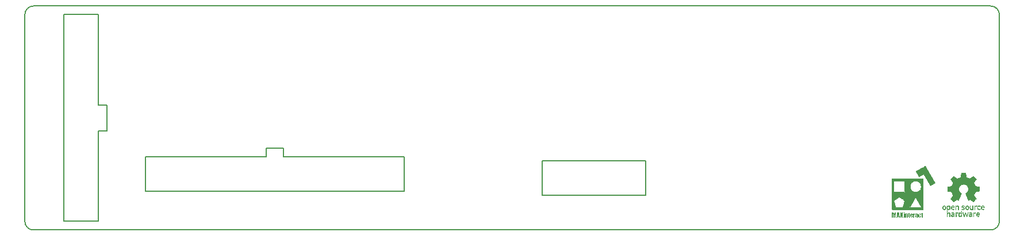
<source format=gto>
G04*
G04 #@! TF.GenerationSoftware,Altium Limited,Altium Designer,21.9.2 (33)*
G04*
G04 Layer_Color=65535*
%FSLAX44Y44*%
%MOMM*%
G71*
G04*
G04 #@! TF.SameCoordinates,BC968A4A-1985-48CF-B565-52BB1D58B011*
G04*
G04*
G04 #@! TF.FilePolarity,Positive*
G04*
G01*
G75*
%ADD10C,0.1270*%
G36*
X1326252Y94481D02*
X1326382D01*
Y94351D01*
Y94221D01*
Y94092D01*
X1326512D01*
Y93961D01*
X1326642D01*
Y93832D01*
Y93702D01*
X1326771D01*
Y93572D01*
X1326901D01*
Y93442D01*
Y93312D01*
X1327031D01*
Y93182D01*
Y93052D01*
X1327161D01*
Y92922D01*
Y92792D01*
X1327291D01*
Y92662D01*
Y92532D01*
Y92402D01*
X1327551D01*
Y92272D01*
Y92142D01*
X1327681D01*
Y92012D01*
Y91882D01*
X1327811D01*
Y91752D01*
Y91622D01*
X1327941D01*
Y91493D01*
X1328071D01*
Y91362D01*
Y91233D01*
X1328201D01*
Y91103D01*
X1328331D01*
Y90973D01*
Y90843D01*
X1328461D01*
Y90713D01*
Y90583D01*
X1328591D01*
Y90453D01*
X1328721D01*
Y90323D01*
Y90193D01*
X1328851D01*
Y90063D01*
Y89933D01*
X1328981D01*
Y89803D01*
Y89673D01*
X1329111D01*
Y89543D01*
X1329241D01*
Y89413D01*
Y89283D01*
Y89153D01*
X1329370D01*
Y89023D01*
X1329500D01*
Y88893D01*
Y88764D01*
X1329630D01*
Y88633D01*
Y88504D01*
X1329760D01*
Y88374D01*
X1329890D01*
Y88244D01*
Y88114D01*
X1330020D01*
Y87984D01*
X1330150D01*
Y87854D01*
Y87724D01*
X1330280D01*
Y87594D01*
X1330150D01*
Y87464D01*
X1330410D01*
Y87334D01*
Y87204D01*
X1330540D01*
Y87074D01*
X1330670D01*
Y86944D01*
Y86814D01*
X1330800D01*
Y86684D01*
Y86554D01*
X1330930D01*
Y86424D01*
Y86294D01*
Y86165D01*
X1331060D01*
Y86034D01*
X1331190D01*
Y85905D01*
X1331320D01*
Y85775D01*
Y85645D01*
X1331450D01*
Y85515D01*
Y85385D01*
X1331580D01*
Y85255D01*
Y85125D01*
X1331710D01*
Y84995D01*
X1331839D01*
Y84865D01*
Y84735D01*
X1331969D01*
Y84605D01*
X1332099D01*
Y84475D01*
Y84345D01*
X1332229D01*
Y84215D01*
Y84085D01*
X1332359D01*
Y83955D01*
Y83825D01*
X1332489D01*
Y83695D01*
X1332619D01*
Y83566D01*
Y83435D01*
X1332749D01*
Y83306D01*
Y83176D01*
X1332879D01*
Y83046D01*
Y82916D01*
X1333009D01*
Y82786D01*
Y82656D01*
X1333139D01*
Y82526D01*
X1333269D01*
Y82396D01*
Y82266D01*
X1333399D01*
Y82136D01*
Y82006D01*
X1333529D01*
Y81876D01*
Y81746D01*
X1333659D01*
Y81616D01*
X1333789D01*
Y81486D01*
Y81356D01*
X1333919D01*
Y81226D01*
X1334049D01*
Y81096D01*
Y80966D01*
X1334179D01*
Y80836D01*
Y80707D01*
X1334309D01*
Y80577D01*
Y80447D01*
X1334438D01*
Y80317D01*
X1334568D01*
Y80187D01*
Y80057D01*
X1334698D01*
Y79927D01*
Y79797D01*
X1334828D01*
Y79667D01*
Y79537D01*
Y79407D01*
X1334958D01*
Y79277D01*
X1335088D01*
Y79147D01*
X1335218D01*
Y79017D01*
Y78887D01*
X1335348D01*
Y78757D01*
Y78627D01*
X1335478D01*
Y78497D01*
Y78367D01*
X1335608D01*
Y78238D01*
X1335738D01*
Y78108D01*
Y77978D01*
Y77848D01*
X1335998D01*
Y77718D01*
Y77588D01*
X1336128D01*
Y77458D01*
Y77328D01*
X1336258D01*
Y77198D01*
Y77068D01*
X1336388D01*
Y76938D01*
X1336518D01*
Y76808D01*
Y76678D01*
X1336648D01*
Y76548D01*
Y76418D01*
X1336778D01*
Y76288D01*
X1336908D01*
Y76158D01*
Y76028D01*
X1336778D01*
Y75898D01*
X1337038D01*
Y75768D01*
X1337168D01*
Y75638D01*
Y75508D01*
X1337297D01*
Y75379D01*
Y75249D01*
X1337427D01*
Y75119D01*
Y74989D01*
X1337557D01*
Y74859D01*
X1337687D01*
Y74729D01*
Y74599D01*
X1337817D01*
Y74469D01*
X1337947D01*
Y74339D01*
Y74209D01*
X1338077D01*
Y74079D01*
Y73949D01*
X1338207D01*
Y73819D01*
X1338337D01*
Y73689D01*
Y73559D01*
X1338467D01*
Y73429D01*
Y73299D01*
X1338597D01*
Y73169D01*
Y73039D01*
X1338727D01*
Y72909D01*
X1338857D01*
Y72780D01*
Y72650D01*
X1338987D01*
Y72520D01*
Y72390D01*
X1339117D01*
Y72260D01*
Y72130D01*
X1339247D01*
Y72000D01*
X1339377D01*
Y71870D01*
Y71740D01*
Y71610D01*
X1339507D01*
Y71480D01*
X1339637D01*
Y71350D01*
Y71220D01*
X1339767D01*
Y71090D01*
X1339896D01*
Y70960D01*
X1339767D01*
Y70830D01*
X1340026D01*
Y70700D01*
Y70570D01*
X1340156D01*
Y70440D01*
X1340286D01*
Y70311D01*
Y70181D01*
X1340416D01*
Y70051D01*
Y69921D01*
X1340546D01*
Y69791D01*
Y69661D01*
X1340676D01*
Y69531D01*
X1340806D01*
Y69401D01*
Y69271D01*
Y69141D01*
X1340936D01*
Y69011D01*
X1341066D01*
Y68881D01*
X1340936D01*
Y68751D01*
X1340676D01*
Y68621D01*
X1340546D01*
Y68491D01*
X1340416D01*
Y68621D01*
X1340286D01*
Y68491D01*
Y68361D01*
X1340026D01*
Y68231D01*
X1339767D01*
Y68101D01*
X1339637D01*
Y68231D01*
X1339507D01*
Y68101D01*
Y67971D01*
X1339247D01*
Y67841D01*
X1339117D01*
Y67712D01*
X1338857D01*
Y67841D01*
X1338727D01*
Y67712D01*
X1338857D01*
Y67582D01*
X1338597D01*
Y67452D01*
X1338467D01*
Y67322D01*
X1338207D01*
Y67192D01*
X1337947D01*
Y67062D01*
X1337687D01*
Y66932D01*
X1337557D01*
Y66802D01*
X1337297D01*
Y66672D01*
X1337168D01*
Y66542D01*
X1336648D01*
Y66412D01*
Y66282D01*
X1336388D01*
Y66152D01*
X1336128D01*
Y66022D01*
X1335868D01*
Y65892D01*
X1335738D01*
Y65762D01*
X1335478D01*
Y65632D01*
X1335218D01*
Y65502D01*
X1335088D01*
Y65372D01*
X1334958D01*
Y65502D01*
X1334828D01*
Y65372D01*
Y65243D01*
X1334698D01*
Y65372D01*
X1334568D01*
Y65243D01*
X1334438D01*
Y65113D01*
X1334309D01*
Y64983D01*
X1334179D01*
Y64853D01*
X1333919D01*
Y64723D01*
X1333789D01*
Y64593D01*
X1333529D01*
Y64723D01*
X1333399D01*
Y64853D01*
Y64983D01*
X1333269D01*
Y65113D01*
Y65243D01*
X1333139D01*
Y65372D01*
Y65502D01*
X1333009D01*
Y65632D01*
X1332879D01*
Y65762D01*
Y65892D01*
X1332749D01*
Y66022D01*
Y66152D01*
X1332619D01*
Y66282D01*
X1332489D01*
Y66412D01*
Y66542D01*
X1332359D01*
Y66672D01*
Y66802D01*
Y66932D01*
X1332099D01*
Y67062D01*
X1332229D01*
Y67192D01*
X1331969D01*
Y67322D01*
Y67452D01*
X1331839D01*
Y67582D01*
Y67712D01*
X1331710D01*
Y67841D01*
X1331580D01*
Y67971D01*
Y68101D01*
X1331450D01*
Y68231D01*
Y68361D01*
X1331320D01*
Y68491D01*
Y68621D01*
X1331190D01*
Y68751D01*
X1331060D01*
Y68881D01*
Y69011D01*
X1330930D01*
Y69141D01*
Y69271D01*
X1330800D01*
Y69401D01*
X1330670D01*
Y69531D01*
Y69661D01*
X1330540D01*
Y69791D01*
Y69921D01*
X1330410D01*
Y70051D01*
X1330670D01*
Y70181D01*
X1330280D01*
Y70311D01*
X1330150D01*
Y70440D01*
Y70570D01*
X1330020D01*
Y70700D01*
Y70830D01*
X1329890D01*
Y70960D01*
Y71090D01*
X1329760D01*
Y71220D01*
X1329630D01*
Y71350D01*
Y71480D01*
Y71610D01*
X1329500D01*
Y71740D01*
X1329370D01*
Y71870D01*
X1329241D01*
Y72000D01*
Y72130D01*
X1329111D01*
Y72260D01*
Y72390D01*
X1328981D01*
Y72520D01*
Y72650D01*
X1328851D01*
Y72780D01*
X1328981D01*
Y72909D01*
X1328721D01*
Y73039D01*
X1328591D01*
Y73169D01*
Y73299D01*
X1328461D01*
Y73429D01*
X1328591D01*
Y73299D01*
X1328721D01*
Y73429D01*
X1328591D01*
Y73559D01*
X1328331D01*
Y73689D01*
X1328201D01*
Y73819D01*
Y73949D01*
X1328071D01*
Y74079D01*
Y74209D01*
X1327941D01*
Y74339D01*
Y74469D01*
X1327811D01*
Y74599D01*
X1327681D01*
Y74729D01*
Y74859D01*
X1327551D01*
Y74989D01*
Y75119D01*
X1327421D01*
Y75249D01*
X1327291D01*
Y75379D01*
Y75508D01*
X1327161D01*
Y75638D01*
Y75768D01*
X1327031D01*
Y75898D01*
Y76028D01*
X1326901D01*
Y76158D01*
X1326771D01*
Y76288D01*
Y76418D01*
Y76548D01*
X1326642D01*
Y76678D01*
X1326512D01*
Y76808D01*
Y76938D01*
X1326382D01*
Y77068D01*
X1326252D01*
Y77198D01*
Y77328D01*
X1326122D01*
Y77458D01*
Y77588D01*
X1325992D01*
Y77718D01*
X1325862D01*
Y77848D01*
Y77978D01*
X1325732D01*
Y78108D01*
Y78238D01*
X1325602D01*
Y78367D01*
Y78497D01*
X1325472D01*
Y78627D01*
X1325342D01*
Y78757D01*
Y78887D01*
X1325212D01*
Y79017D01*
Y79147D01*
X1325082D01*
Y79277D01*
Y79407D01*
X1324952D01*
Y79537D01*
X1324822D01*
Y79667D01*
Y79797D01*
X1324692D01*
Y79927D01*
Y80057D01*
X1324562D01*
Y80187D01*
Y80317D01*
X1324432D01*
Y80447D01*
X1324302D01*
Y80577D01*
Y80707D01*
X1324172D01*
Y80836D01*
Y80966D01*
X1324043D01*
Y81096D01*
X1323913D01*
Y81226D01*
Y81356D01*
X1323783D01*
Y81486D01*
Y81616D01*
X1323653D01*
Y81746D01*
X1323523D01*
Y81616D01*
X1323263D01*
Y81486D01*
X1323003D01*
Y81356D01*
X1322873D01*
Y81226D01*
X1322483D01*
Y81096D01*
X1322353D01*
Y80966D01*
X1322093D01*
Y80836D01*
X1321963D01*
Y80707D01*
X1321833D01*
Y80836D01*
X1321703D01*
Y80707D01*
Y80577D01*
X1321443D01*
Y80447D01*
X1321313D01*
Y80317D01*
X1321054D01*
Y80187D01*
X1320794D01*
Y80057D01*
X1320534D01*
Y79927D01*
X1320274D01*
Y79797D01*
X1320144D01*
Y79667D01*
X1319884D01*
Y79537D01*
X1319624D01*
Y79407D01*
X1319494D01*
Y79277D01*
X1319234D01*
Y79147D01*
X1318974D01*
Y79017D01*
X1318714D01*
Y78887D01*
X1318585D01*
Y79017D01*
X1318455D01*
Y78887D01*
X1318585D01*
Y78757D01*
X1318325D01*
Y78627D01*
X1318065D01*
Y78497D01*
X1317935D01*
Y78367D01*
X1317675D01*
Y78238D01*
X1317415D01*
Y78108D01*
X1317155D01*
Y77978D01*
X1317025D01*
Y77848D01*
X1316635D01*
Y77978D01*
Y78108D01*
X1316505D01*
Y78238D01*
Y78367D01*
X1316375D01*
Y78497D01*
Y78627D01*
Y78757D01*
X1316116D01*
Y78887D01*
Y79017D01*
X1315986D01*
Y79147D01*
Y79277D01*
X1315856D01*
Y79407D01*
X1315726D01*
Y79537D01*
Y79667D01*
X1315596D01*
Y79797D01*
Y79927D01*
X1315466D01*
Y80057D01*
Y80187D01*
X1315336D01*
Y80317D01*
X1315206D01*
Y80447D01*
Y80577D01*
X1315076D01*
Y80707D01*
Y80836D01*
X1314946D01*
Y80966D01*
Y81096D01*
X1314816D01*
Y81226D01*
X1314686D01*
Y81356D01*
Y81486D01*
X1314556D01*
Y81616D01*
Y81746D01*
X1314426D01*
Y81876D01*
X1314296D01*
Y82006D01*
X1314426D01*
Y82136D01*
X1314166D01*
Y82266D01*
Y82396D01*
X1314036D01*
Y82526D01*
Y82656D01*
X1313906D01*
Y82786D01*
X1313776D01*
Y82916D01*
Y83046D01*
X1313646D01*
Y83176D01*
Y83306D01*
X1313517D01*
Y83435D01*
Y83566D01*
X1313387D01*
Y83695D01*
X1313257D01*
Y83825D01*
Y83955D01*
X1313127D01*
Y84085D01*
Y84215D01*
X1312997D01*
Y84345D01*
X1312867D01*
Y84475D01*
Y84605D01*
X1312737D01*
Y84735D01*
Y84865D01*
X1312607D01*
Y84995D01*
Y85125D01*
X1312477D01*
Y85255D01*
X1312347D01*
Y85385D01*
Y85515D01*
X1312217D01*
Y85645D01*
Y85775D01*
X1312087D01*
Y85905D01*
Y86034D01*
X1311957D01*
Y86165D01*
X1311827D01*
Y86294D01*
X1311957D01*
Y86424D01*
X1312087D01*
Y86554D01*
X1312477D01*
Y86684D01*
X1312607D01*
Y86814D01*
X1312867D01*
Y86944D01*
X1313127D01*
Y87074D01*
X1313387D01*
Y87204D01*
X1313517D01*
Y87334D01*
X1313646D01*
Y87204D01*
X1313776D01*
Y87334D01*
X1313906D01*
Y87464D01*
X1314036D01*
Y87594D01*
X1314166D01*
Y87724D01*
X1314426D01*
Y87854D01*
X1314556D01*
Y87984D01*
X1314686D01*
Y87854D01*
X1314816D01*
Y87984D01*
X1315076D01*
Y88114D01*
Y88244D01*
X1315336D01*
Y88374D01*
X1315466D01*
Y88504D01*
X1315726D01*
Y88633D01*
X1315986D01*
Y88764D01*
X1316245D01*
Y88893D01*
X1316375D01*
Y89023D01*
X1316635D01*
Y89153D01*
X1316895D01*
Y89283D01*
X1317155D01*
Y89413D01*
X1317415D01*
Y89543D01*
X1317545D01*
Y89673D01*
X1317805D01*
Y89803D01*
X1318065D01*
Y89933D01*
X1318455D01*
Y90063D01*
Y90193D01*
X1318714D01*
Y90323D01*
X1318844D01*
Y90453D01*
X1319104D01*
Y90583D01*
X1319364D01*
Y90713D01*
X1319624D01*
Y90843D01*
X1319754D01*
Y90973D01*
X1320014D01*
Y91103D01*
X1320274D01*
Y91233D01*
X1320534D01*
Y91362D01*
X1320794D01*
Y91493D01*
X1320924D01*
Y91622D01*
X1321184D01*
Y91752D01*
X1321443D01*
Y91882D01*
X1321703D01*
Y92012D01*
X1321833D01*
Y92142D01*
X1322093D01*
Y92272D01*
X1322223D01*
Y92402D01*
X1322483D01*
Y92532D01*
X1322613D01*
Y92402D01*
X1322743D01*
Y92532D01*
Y92662D01*
X1322873D01*
Y92792D01*
X1323133D01*
Y92922D01*
X1323393D01*
Y93052D01*
X1323653D01*
Y93182D01*
X1323913D01*
Y93312D01*
X1324172D01*
Y93442D01*
X1324302D01*
Y93572D01*
X1324562D01*
Y93702D01*
X1324822D01*
Y93832D01*
X1325082D01*
Y93961D01*
X1325212D01*
Y94092D01*
X1325472D01*
Y94221D01*
X1325602D01*
Y94351D01*
X1325862D01*
Y94481D01*
X1326122D01*
Y94611D01*
X1326252D01*
Y94481D01*
D02*
G37*
G36*
X1385563Y84190D02*
X1385666D01*
Y84138D01*
X1385718D01*
Y84087D01*
Y84035D01*
X1385769D01*
Y83984D01*
Y83932D01*
Y83880D01*
X1385718D01*
Y83829D01*
X1385821D01*
Y83777D01*
Y83725D01*
Y83674D01*
Y83622D01*
Y83570D01*
X1385872D01*
Y83519D01*
Y83467D01*
Y83416D01*
Y83364D01*
Y83312D01*
X1385924D01*
Y83261D01*
Y83209D01*
Y83158D01*
Y83106D01*
Y83054D01*
Y83003D01*
X1385976D01*
Y82951D01*
Y82899D01*
Y82848D01*
Y82796D01*
Y82744D01*
X1386027D01*
Y82693D01*
Y82641D01*
X1385976D01*
Y82590D01*
X1386027D01*
Y82538D01*
Y82486D01*
Y82435D01*
X1386079D01*
Y82383D01*
Y82331D01*
Y82280D01*
Y82228D01*
Y82176D01*
X1386131D01*
Y82125D01*
Y82073D01*
Y82022D01*
Y81970D01*
Y81918D01*
X1386182D01*
Y81867D01*
Y81815D01*
Y81763D01*
Y81712D01*
Y81660D01*
Y81608D01*
X1386234D01*
Y81557D01*
Y81505D01*
Y81454D01*
Y81402D01*
Y81350D01*
X1386286D01*
Y81299D01*
Y81247D01*
Y81195D01*
Y81144D01*
Y81092D01*
X1386337D01*
Y81040D01*
Y80989D01*
Y80937D01*
Y80886D01*
Y80834D01*
Y80782D01*
X1386389D01*
Y80731D01*
Y80679D01*
Y80627D01*
Y80576D01*
Y80524D01*
X1386440D01*
Y80472D01*
Y80421D01*
Y80369D01*
Y80318D01*
Y80266D01*
Y80214D01*
X1386492D01*
Y80163D01*
Y80111D01*
Y80059D01*
Y80008D01*
Y79956D01*
X1386544D01*
Y79905D01*
Y79853D01*
Y79801D01*
Y79750D01*
Y79698D01*
X1386595D01*
Y79646D01*
Y79595D01*
Y79543D01*
Y79492D01*
Y79440D01*
Y79388D01*
X1386647D01*
Y79337D01*
Y79285D01*
Y79233D01*
Y79182D01*
Y79130D01*
X1386699D01*
Y79078D01*
X1386647D01*
Y79027D01*
Y78975D01*
X1386699D01*
Y78924D01*
Y78872D01*
X1386750D01*
Y78820D01*
Y78769D01*
Y78717D01*
X1386699D01*
Y78665D01*
X1386750D01*
Y78614D01*
Y78562D01*
X1386802D01*
Y78510D01*
Y78459D01*
Y78407D01*
Y78356D01*
Y78304D01*
X1386853D01*
Y78252D01*
Y78201D01*
Y78149D01*
Y78097D01*
Y78046D01*
Y77994D01*
X1386905D01*
Y77943D01*
Y77891D01*
Y77839D01*
Y77788D01*
Y77736D01*
X1386957D01*
Y77684D01*
X1387009D01*
Y77633D01*
X1387060D01*
Y77581D01*
X1387112D01*
Y77530D01*
X1387267D01*
Y77478D01*
X1387370D01*
Y77426D01*
X1387525D01*
Y77375D01*
X1387628D01*
Y77323D01*
X1387783D01*
Y77271D01*
X1387886D01*
Y77220D01*
X1387990D01*
Y77168D01*
X1388144D01*
Y77116D01*
X1388248D01*
Y77065D01*
X1388403D01*
Y77013D01*
X1388506D01*
Y76961D01*
X1388661D01*
Y76910D01*
X1388764D01*
Y76858D01*
X1388816D01*
Y76807D01*
X1389022D01*
Y76755D01*
X1389125D01*
Y76703D01*
X1389280D01*
Y76652D01*
X1389384D01*
Y76600D01*
X1389539D01*
Y76548D01*
Y76497D01*
X1389590D01*
Y76548D01*
X1389642D01*
Y76497D01*
X1389797D01*
Y76445D01*
X1389900D01*
Y76393D01*
X1390003D01*
Y76342D01*
X1390158D01*
Y76290D01*
X1390261D01*
Y76239D01*
X1390416D01*
Y76187D01*
X1390520D01*
Y76135D01*
X1390674D01*
Y76084D01*
X1390778D01*
Y76032D01*
X1390932D01*
Y75981D01*
X1391036D01*
Y75929D01*
X1391087D01*
Y75877D01*
X1391294D01*
Y75826D01*
X1391501D01*
Y75774D01*
X1391552D01*
Y75826D01*
X1391759D01*
Y75877D01*
X1391810D01*
Y75929D01*
X1391914D01*
Y75981D01*
X1391965D01*
Y76032D01*
X1392068D01*
Y76084D01*
X1392120D01*
Y76135D01*
X1392172D01*
Y76187D01*
X1392275D01*
Y76239D01*
X1392327D01*
Y76290D01*
X1392430D01*
Y76342D01*
X1392482D01*
Y76393D01*
X1392585D01*
Y76445D01*
X1392637D01*
Y76497D01*
X1392740D01*
Y76548D01*
X1392791D01*
Y76600D01*
X1392895D01*
Y76652D01*
X1392946D01*
Y76703D01*
X1392998D01*
Y76755D01*
X1393101D01*
Y76807D01*
X1393153D01*
Y76858D01*
X1393256D01*
Y76910D01*
X1393308D01*
Y76961D01*
X1393411D01*
Y77013D01*
X1393463D01*
Y77065D01*
X1393566D01*
Y77116D01*
X1393618D01*
Y77168D01*
X1393721D01*
Y77220D01*
X1393772D01*
Y77271D01*
X1393876D01*
Y77220D01*
X1393927D01*
Y77271D01*
X1393876D01*
Y77323D01*
X1393927D01*
Y77375D01*
X1393979D01*
Y77426D01*
X1394082D01*
Y77478D01*
X1394185D01*
Y77530D01*
X1394237D01*
Y77581D01*
X1394289D01*
Y77633D01*
X1394392D01*
Y77684D01*
X1394444D01*
Y77736D01*
X1394547D01*
Y77788D01*
X1394599D01*
Y77839D01*
X1394650D01*
Y77891D01*
X1394753D01*
Y77943D01*
X1394805D01*
Y77994D01*
X1394908D01*
Y78046D01*
X1394960D01*
Y78097D01*
X1395063D01*
Y78149D01*
X1395115D01*
Y78201D01*
X1395218D01*
Y78252D01*
X1395270D01*
Y78304D01*
X1395321D01*
Y78252D01*
X1395373D01*
Y78304D01*
Y78356D01*
X1395425D01*
Y78407D01*
X1395528D01*
Y78459D01*
X1395580D01*
Y78510D01*
X1395631D01*
Y78562D01*
X1395734D01*
Y78614D01*
X1395786D01*
Y78665D01*
X1395889D01*
Y78717D01*
X1395941D01*
Y78769D01*
X1396044D01*
Y78717D01*
X1396096D01*
Y78769D01*
X1396044D01*
Y78820D01*
X1396096D01*
Y78872D01*
X1396251D01*
Y78924D01*
Y78975D01*
X1396354D01*
Y79027D01*
X1396406D01*
Y79078D01*
X1396509D01*
Y79130D01*
X1396561D01*
Y79182D01*
X1396612D01*
Y79233D01*
X1396716D01*
Y79285D01*
X1396767D01*
Y79337D01*
X1396870D01*
Y79388D01*
X1396974D01*
Y79440D01*
X1397180D01*
Y79388D01*
X1397283D01*
Y79337D01*
X1397335D01*
Y79285D01*
X1397387D01*
Y79233D01*
X1397438D01*
Y79182D01*
X1397490D01*
Y79130D01*
X1397542D01*
Y79078D01*
X1397593D01*
Y79027D01*
X1397645D01*
Y78975D01*
X1397697D01*
Y78924D01*
X1397748D01*
Y78872D01*
X1397800D01*
Y78820D01*
X1397851D01*
Y78769D01*
X1397903D01*
Y78717D01*
X1397955D01*
Y78665D01*
X1398006D01*
Y78614D01*
X1398058D01*
Y78562D01*
X1398109D01*
Y78510D01*
X1398161D01*
Y78459D01*
X1398213D01*
Y78407D01*
X1398264D01*
Y78356D01*
X1398316D01*
Y78304D01*
X1398368D01*
Y78252D01*
X1398419D01*
Y78201D01*
X1398471D01*
Y78149D01*
X1398523D01*
Y78097D01*
X1398574D01*
Y78046D01*
X1398626D01*
Y77994D01*
X1398678D01*
Y77943D01*
X1398729D01*
Y77891D01*
X1398781D01*
Y77839D01*
X1398832D01*
Y77788D01*
X1398884D01*
Y77736D01*
X1398936D01*
Y77684D01*
X1398987D01*
Y77633D01*
X1399039D01*
Y77581D01*
X1399091D01*
Y77530D01*
X1399142D01*
Y77478D01*
X1399194D01*
Y77426D01*
X1399245D01*
Y77375D01*
X1399297D01*
Y77323D01*
X1399349D01*
Y77271D01*
X1399400D01*
Y77220D01*
X1399452D01*
Y77168D01*
X1399504D01*
Y77116D01*
X1399555D01*
Y77065D01*
X1399607D01*
Y77013D01*
X1399659D01*
Y76961D01*
X1399710D01*
Y76910D01*
X1399762D01*
Y76858D01*
X1399813D01*
Y76807D01*
X1399865D01*
Y76755D01*
X1399917D01*
Y76703D01*
X1399968D01*
Y76652D01*
X1400020D01*
Y76600D01*
X1400072D01*
Y76548D01*
X1400123D01*
Y76497D01*
X1400175D01*
Y76445D01*
X1400226D01*
Y76393D01*
X1400278D01*
Y76342D01*
X1400330D01*
Y76290D01*
X1400381D01*
Y76239D01*
X1400433D01*
Y76187D01*
X1400485D01*
Y76135D01*
X1400536D01*
Y76084D01*
X1400588D01*
Y76032D01*
X1400640D01*
Y75981D01*
X1400691D01*
Y75929D01*
X1400743D01*
Y75877D01*
X1400795D01*
Y75826D01*
X1400846D01*
Y75774D01*
X1400898D01*
Y75722D01*
X1400949D01*
Y75671D01*
X1401001D01*
Y75619D01*
X1401053D01*
Y75567D01*
X1401104D01*
Y75516D01*
X1401156D01*
Y75464D01*
X1401207D01*
Y75413D01*
X1401259D01*
Y75361D01*
X1401311D01*
Y75309D01*
X1401362D01*
Y75258D01*
X1401414D01*
Y75206D01*
X1401466D01*
Y75154D01*
X1401517D01*
Y75103D01*
X1401569D01*
Y75051D01*
X1401621D01*
Y74999D01*
X1401569D01*
Y75051D01*
X1401517D01*
Y74999D01*
X1401569D01*
Y74948D01*
X1401621D01*
Y74896D01*
X1401672D01*
Y74844D01*
Y74793D01*
Y74741D01*
Y74690D01*
X1401569D01*
Y74638D01*
X1401621D01*
Y74586D01*
X1401569D01*
Y74535D01*
Y74483D01*
X1401517D01*
Y74432D01*
X1401466D01*
Y74380D01*
X1401414D01*
Y74328D01*
Y74277D01*
X1401362D01*
Y74225D01*
X1401311D01*
Y74173D01*
Y74122D01*
X1401259D01*
Y74070D01*
X1401207D01*
Y74018D01*
Y73967D01*
X1401156D01*
Y73915D01*
X1401104D01*
Y73864D01*
Y73812D01*
X1401053D01*
Y73760D01*
X1401001D01*
Y73709D01*
Y73657D01*
X1400949D01*
Y73605D01*
X1400898D01*
Y73554D01*
X1400846D01*
Y73502D01*
Y73450D01*
X1400795D01*
Y73399D01*
X1400743D01*
Y73347D01*
Y73296D01*
X1400691D01*
Y73244D01*
X1400640D01*
Y73192D01*
Y73141D01*
X1400588D01*
Y73089D01*
X1400536D01*
Y73037D01*
Y72986D01*
X1400485D01*
Y72934D01*
X1400433D01*
Y72882D01*
Y72831D01*
X1400381D01*
Y72779D01*
X1400330D01*
Y72728D01*
X1400278D01*
Y72676D01*
Y72624D01*
X1400226D01*
Y72573D01*
X1400175D01*
Y72521D01*
Y72469D01*
X1400123D01*
Y72418D01*
X1400072D01*
Y72366D01*
Y72315D01*
X1400020D01*
Y72263D01*
X1399968D01*
Y72211D01*
Y72160D01*
X1399917D01*
Y72108D01*
X1399865D01*
Y72056D01*
Y72005D01*
X1399813D01*
Y71953D01*
X1399762D01*
Y71901D01*
Y71850D01*
X1399710D01*
Y71798D01*
X1399659D01*
Y71747D01*
X1399607D01*
Y71695D01*
Y71643D01*
X1399555D01*
Y71592D01*
X1399504D01*
Y71540D01*
Y71488D01*
X1399400D01*
Y71437D01*
Y71385D01*
Y71333D01*
X1399349D01*
Y71282D01*
X1399297D01*
Y71230D01*
Y71179D01*
X1399245D01*
Y71127D01*
X1399194D01*
Y71179D01*
X1399142D01*
Y71127D01*
X1399194D01*
Y71075D01*
Y71024D01*
X1399142D01*
Y71075D01*
X1399091D01*
Y71024D01*
X1399142D01*
Y70972D01*
X1399091D01*
Y70920D01*
X1399039D01*
Y70869D01*
Y70817D01*
X1398987D01*
Y70766D01*
X1398936D01*
Y70714D01*
Y70662D01*
X1398884D01*
Y70611D01*
X1398832D01*
Y70559D01*
Y70507D01*
X1398781D01*
Y70456D01*
X1398729D01*
Y70404D01*
Y70353D01*
X1398678D01*
Y70301D01*
X1398626D01*
Y70249D01*
Y70198D01*
X1398574D01*
Y70146D01*
X1398523D01*
Y70094D01*
Y70043D01*
X1398419D01*
Y69991D01*
Y69939D01*
X1398368D01*
Y69888D01*
Y69836D01*
X1398316D01*
Y69784D01*
X1398264D01*
Y69733D01*
Y69681D01*
X1398213D01*
Y69630D01*
X1398161D01*
Y69578D01*
Y69526D01*
X1398109D01*
Y69475D01*
Y69423D01*
Y69371D01*
Y69320D01*
Y69268D01*
Y69216D01*
X1398161D01*
Y69165D01*
Y69113D01*
Y69062D01*
X1398213D01*
Y69010D01*
Y68958D01*
X1398264D01*
Y68907D01*
Y68855D01*
X1398316D01*
Y68804D01*
Y68752D01*
Y68700D01*
X1398368D01*
Y68649D01*
Y68597D01*
X1398419D01*
Y68545D01*
Y68494D01*
X1398471D01*
Y68442D01*
Y68390D01*
X1398419D01*
Y68339D01*
X1398523D01*
Y68287D01*
Y68236D01*
X1398574D01*
Y68184D01*
Y68132D01*
X1398626D01*
Y68081D01*
Y68029D01*
Y67977D01*
X1398678D01*
Y67926D01*
Y67874D01*
X1398729D01*
Y67822D01*
Y67771D01*
X1398781D01*
Y67719D01*
Y67668D01*
Y67616D01*
X1398832D01*
Y67564D01*
Y67513D01*
X1398884D01*
Y67461D01*
Y67409D01*
X1398936D01*
Y67358D01*
Y67306D01*
Y67255D01*
X1398987D01*
Y67203D01*
Y67151D01*
X1399039D01*
Y67100D01*
X1398987D01*
Y67048D01*
X1399091D01*
Y66996D01*
Y66945D01*
Y66893D01*
X1399142D01*
Y66841D01*
Y66790D01*
X1399194D01*
Y66738D01*
Y66687D01*
X1399245D01*
Y66635D01*
Y66583D01*
Y66532D01*
X1399297D01*
Y66480D01*
Y66428D01*
X1399349D01*
Y66377D01*
Y66325D01*
X1399400D01*
Y66273D01*
Y66222D01*
Y66170D01*
X1399452D01*
Y66119D01*
Y66067D01*
X1399504D01*
Y66015D01*
Y65964D01*
X1399555D01*
Y65912D01*
Y65860D01*
Y65809D01*
X1399607D01*
Y65757D01*
Y65705D01*
X1399659D01*
Y65654D01*
Y65602D01*
X1399710D01*
Y65551D01*
Y65499D01*
Y65447D01*
X1399762D01*
Y65396D01*
Y65344D01*
X1399813D01*
Y65292D01*
Y65241D01*
X1399865D01*
Y65189D01*
Y65138D01*
Y65086D01*
X1399917D01*
Y65034D01*
Y64983D01*
X1399968D01*
Y64931D01*
Y64879D01*
X1400020D01*
Y64828D01*
Y64776D01*
Y64724D01*
X1400175D01*
Y64673D01*
X1400226D01*
Y64621D01*
Y64570D01*
X1400278D01*
Y64621D01*
X1400485D01*
Y64570D01*
X1400743D01*
Y64518D01*
X1401001D01*
Y64466D01*
Y64415D01*
X1401053D01*
Y64466D01*
X1401311D01*
Y64415D01*
X1401569D01*
Y64363D01*
X1401724D01*
Y64311D01*
X1401879D01*
Y64260D01*
X1401930D01*
Y64311D01*
X1402137D01*
Y64260D01*
X1402395D01*
Y64208D01*
X1402705D01*
Y64156D01*
X1402963D01*
Y64105D01*
X1403170D01*
Y64053D01*
X1403531D01*
Y64002D01*
X1403583D01*
Y63950D01*
X1403634D01*
Y64002D01*
X1403789D01*
Y63950D01*
X1404047D01*
Y63898D01*
X1404306D01*
Y63847D01*
X1404357D01*
Y63795D01*
X1404409D01*
Y63743D01*
X1404460D01*
Y63795D01*
X1404409D01*
Y63847D01*
X1404512D01*
Y63795D01*
X1404564D01*
Y63847D01*
X1404615D01*
Y63795D01*
X1404822D01*
Y63743D01*
X1404874D01*
Y63795D01*
X1404925D01*
Y63743D01*
X1405183D01*
Y63692D01*
X1405287D01*
Y63640D01*
X1405338D01*
Y63692D01*
X1405441D01*
Y63640D01*
X1405545D01*
Y63589D01*
X1405596D01*
Y63640D01*
X1405700D01*
Y63589D01*
X1406009D01*
Y63537D01*
X1406268D01*
Y63485D01*
X1406371D01*
Y63434D01*
X1406422D01*
Y63382D01*
X1406474D01*
Y63330D01*
Y63279D01*
Y63227D01*
Y63176D01*
Y63124D01*
Y63072D01*
Y63021D01*
Y62969D01*
Y62917D01*
Y62866D01*
Y62814D01*
Y62762D01*
Y62711D01*
Y62659D01*
Y62607D01*
Y62556D01*
Y62504D01*
Y62453D01*
Y62401D01*
Y62349D01*
Y62298D01*
Y62246D01*
Y62194D01*
Y62143D01*
Y62091D01*
Y62040D01*
Y61988D01*
Y61936D01*
Y61885D01*
Y61833D01*
Y61781D01*
Y61730D01*
Y61678D01*
Y61627D01*
Y61575D01*
Y61523D01*
Y61472D01*
Y61420D01*
Y61368D01*
Y61317D01*
Y61265D01*
Y61213D01*
Y61162D01*
Y61110D01*
Y61059D01*
Y61007D01*
Y60955D01*
Y60904D01*
Y60852D01*
Y60800D01*
Y60749D01*
Y60697D01*
Y60645D01*
Y60594D01*
Y60542D01*
Y60491D01*
Y60439D01*
Y60387D01*
Y60336D01*
Y60284D01*
Y60232D01*
Y60181D01*
Y60129D01*
Y60078D01*
Y60026D01*
Y59974D01*
Y59923D01*
Y59871D01*
Y59819D01*
Y59768D01*
Y59716D01*
Y59664D01*
Y59613D01*
Y59561D01*
Y59510D01*
Y59458D01*
Y59406D01*
Y59355D01*
Y59303D01*
Y59251D01*
Y59200D01*
Y59148D01*
Y59096D01*
Y59045D01*
Y58993D01*
Y58942D01*
Y58890D01*
Y58838D01*
Y58787D01*
Y58735D01*
Y58683D01*
Y58632D01*
Y58580D01*
Y58528D01*
Y58477D01*
Y58425D01*
Y58374D01*
Y58322D01*
Y58270D01*
Y58219D01*
Y58167D01*
Y58115D01*
Y58064D01*
Y58012D01*
Y57961D01*
Y57909D01*
Y57857D01*
Y57806D01*
Y57754D01*
Y57702D01*
Y57651D01*
Y57599D01*
Y57547D01*
Y57496D01*
Y57444D01*
Y57393D01*
X1406422D01*
Y57341D01*
X1406474D01*
Y57289D01*
Y57238D01*
Y57186D01*
Y57134D01*
Y57083D01*
Y57031D01*
Y56979D01*
X1406422D01*
Y57031D01*
X1406371D01*
Y56979D01*
X1406422D01*
Y56928D01*
Y56876D01*
X1406319D01*
Y56825D01*
X1406164D01*
Y56773D01*
X1406113D01*
Y56825D01*
X1406061D01*
Y56773D01*
X1406009D01*
Y56825D01*
X1405958D01*
Y56773D01*
Y56721D01*
X1405596D01*
Y56670D01*
X1405390D01*
Y56618D01*
X1405080D01*
Y56566D01*
X1404822D01*
Y56515D01*
X1404770D01*
Y56566D01*
X1404719D01*
Y56515D01*
X1404512D01*
Y56463D01*
X1404254D01*
Y56411D01*
X1403996D01*
Y56360D01*
X1403738D01*
Y56308D01*
X1403428D01*
Y56257D01*
X1403170D01*
Y56308D01*
X1403118D01*
Y56257D01*
X1403170D01*
Y56205D01*
X1402860D01*
Y56153D01*
X1402602D01*
Y56102D01*
X1402343D01*
Y56050D01*
X1402034D01*
Y55999D01*
X1401879D01*
Y56050D01*
X1401827D01*
Y55999D01*
X1401776D01*
Y55947D01*
X1401517D01*
Y55999D01*
X1401466D01*
Y55947D01*
X1401517D01*
Y55895D01*
X1401156D01*
Y55844D01*
X1400949D01*
Y55792D01*
X1400640D01*
Y55740D01*
X1400381D01*
Y55689D01*
X1400330D01*
Y55637D01*
X1400226D01*
Y55585D01*
X1400123D01*
Y55534D01*
X1400175D01*
Y55482D01*
X1400123D01*
Y55430D01*
Y55379D01*
X1400072D01*
Y55327D01*
Y55276D01*
Y55224D01*
X1400020D01*
Y55172D01*
Y55121D01*
X1399968D01*
Y55069D01*
Y55017D01*
Y54966D01*
X1399917D01*
Y54914D01*
Y54863D01*
X1399865D01*
Y54811D01*
Y54759D01*
Y54708D01*
X1399813D01*
Y54656D01*
Y54604D01*
X1399762D01*
Y54553D01*
Y54501D01*
Y54450D01*
X1399710D01*
Y54398D01*
Y54346D01*
X1399659D01*
Y54398D01*
X1399607D01*
Y54346D01*
X1399659D01*
Y54295D01*
Y54243D01*
Y54191D01*
X1399504D01*
Y54140D01*
X1399607D01*
Y54088D01*
X1399555D01*
Y54036D01*
Y53985D01*
Y53933D01*
X1399504D01*
Y53882D01*
Y53830D01*
X1399452D01*
Y53778D01*
Y53727D01*
Y53675D01*
X1399400D01*
Y53623D01*
Y53572D01*
X1399297D01*
Y53520D01*
X1399349D01*
Y53468D01*
Y53417D01*
X1399297D01*
Y53365D01*
Y53314D01*
X1399245D01*
Y53262D01*
Y53210D01*
Y53159D01*
X1399194D01*
Y53107D01*
Y53055D01*
X1399142D01*
Y53004D01*
X1399091D01*
Y52952D01*
X1399142D01*
Y52901D01*
X1399091D01*
Y52849D01*
Y52797D01*
X1399039D01*
Y52746D01*
Y52694D01*
Y52642D01*
X1398987D01*
Y52591D01*
Y52539D01*
X1398936D01*
Y52487D01*
Y52436D01*
Y52384D01*
X1398884D01*
Y52333D01*
Y52281D01*
X1398832D01*
Y52229D01*
Y52178D01*
Y52126D01*
X1398781D01*
Y52074D01*
Y52023D01*
X1398729D01*
Y51971D01*
Y51919D01*
X1398678D01*
Y51868D01*
Y51816D01*
Y51765D01*
X1398626D01*
Y51713D01*
Y51661D01*
Y51610D01*
X1398574D01*
Y51558D01*
Y51506D01*
X1398471D01*
Y51455D01*
X1398523D01*
Y51403D01*
Y51351D01*
X1398471D01*
Y51300D01*
Y51248D01*
X1398419D01*
Y51197D01*
Y51145D01*
Y51093D01*
X1398368D01*
Y51042D01*
Y50990D01*
X1398316D01*
Y50938D01*
Y50887D01*
Y50835D01*
X1398264D01*
Y50784D01*
Y50732D01*
Y50680D01*
Y50629D01*
X1398316D01*
Y50577D01*
Y50525D01*
Y50474D01*
X1398368D01*
Y50422D01*
X1398419D01*
Y50370D01*
Y50319D01*
X1398471D01*
Y50267D01*
X1398523D01*
Y50216D01*
Y50164D01*
X1398574D01*
Y50112D01*
X1398626D01*
Y50061D01*
X1398574D01*
Y50009D01*
X1398678D01*
Y49957D01*
X1398729D01*
Y49906D01*
Y49854D01*
X1398678D01*
Y49802D01*
X1398832D01*
Y49751D01*
X1398884D01*
Y49699D01*
Y49648D01*
X1398936D01*
Y49596D01*
X1398987D01*
Y49544D01*
Y49493D01*
X1399039D01*
Y49441D01*
X1399091D01*
Y49390D01*
Y49338D01*
X1399142D01*
Y49286D01*
X1399194D01*
Y49234D01*
Y49183D01*
X1399245D01*
Y49131D01*
X1399297D01*
Y49080D01*
Y49028D01*
X1399349D01*
Y48976D01*
X1399400D01*
Y48925D01*
X1399452D01*
Y48873D01*
X1399400D01*
Y48822D01*
X1399504D01*
Y48770D01*
X1399555D01*
Y48718D01*
Y48667D01*
X1399607D01*
Y48615D01*
X1399659D01*
Y48563D01*
Y48512D01*
X1399710D01*
Y48460D01*
X1399762D01*
Y48408D01*
Y48357D01*
X1399813D01*
Y48305D01*
X1399865D01*
Y48253D01*
Y48202D01*
X1399917D01*
Y48150D01*
X1399968D01*
Y48099D01*
X1400020D01*
Y48047D01*
Y47995D01*
X1400072D01*
Y47944D01*
X1400123D01*
Y47892D01*
Y47840D01*
X1400175D01*
Y47789D01*
X1400226D01*
Y47737D01*
Y47686D01*
X1400278D01*
Y47634D01*
X1400330D01*
Y47582D01*
Y47531D01*
X1400381D01*
Y47479D01*
X1400433D01*
Y47427D01*
Y47376D01*
X1400485D01*
Y47324D01*
X1400536D01*
Y47273D01*
Y47221D01*
X1400588D01*
Y47169D01*
X1400640D01*
Y47118D01*
X1400691D01*
Y47066D01*
Y47014D01*
X1400743D01*
Y46963D01*
X1400795D01*
Y46911D01*
Y46859D01*
X1400846D01*
Y46808D01*
X1400898D01*
Y46756D01*
Y46705D01*
X1400949D01*
Y46653D01*
X1401001D01*
Y46601D01*
Y46550D01*
X1401053D01*
Y46498D01*
X1401104D01*
Y46446D01*
Y46395D01*
X1401156D01*
Y46343D01*
X1401207D01*
Y46291D01*
X1401259D01*
Y46240D01*
Y46188D01*
X1401311D01*
Y46137D01*
X1401362D01*
Y46085D01*
Y46033D01*
X1401414D01*
Y45982D01*
X1401466D01*
Y45930D01*
Y45878D01*
X1401517D01*
Y45827D01*
X1401569D01*
Y45775D01*
Y45724D01*
X1401621D01*
Y45672D01*
X1401672D01*
Y45620D01*
Y45569D01*
Y45517D01*
Y45465D01*
Y45414D01*
Y45362D01*
X1401621D01*
Y45311D01*
X1401569D01*
Y45259D01*
X1401517D01*
Y45207D01*
X1401414D01*
Y45259D01*
X1401362D01*
Y45207D01*
X1401414D01*
Y45156D01*
Y45104D01*
X1401362D01*
Y45052D01*
X1401311D01*
Y45001D01*
X1401259D01*
Y44949D01*
X1401207D01*
Y44897D01*
X1401156D01*
Y44949D01*
X1401104D01*
Y44897D01*
X1401156D01*
Y44846D01*
X1401104D01*
Y44794D01*
X1401053D01*
Y44742D01*
X1401001D01*
Y44691D01*
X1400949D01*
Y44639D01*
X1400898D01*
Y44588D01*
X1400846D01*
Y44536D01*
X1400795D01*
Y44484D01*
X1400743D01*
Y44536D01*
X1400691D01*
Y44484D01*
X1400743D01*
Y44433D01*
X1400691D01*
Y44381D01*
X1400640D01*
Y44329D01*
X1400588D01*
Y44278D01*
X1400536D01*
Y44226D01*
X1400485D01*
Y44174D01*
X1400433D01*
Y44123D01*
X1400381D01*
Y44071D01*
X1400330D01*
Y44020D01*
X1400278D01*
Y43968D01*
X1400226D01*
Y43916D01*
X1400175D01*
Y43865D01*
X1400123D01*
Y43813D01*
X1400072D01*
Y43762D01*
X1400020D01*
Y43710D01*
X1399968D01*
Y43658D01*
X1399917D01*
Y43710D01*
X1399865D01*
Y43658D01*
X1399917D01*
Y43607D01*
X1399865D01*
Y43555D01*
X1399813D01*
Y43503D01*
X1399762D01*
Y43452D01*
X1399710D01*
Y43400D01*
X1399659D01*
Y43348D01*
X1399607D01*
Y43297D01*
X1399555D01*
Y43245D01*
X1399504D01*
Y43193D01*
X1399452D01*
Y43142D01*
X1399400D01*
Y43090D01*
X1399349D01*
Y43039D01*
X1399297D01*
Y42987D01*
X1399245D01*
Y42935D01*
X1399194D01*
Y42884D01*
X1399142D01*
Y42832D01*
X1399091D01*
Y42884D01*
X1399039D01*
Y42832D01*
X1399091D01*
Y42780D01*
X1399039D01*
Y42729D01*
X1398987D01*
Y42677D01*
X1398936D01*
Y42625D01*
X1398884D01*
Y42574D01*
X1398832D01*
Y42522D01*
X1398781D01*
Y42471D01*
X1398729D01*
Y42419D01*
X1398678D01*
Y42471D01*
X1398626D01*
Y42419D01*
X1398678D01*
Y42367D01*
X1398626D01*
Y42316D01*
X1398574D01*
Y42264D01*
X1398523D01*
Y42213D01*
X1398471D01*
Y42161D01*
X1398419D01*
Y42109D01*
X1398368D01*
Y42057D01*
X1398316D01*
Y42006D01*
X1398264D01*
Y42057D01*
X1398213D01*
Y42006D01*
X1398264D01*
Y41954D01*
X1398213D01*
Y41903D01*
X1398161D01*
Y41851D01*
X1398109D01*
Y41799D01*
X1398058D01*
Y41748D01*
X1398006D01*
Y41696D01*
X1397955D01*
Y41645D01*
X1397903D01*
Y41593D01*
X1397851D01*
Y41645D01*
X1397800D01*
Y41593D01*
X1397851D01*
Y41541D01*
X1397800D01*
Y41490D01*
X1397748D01*
Y41438D01*
X1397697D01*
Y41386D01*
X1397645D01*
Y41335D01*
X1397593D01*
Y41283D01*
X1397542D01*
Y41231D01*
X1397490D01*
Y41180D01*
X1397438D01*
Y41128D01*
X1397387D01*
Y41076D01*
X1397335D01*
Y41025D01*
X1397283D01*
Y40973D01*
X1397232D01*
Y40922D01*
X1397128D01*
Y40870D01*
X1397025D01*
Y40922D01*
X1396870D01*
Y40973D01*
X1396819D01*
Y41025D01*
X1396716D01*
Y41076D01*
X1396664D01*
Y41128D01*
X1396561D01*
Y41180D01*
X1396509D01*
Y41231D01*
X1396406D01*
Y41283D01*
X1396354D01*
Y41335D01*
X1396251D01*
Y41386D01*
X1396199D01*
Y41438D01*
X1396147D01*
Y41490D01*
X1396096D01*
Y41541D01*
X1395993D01*
Y41593D01*
X1395889D01*
Y41645D01*
X1395838D01*
Y41696D01*
X1395734D01*
Y41748D01*
X1395683D01*
Y41799D01*
X1395580D01*
Y41851D01*
X1395528D01*
Y41903D01*
X1395425D01*
Y41954D01*
X1395373D01*
Y42006D01*
X1395321D01*
Y42057D01*
Y42109D01*
X1395270D01*
Y42057D01*
X1395218D01*
Y42109D01*
X1395166D01*
Y42161D01*
X1395063D01*
Y42213D01*
X1395012D01*
Y42264D01*
X1394908D01*
Y42316D01*
X1394857D01*
Y42367D01*
X1394753D01*
Y42419D01*
X1394702D01*
Y42471D01*
X1394599D01*
Y42522D01*
X1394547D01*
Y42574D01*
X1394495D01*
Y42625D01*
X1394392D01*
Y42677D01*
X1394340D01*
Y42729D01*
X1394237D01*
Y42780D01*
X1394185D01*
Y42832D01*
X1394082D01*
Y42884D01*
X1394030D01*
Y42935D01*
X1393927D01*
Y42987D01*
X1393876D01*
Y43039D01*
X1393772D01*
Y43090D01*
X1393721D01*
Y43142D01*
X1393618D01*
Y43193D01*
X1393566D01*
Y43245D01*
X1393514D01*
Y43297D01*
X1393411D01*
Y43348D01*
Y43400D01*
X1393256D01*
Y43452D01*
X1393204D01*
Y43503D01*
X1393101D01*
Y43555D01*
X1393049D01*
Y43607D01*
X1392946D01*
Y43658D01*
X1392895D01*
Y43710D01*
X1392843D01*
Y43762D01*
X1392740D01*
Y43813D01*
X1392688D01*
Y43865D01*
X1392585D01*
Y43916D01*
X1392533D01*
Y43968D01*
X1392430D01*
Y44020D01*
X1392378D01*
Y44071D01*
X1392275D01*
Y44123D01*
X1392223D01*
Y44174D01*
X1392120D01*
Y44226D01*
X1391810D01*
Y44174D01*
X1391707D01*
Y44123D01*
X1391604D01*
Y44071D01*
X1391501D01*
Y44020D01*
X1391397D01*
Y43968D01*
X1391346D01*
Y44020D01*
X1391294D01*
Y43968D01*
Y43916D01*
X1391191D01*
Y43865D01*
X1391087D01*
Y43813D01*
X1391036D01*
Y43762D01*
X1390932D01*
Y43710D01*
X1390829D01*
Y43658D01*
X1390726D01*
Y43607D01*
X1390623D01*
Y43555D01*
X1390520D01*
Y43503D01*
X1390416D01*
Y43452D01*
X1390313D01*
Y43400D01*
X1390261D01*
Y43348D01*
X1390158D01*
Y43297D01*
X1390055D01*
Y43245D01*
X1389951D01*
Y43193D01*
X1389848D01*
Y43142D01*
X1389745D01*
Y43090D01*
X1389642D01*
Y43142D01*
X1389590D01*
Y43090D01*
Y43039D01*
X1389487D01*
Y43090D01*
X1389384D01*
Y43142D01*
X1389332D01*
Y43193D01*
Y43245D01*
X1389280D01*
Y43297D01*
Y43348D01*
Y43400D01*
X1389229D01*
Y43452D01*
Y43503D01*
X1389177D01*
Y43555D01*
Y43607D01*
Y43658D01*
X1389125D01*
Y43710D01*
Y43762D01*
X1389074D01*
Y43813D01*
Y43865D01*
Y43916D01*
X1389022D01*
Y43968D01*
Y44020D01*
X1388970D01*
Y44071D01*
Y44123D01*
X1388919D01*
Y44174D01*
Y44226D01*
X1388970D01*
Y44278D01*
X1388867D01*
Y44329D01*
X1388919D01*
Y44381D01*
X1388816D01*
Y44433D01*
Y44484D01*
Y44536D01*
X1388764D01*
Y44588D01*
Y44639D01*
X1388712D01*
Y44691D01*
Y44742D01*
Y44794D01*
X1388661D01*
Y44846D01*
Y44897D01*
X1388609D01*
Y44949D01*
Y45001D01*
X1388557D01*
Y45052D01*
Y45104D01*
Y45156D01*
X1388506D01*
Y45207D01*
Y45259D01*
X1388454D01*
Y45311D01*
Y45362D01*
Y45414D01*
X1388403D01*
Y45465D01*
Y45517D01*
X1388351D01*
Y45569D01*
Y45620D01*
X1388299D01*
Y45672D01*
Y45724D01*
Y45775D01*
X1388248D01*
Y45827D01*
Y45878D01*
X1388196D01*
Y45930D01*
Y45982D01*
Y46033D01*
X1388144D01*
Y46085D01*
Y46137D01*
X1388093D01*
Y46188D01*
Y46240D01*
X1388041D01*
Y46291D01*
Y46343D01*
Y46395D01*
X1387990D01*
Y46446D01*
Y46498D01*
X1387938D01*
Y46550D01*
Y46601D01*
Y46653D01*
X1387886D01*
Y46705D01*
Y46756D01*
X1387835D01*
Y46808D01*
Y46859D01*
X1387886D01*
Y46911D01*
Y46963D01*
X1387835D01*
Y46911D01*
X1387783D01*
Y46963D01*
Y47014D01*
X1387731D01*
Y47066D01*
Y47118D01*
X1387680D01*
Y47169D01*
Y47221D01*
Y47273D01*
X1387628D01*
Y47324D01*
Y47376D01*
X1387576D01*
Y47427D01*
Y47479D01*
Y47531D01*
X1387525D01*
Y47582D01*
X1387576D01*
Y47634D01*
X1387473D01*
Y47686D01*
Y47737D01*
X1387422D01*
Y47789D01*
Y47840D01*
Y47892D01*
X1387370D01*
Y47944D01*
Y47995D01*
X1387318D01*
Y48047D01*
Y48099D01*
Y48150D01*
X1387267D01*
Y48202D01*
Y48253D01*
X1387215D01*
Y48305D01*
Y48357D01*
Y48408D01*
X1387163D01*
Y48460D01*
Y48512D01*
X1387112D01*
Y48563D01*
Y48615D01*
X1387060D01*
Y48667D01*
Y48718D01*
Y48770D01*
X1387009D01*
Y48822D01*
X1387060D01*
Y48873D01*
X1386957D01*
Y48925D01*
Y48976D01*
Y49028D01*
X1386905D01*
Y49080D01*
Y49131D01*
Y49183D01*
X1386853D01*
Y49234D01*
Y49286D01*
X1386802D01*
Y49338D01*
Y49390D01*
X1386750D01*
Y49441D01*
Y49493D01*
X1386699D01*
Y49544D01*
Y49596D01*
Y49648D01*
X1386647D01*
Y49699D01*
Y49751D01*
X1386595D01*
Y49802D01*
Y49854D01*
Y49906D01*
X1386544D01*
Y49957D01*
Y50009D01*
X1386492D01*
Y50061D01*
Y50112D01*
X1386440D01*
Y50164D01*
Y50216D01*
Y50267D01*
X1386389D01*
Y50319D01*
Y50370D01*
X1386337D01*
Y50422D01*
Y50474D01*
Y50525D01*
X1386286D01*
Y50577D01*
Y50629D01*
X1386234D01*
Y50680D01*
Y50732D01*
X1386182D01*
Y50784D01*
Y50835D01*
Y50887D01*
X1386131D01*
Y50938D01*
Y50990D01*
X1386079D01*
Y51042D01*
Y51093D01*
Y51145D01*
X1386027D01*
Y51197D01*
Y51248D01*
X1385976D01*
Y51300D01*
Y51351D01*
Y51403D01*
X1385924D01*
Y51455D01*
Y51506D01*
X1385872D01*
Y51558D01*
Y51610D01*
X1385821D01*
Y51661D01*
Y51713D01*
Y51765D01*
X1385769D01*
Y51816D01*
Y51868D01*
X1385718D01*
Y51919D01*
Y51971D01*
Y52023D01*
X1385666D01*
Y52074D01*
Y52126D01*
X1385614D01*
Y52178D01*
Y52229D01*
X1385563D01*
Y52281D01*
Y52333D01*
Y52384D01*
X1385511D01*
Y52436D01*
Y52487D01*
X1385459D01*
Y52539D01*
X1385511D01*
Y52591D01*
X1385459D01*
Y52642D01*
X1385408D01*
Y52694D01*
Y52746D01*
X1385356D01*
Y52797D01*
Y52849D01*
Y52901D01*
X1385305D01*
Y52952D01*
Y53004D01*
X1385253D01*
Y53055D01*
Y53107D01*
X1385201D01*
Y53159D01*
Y53210D01*
Y53262D01*
X1385150D01*
Y53314D01*
Y53365D01*
X1385098D01*
Y53417D01*
Y53468D01*
Y53520D01*
X1385046D01*
Y53572D01*
Y53623D01*
Y53675D01*
Y53727D01*
X1385098D01*
Y53778D01*
Y53830D01*
X1385150D01*
Y53882D01*
X1385253D01*
Y53933D01*
X1385305D01*
Y53985D01*
X1385408D01*
Y54036D01*
X1385459D01*
Y54088D01*
X1385563D01*
Y54140D01*
X1385666D01*
Y54191D01*
X1385718D01*
Y54140D01*
X1385769D01*
Y54191D01*
X1385718D01*
Y54243D01*
X1385821D01*
Y54295D01*
X1385872D01*
Y54346D01*
X1385924D01*
Y54398D01*
X1386027D01*
Y54450D01*
X1386079D01*
Y54501D01*
X1386131D01*
Y54553D01*
X1386234D01*
Y54604D01*
X1386286D01*
Y54656D01*
X1386389D01*
Y54708D01*
X1386440D01*
Y54759D01*
X1386492D01*
Y54811D01*
X1386595D01*
Y54863D01*
X1386647D01*
Y54914D01*
X1386699D01*
Y54966D01*
X1386750D01*
Y55017D01*
X1386802D01*
Y55069D01*
X1386957D01*
Y55121D01*
Y55172D01*
X1387009D01*
Y55224D01*
X1387060D01*
Y55276D01*
X1387112D01*
Y55327D01*
X1387163D01*
Y55379D01*
X1387215D01*
Y55430D01*
X1387267D01*
Y55482D01*
X1387318D01*
Y55534D01*
X1387370D01*
Y55585D01*
X1387422D01*
Y55637D01*
Y55689D01*
X1387473D01*
Y55740D01*
X1387576D01*
Y55792D01*
Y55844D01*
X1387628D01*
Y55895D01*
X1387680D01*
Y55947D01*
X1387731D01*
Y55999D01*
Y56050D01*
X1387783D01*
Y56102D01*
X1387886D01*
Y56153D01*
Y56205D01*
Y56257D01*
X1387938D01*
Y56308D01*
X1387990D01*
Y56360D01*
Y56411D01*
X1388041D01*
Y56463D01*
X1388093D01*
Y56515D01*
Y56566D01*
X1388144D01*
Y56618D01*
X1388196D01*
Y56670D01*
X1388248D01*
Y56721D01*
Y56773D01*
Y56825D01*
X1388299D01*
Y56876D01*
Y56928D01*
X1388351D01*
Y56979D01*
Y57031D01*
X1388403D01*
Y57083D01*
X1388454D01*
Y57134D01*
Y57186D01*
X1388506D01*
Y57238D01*
Y57289D01*
Y57341D01*
X1388557D01*
Y57393D01*
Y57444D01*
X1388609D01*
Y57496D01*
Y57547D01*
X1388661D01*
Y57599D01*
Y57651D01*
Y57702D01*
X1388764D01*
Y57754D01*
X1388712D01*
Y57806D01*
X1388764D01*
Y57857D01*
Y57909D01*
Y57961D01*
X1388816D01*
Y58012D01*
Y58064D01*
Y58115D01*
X1388919D01*
Y58167D01*
X1388867D01*
Y58219D01*
Y58270D01*
X1388919D01*
Y58322D01*
Y58374D01*
Y58425D01*
Y58477D01*
X1388970D01*
Y58528D01*
Y58580D01*
Y58632D01*
Y58683D01*
Y58735D01*
X1389022D01*
Y58787D01*
Y58838D01*
Y58890D01*
Y58942D01*
Y58993D01*
X1389074D01*
Y59045D01*
Y59096D01*
Y59148D01*
Y59200D01*
Y59251D01*
Y59303D01*
Y59355D01*
X1389125D01*
Y59303D01*
X1389177D01*
Y59355D01*
X1389125D01*
Y59406D01*
Y59458D01*
Y59510D01*
Y59561D01*
Y59613D01*
Y59664D01*
Y59716D01*
Y59768D01*
Y59819D01*
Y59871D01*
Y59923D01*
Y59974D01*
Y60026D01*
Y60078D01*
Y60129D01*
Y60181D01*
Y60232D01*
Y60284D01*
Y60336D01*
Y60387D01*
Y60439D01*
Y60491D01*
Y60542D01*
Y60594D01*
Y60645D01*
Y60697D01*
Y60749D01*
Y60800D01*
Y60852D01*
X1389177D01*
Y60904D01*
X1389074D01*
Y60955D01*
Y61007D01*
Y61059D01*
Y61110D01*
Y61162D01*
Y61213D01*
Y61265D01*
Y61317D01*
X1389022D01*
Y61368D01*
Y61420D01*
Y61472D01*
Y61523D01*
X1388970D01*
Y61575D01*
Y61627D01*
Y61678D01*
Y61730D01*
Y61781D01*
X1388919D01*
Y61833D01*
Y61885D01*
Y61936D01*
X1388867D01*
Y61988D01*
Y62040D01*
X1388919D01*
Y62091D01*
X1388867D01*
Y62143D01*
X1388816D01*
Y62194D01*
Y62246D01*
Y62298D01*
X1388764D01*
Y62349D01*
X1388816D01*
Y62401D01*
X1388764D01*
Y62453D01*
X1388712D01*
Y62504D01*
Y62556D01*
X1388661D01*
Y62607D01*
Y62659D01*
Y62711D01*
X1388609D01*
Y62762D01*
Y62814D01*
X1388557D01*
Y62866D01*
Y62917D01*
X1388506D01*
Y62969D01*
Y63021D01*
Y63072D01*
X1388454D01*
Y63124D01*
Y63176D01*
X1388403D01*
Y63227D01*
Y63279D01*
X1388351D01*
Y63330D01*
X1388299D01*
Y63382D01*
Y63434D01*
X1388248D01*
Y63485D01*
Y63537D01*
X1388196D01*
Y63589D01*
Y63640D01*
X1388144D01*
Y63692D01*
X1388093D01*
Y63743D01*
Y63795D01*
X1388041D01*
Y63847D01*
Y63898D01*
X1387990D01*
Y63950D01*
X1387938D01*
Y64002D01*
X1387886D01*
Y64053D01*
Y64105D01*
X1387835D01*
Y64156D01*
X1387783D01*
Y64208D01*
X1387731D01*
Y64260D01*
Y64311D01*
X1387680D01*
Y64363D01*
X1387731D01*
Y64415D01*
X1387576D01*
Y64466D01*
X1387525D01*
Y64518D01*
X1387473D01*
Y64570D01*
Y64621D01*
X1387422D01*
Y64673D01*
X1387370D01*
Y64724D01*
X1387318D01*
Y64776D01*
X1387267D01*
Y64828D01*
X1387215D01*
Y64879D01*
X1387163D01*
Y64931D01*
X1387112D01*
Y64983D01*
X1387060D01*
Y65034D01*
X1387009D01*
Y65086D01*
X1386957D01*
Y65138D01*
X1386905D01*
Y65189D01*
X1386802D01*
Y65241D01*
X1386750D01*
Y65292D01*
X1386699D01*
Y65344D01*
X1386647D01*
Y65396D01*
X1386595D01*
Y65447D01*
X1386492D01*
Y65499D01*
X1386440D01*
Y65551D01*
X1386389D01*
Y65602D01*
X1386286D01*
Y65654D01*
X1386234D01*
Y65705D01*
X1386131D01*
Y65757D01*
X1386079D01*
Y65809D01*
X1385976D01*
Y65860D01*
X1385924D01*
Y65912D01*
X1385821D01*
Y65964D01*
X1385718D01*
Y66015D01*
X1385769D01*
Y66067D01*
X1385666D01*
Y66015D01*
X1385614D01*
Y66067D01*
X1385563D01*
Y66119D01*
X1385459D01*
Y66170D01*
X1385356D01*
Y66222D01*
X1385201D01*
Y66273D01*
X1385098D01*
Y66325D01*
Y66377D01*
X1385046D01*
Y66325D01*
X1384995D01*
Y66377D01*
X1384840D01*
Y66428D01*
X1384737D01*
Y66480D01*
X1384582D01*
Y66532D01*
X1384427D01*
Y66583D01*
Y66635D01*
X1384375D01*
Y66583D01*
X1384272D01*
Y66635D01*
X1384065D01*
Y66687D01*
X1383807D01*
Y66738D01*
X1383549D01*
Y66790D01*
X1383188D01*
Y66841D01*
X1382929D01*
Y66893D01*
X1382878D01*
Y66945D01*
X1382826D01*
Y66893D01*
X1382878D01*
Y66841D01*
X1381639D01*
Y66790D01*
X1381432D01*
Y66841D01*
X1381380D01*
Y66790D01*
X1381277D01*
Y66738D01*
X1381019D01*
Y66687D01*
X1380761D01*
Y66635D01*
X1380606D01*
Y66583D01*
X1380399D01*
Y66532D01*
X1380244D01*
Y66480D01*
X1380090D01*
Y66428D01*
X1379986D01*
Y66377D01*
X1379832D01*
Y66325D01*
X1379728D01*
Y66273D01*
X1379625D01*
Y66222D01*
X1379470D01*
Y66170D01*
X1379367D01*
Y66119D01*
X1379315D01*
Y66067D01*
X1379160D01*
Y66015D01*
X1379109D01*
Y65964D01*
X1379005D01*
Y65912D01*
X1378902D01*
Y65860D01*
X1378850D01*
Y65809D01*
X1378747D01*
Y65757D01*
X1378696D01*
Y65705D01*
X1378592D01*
Y65654D01*
X1378541D01*
Y65602D01*
X1378437D01*
Y65551D01*
X1378386D01*
Y65499D01*
X1378334D01*
Y65447D01*
X1378231D01*
Y65396D01*
X1378179D01*
Y65344D01*
X1378128D01*
Y65292D01*
X1378076D01*
Y65241D01*
X1378024D01*
Y65189D01*
X1377973D01*
Y65138D01*
X1377869D01*
Y65086D01*
X1377818D01*
Y65034D01*
X1377766D01*
Y64983D01*
X1377715D01*
Y64931D01*
X1377663D01*
Y64879D01*
X1377560D01*
Y64828D01*
Y64776D01*
X1377508D01*
Y64724D01*
X1377456D01*
Y64673D01*
X1377405D01*
Y64621D01*
X1377353D01*
Y64570D01*
X1377301D01*
Y64518D01*
Y64466D01*
X1377250D01*
Y64415D01*
X1377198D01*
Y64363D01*
X1377146D01*
Y64311D01*
X1377043D01*
Y64260D01*
X1377095D01*
Y64208D01*
X1377043D01*
Y64156D01*
X1376992D01*
Y64105D01*
X1376940D01*
Y64053D01*
Y64002D01*
X1376888D01*
Y63950D01*
X1376837D01*
Y63898D01*
Y63847D01*
X1376785D01*
Y63795D01*
X1376734D01*
Y63743D01*
Y63692D01*
X1376682D01*
Y63640D01*
X1376630D01*
Y63589D01*
Y63537D01*
X1376579D01*
Y63485D01*
Y63434D01*
X1376527D01*
Y63382D01*
Y63330D01*
X1376475D01*
Y63279D01*
X1376424D01*
Y63227D01*
Y63176D01*
X1376372D01*
Y63124D01*
Y63072D01*
X1376269D01*
Y63021D01*
X1376320D01*
Y62969D01*
Y62917D01*
X1376217D01*
Y62866D01*
X1376269D01*
Y62814D01*
X1376217D01*
Y62762D01*
Y62711D01*
X1376165D01*
Y62659D01*
Y62607D01*
Y62556D01*
X1376114D01*
Y62504D01*
Y62453D01*
X1376062D01*
Y62401D01*
Y62349D01*
Y62298D01*
X1376011D01*
Y62246D01*
Y62194D01*
Y62143D01*
X1375959D01*
Y62091D01*
Y62040D01*
Y61988D01*
Y61936D01*
X1375907D01*
Y61885D01*
Y61833D01*
Y61781D01*
X1375856D01*
Y61730D01*
Y61678D01*
Y61627D01*
Y61575D01*
Y61523D01*
X1375804D01*
Y61472D01*
Y61420D01*
Y61368D01*
Y61317D01*
Y61265D01*
X1375752D01*
Y61213D01*
Y61162D01*
Y61110D01*
Y61059D01*
X1375701D01*
Y61007D01*
X1375752D01*
Y60955D01*
Y60904D01*
X1375701D01*
Y60852D01*
Y60800D01*
Y60749D01*
X1375649D01*
Y60697D01*
X1375701D01*
Y60645D01*
Y60594D01*
Y60542D01*
Y60491D01*
Y60439D01*
Y60387D01*
Y60336D01*
Y60284D01*
Y60232D01*
Y60181D01*
Y60129D01*
Y60078D01*
Y60026D01*
Y59974D01*
Y59923D01*
Y59871D01*
X1375649D01*
Y59819D01*
X1375701D01*
Y59768D01*
Y59716D01*
Y59664D01*
Y59613D01*
Y59561D01*
Y59510D01*
Y59458D01*
Y59406D01*
Y59355D01*
X1375752D01*
Y59303D01*
X1375701D01*
Y59355D01*
X1375649D01*
Y59303D01*
X1375701D01*
Y59251D01*
X1375752D01*
Y59200D01*
Y59148D01*
Y59096D01*
Y59045D01*
Y58993D01*
Y58942D01*
X1375804D01*
Y58890D01*
Y58838D01*
Y58787D01*
Y58735D01*
X1375856D01*
Y58683D01*
Y58632D01*
Y58580D01*
Y58528D01*
Y58477D01*
X1375907D01*
Y58425D01*
Y58374D01*
Y58322D01*
X1375959D01*
Y58270D01*
Y58219D01*
Y58167D01*
Y58115D01*
X1376011D01*
Y58064D01*
Y58012D01*
Y57961D01*
X1376062D01*
Y57909D01*
Y57857D01*
Y57806D01*
X1376114D01*
Y57754D01*
Y57702D01*
X1376165D01*
Y57651D01*
Y57599D01*
Y57547D01*
X1376217D01*
Y57496D01*
Y57444D01*
X1376269D01*
Y57393D01*
Y57341D01*
X1376320D01*
Y57289D01*
Y57238D01*
Y57186D01*
X1376372D01*
Y57134D01*
Y57083D01*
X1376424D01*
Y57031D01*
X1376372D01*
Y56979D01*
Y56928D01*
X1376424D01*
Y56979D01*
X1376475D01*
Y56928D01*
X1376527D01*
Y56876D01*
Y56825D01*
Y56773D01*
X1376579D01*
Y56721D01*
X1376630D01*
Y56670D01*
Y56618D01*
X1376682D01*
Y56566D01*
X1376734D01*
Y56515D01*
Y56463D01*
X1376785D01*
Y56411D01*
X1376837D01*
Y56360D01*
Y56308D01*
X1376888D01*
Y56257D01*
X1376940D01*
Y56205D01*
Y56153D01*
X1376992D01*
Y56102D01*
X1377043D01*
Y56050D01*
X1377095D01*
Y55999D01*
Y55947D01*
X1377146D01*
Y55895D01*
X1377198D01*
Y55844D01*
X1377250D01*
Y55792D01*
X1377301D01*
Y55740D01*
X1377353D01*
Y55689D01*
Y55637D01*
X1377405D01*
Y55585D01*
X1377456D01*
Y55534D01*
X1377508D01*
Y55482D01*
X1377560D01*
Y55430D01*
X1377611D01*
Y55379D01*
X1377663D01*
Y55327D01*
X1377715D01*
Y55276D01*
X1377766D01*
Y55224D01*
X1377818D01*
Y55172D01*
X1377869D01*
Y55121D01*
X1377973D01*
Y55069D01*
X1378024D01*
Y55017D01*
X1378076D01*
Y54966D01*
X1378128D01*
Y54914D01*
X1378179D01*
Y54863D01*
X1378282D01*
Y54811D01*
X1378334D01*
Y54759D01*
X1378386D01*
Y54708D01*
X1378437D01*
Y54656D01*
X1378541D01*
Y54604D01*
X1378592D01*
Y54553D01*
X1378696D01*
Y54501D01*
X1378747D01*
Y54450D01*
X1378850D01*
Y54398D01*
X1378902D01*
Y54346D01*
X1378954D01*
Y54295D01*
X1379005D01*
Y54243D01*
X1379109D01*
Y54191D01*
X1379160D01*
Y54140D01*
X1379263D01*
Y54088D01*
X1379367D01*
Y54036D01*
X1379418D01*
Y53985D01*
X1379522D01*
Y53933D01*
X1379573D01*
Y53882D01*
X1379677D01*
Y53830D01*
X1379728D01*
Y53778D01*
Y53727D01*
X1379780D01*
Y53675D01*
Y53623D01*
Y53572D01*
Y53520D01*
X1379728D01*
Y53468D01*
Y53417D01*
Y53365D01*
X1379677D01*
Y53314D01*
Y53262D01*
X1379625D01*
Y53210D01*
Y53159D01*
Y53107D01*
X1379573D01*
Y53055D01*
Y53004D01*
X1379522D01*
Y52952D01*
Y52901D01*
X1379470D01*
Y52849D01*
Y52797D01*
Y52746D01*
X1379418D01*
Y52694D01*
Y52642D01*
X1379367D01*
Y52591D01*
Y52539D01*
Y52487D01*
X1379315D01*
Y52436D01*
Y52384D01*
X1379212D01*
Y52333D01*
X1379263D01*
Y52281D01*
Y52229D01*
X1379212D01*
Y52178D01*
Y52126D01*
X1379160D01*
Y52074D01*
Y52023D01*
X1379109D01*
Y51971D01*
Y51919D01*
Y51868D01*
X1379057D01*
Y51919D01*
X1379005D01*
Y51868D01*
X1379057D01*
Y51816D01*
Y51765D01*
X1379005D01*
Y51713D01*
Y51661D01*
Y51610D01*
X1378954D01*
Y51558D01*
Y51506D01*
X1378902D01*
Y51455D01*
Y51403D01*
X1378850D01*
Y51351D01*
Y51300D01*
Y51248D01*
X1378799D01*
Y51197D01*
Y51145D01*
X1378747D01*
Y51093D01*
Y51042D01*
Y50990D01*
X1378696D01*
Y50938D01*
Y50887D01*
X1378644D01*
Y50835D01*
Y50784D01*
Y50732D01*
X1378592D01*
Y50680D01*
Y50629D01*
X1378541D01*
Y50577D01*
Y50525D01*
X1378489D01*
Y50474D01*
Y50422D01*
Y50370D01*
X1378437D01*
Y50422D01*
X1378386D01*
Y50370D01*
X1378437D01*
Y50319D01*
Y50267D01*
X1378386D01*
Y50216D01*
Y50164D01*
Y50112D01*
X1378334D01*
Y50061D01*
Y50009D01*
X1378282D01*
Y49957D01*
Y49906D01*
X1378231D01*
Y49854D01*
Y49802D01*
Y49751D01*
X1378179D01*
Y49699D01*
Y49648D01*
X1378128D01*
Y49596D01*
Y49544D01*
Y49493D01*
X1378024D01*
Y49441D01*
X1378076D01*
Y49390D01*
X1378024D01*
Y49338D01*
Y49286D01*
Y49234D01*
X1377973D01*
Y49183D01*
Y49131D01*
X1377921D01*
Y49183D01*
X1377869D01*
Y49131D01*
X1377921D01*
Y49080D01*
Y49028D01*
X1377869D01*
Y48976D01*
Y48925D01*
Y48873D01*
X1377818D01*
Y48822D01*
Y48770D01*
X1377766D01*
Y48718D01*
Y48667D01*
Y48615D01*
X1377715D01*
Y48563D01*
Y48512D01*
X1377663D01*
Y48460D01*
Y48408D01*
X1377611D01*
Y48357D01*
Y48305D01*
Y48253D01*
X1377560D01*
Y48202D01*
Y48150D01*
X1377508D01*
Y48099D01*
Y48047D01*
Y47995D01*
X1377456D01*
Y47944D01*
Y47892D01*
X1377405D01*
Y47840D01*
Y47789D01*
Y47737D01*
X1377353D01*
Y47686D01*
Y47634D01*
X1377301D01*
Y47582D01*
Y47531D01*
X1377250D01*
Y47479D01*
X1377198D01*
Y47427D01*
X1377250D01*
Y47376D01*
X1377198D01*
Y47324D01*
Y47273D01*
X1377146D01*
Y47221D01*
Y47169D01*
Y47118D01*
X1377095D01*
Y47066D01*
Y47014D01*
X1377043D01*
Y46963D01*
Y46911D01*
X1376992D01*
Y46859D01*
Y46808D01*
Y46756D01*
X1376940D01*
Y46705D01*
Y46653D01*
X1376888D01*
Y46601D01*
Y46550D01*
Y46498D01*
X1376837D01*
Y46446D01*
Y46395D01*
X1376785D01*
Y46343D01*
Y46291D01*
Y46240D01*
X1376734D01*
Y46188D01*
Y46137D01*
X1376682D01*
Y46188D01*
X1376630D01*
Y46137D01*
X1376682D01*
Y46085D01*
Y46033D01*
X1376630D01*
Y45982D01*
Y45930D01*
Y45878D01*
X1376579D01*
Y45827D01*
Y45775D01*
X1376527D01*
Y45724D01*
Y45672D01*
Y45620D01*
X1376475D01*
Y45569D01*
Y45517D01*
X1376424D01*
Y45465D01*
Y45414D01*
X1376372D01*
Y45362D01*
Y45311D01*
Y45259D01*
X1376320D01*
Y45207D01*
Y45156D01*
X1376269D01*
Y45104D01*
Y45052D01*
Y45001D01*
X1376217D01*
Y44949D01*
Y44897D01*
X1376165D01*
Y44846D01*
Y44794D01*
X1376114D01*
Y44846D01*
X1376062D01*
Y44794D01*
X1376114D01*
Y44742D01*
Y44691D01*
Y44639D01*
X1376062D01*
Y44588D01*
Y44536D01*
X1376011D01*
Y44484D01*
Y44433D01*
Y44381D01*
X1375959D01*
Y44329D01*
Y44278D01*
X1375907D01*
Y44226D01*
Y44174D01*
Y44123D01*
X1375856D01*
Y44071D01*
Y44020D01*
X1375804D01*
Y43968D01*
Y43916D01*
X1375752D01*
Y43865D01*
Y43813D01*
Y43762D01*
X1375649D01*
Y43710D01*
X1375701D01*
Y43658D01*
X1375598D01*
Y43607D01*
X1375649D01*
Y43555D01*
Y43503D01*
X1375598D01*
Y43452D01*
Y43400D01*
X1375546D01*
Y43348D01*
Y43297D01*
Y43245D01*
X1375494D01*
Y43193D01*
Y43142D01*
X1375443D01*
Y43090D01*
X1375339D01*
Y43039D01*
X1375184D01*
Y43090D01*
X1375081D01*
Y43142D01*
X1374978D01*
Y43193D01*
X1374875D01*
Y43245D01*
X1374771D01*
Y43297D01*
X1374668D01*
Y43348D01*
X1374617D01*
Y43400D01*
X1374513D01*
Y43452D01*
X1374410D01*
Y43503D01*
Y43555D01*
X1374358D01*
Y43503D01*
X1374307D01*
Y43555D01*
X1374203D01*
Y43607D01*
X1374100D01*
Y43658D01*
X1374049D01*
Y43710D01*
X1373894D01*
Y43762D01*
X1373842D01*
Y43813D01*
X1373739D01*
Y43865D01*
X1373636D01*
Y43916D01*
X1373532D01*
Y43968D01*
X1373481D01*
Y44020D01*
X1373326D01*
Y44071D01*
X1373222D01*
Y44123D01*
X1373119D01*
Y44174D01*
X1373016D01*
Y44226D01*
X1372706D01*
Y44174D01*
X1372603D01*
Y44123D01*
X1372551D01*
Y44071D01*
X1372448D01*
Y44020D01*
X1372396D01*
Y43968D01*
X1372345D01*
Y44020D01*
X1372293D01*
Y43968D01*
Y43916D01*
X1372241D01*
Y43865D01*
X1372190D01*
Y43813D01*
X1372086D01*
Y43762D01*
X1372035D01*
Y43710D01*
X1371932D01*
Y43658D01*
X1371880D01*
Y43710D01*
X1371828D01*
Y43658D01*
X1371880D01*
Y43607D01*
X1371777D01*
Y43555D01*
X1371725D01*
Y43503D01*
X1371622D01*
Y43452D01*
X1371570D01*
Y43400D01*
X1371467D01*
Y43348D01*
X1371415D01*
Y43297D01*
X1371364D01*
Y43245D01*
X1371312D01*
Y43297D01*
X1371260D01*
Y43245D01*
Y43193D01*
X1371209D01*
Y43142D01*
X1371105D01*
Y43090D01*
X1371054D01*
Y43039D01*
X1370951D01*
Y43090D01*
X1370847D01*
Y43039D01*
X1370951D01*
Y42987D01*
X1370899D01*
Y42935D01*
X1370796D01*
Y42884D01*
X1370744D01*
Y42832D01*
X1370641D01*
Y42780D01*
X1370589D01*
Y42729D01*
X1370486D01*
Y42677D01*
X1370434D01*
Y42625D01*
X1370383D01*
Y42574D01*
X1370279D01*
Y42522D01*
X1370228D01*
Y42471D01*
X1370124D01*
Y42419D01*
X1370073D01*
Y42367D01*
X1369969D01*
Y42316D01*
X1369918D01*
Y42264D01*
X1369815D01*
Y42213D01*
X1369763D01*
Y42161D01*
X1369660D01*
Y42109D01*
X1369608D01*
Y42057D01*
X1369556D01*
Y42006D01*
X1369453D01*
Y41954D01*
X1369402D01*
Y41903D01*
X1369298D01*
Y41851D01*
X1369247D01*
Y41799D01*
X1369143D01*
Y41748D01*
X1369092D01*
Y41696D01*
X1368988D01*
Y41645D01*
X1368937D01*
Y41593D01*
X1368834D01*
Y41541D01*
X1368782D01*
Y41490D01*
X1368730D01*
Y41438D01*
X1368627D01*
Y41386D01*
X1368575D01*
Y41335D01*
X1368472D01*
Y41283D01*
X1368421D01*
Y41335D01*
X1368369D01*
Y41283D01*
X1368421D01*
Y41231D01*
X1368317D01*
Y41180D01*
X1368266D01*
Y41128D01*
X1368162D01*
Y41076D01*
X1368111D01*
Y41025D01*
X1368008D01*
Y40973D01*
X1367956D01*
Y40922D01*
X1367801D01*
Y40870D01*
X1367698D01*
Y40922D01*
X1367594D01*
Y40973D01*
X1367543D01*
Y41025D01*
X1367491D01*
Y41076D01*
X1367440D01*
Y41128D01*
X1367388D01*
Y41180D01*
X1367336D01*
Y41231D01*
X1367285D01*
Y41283D01*
X1367233D01*
Y41335D01*
X1367181D01*
Y41386D01*
X1367130D01*
Y41438D01*
X1367078D01*
Y41490D01*
X1367027D01*
Y41541D01*
X1366975D01*
Y41593D01*
X1366923D01*
Y41645D01*
X1366872D01*
Y41696D01*
X1366820D01*
Y41748D01*
X1366768D01*
Y41799D01*
X1366717D01*
Y41851D01*
X1366665D01*
Y41903D01*
X1366613D01*
Y41954D01*
X1366562D01*
Y42006D01*
X1366510D01*
Y42057D01*
X1366458D01*
Y42109D01*
X1366407D01*
Y42161D01*
X1366355D01*
Y42213D01*
X1366304D01*
Y42264D01*
X1366252D01*
Y42316D01*
X1366200D01*
Y42367D01*
X1366149D01*
Y42419D01*
X1366097D01*
Y42471D01*
X1366046D01*
Y42522D01*
X1365994D01*
Y42574D01*
X1365942D01*
Y42625D01*
X1365891D01*
Y42677D01*
X1365839D01*
Y42729D01*
X1365787D01*
Y42780D01*
X1365736D01*
Y42832D01*
X1365684D01*
Y42884D01*
X1365632D01*
Y42935D01*
X1365581D01*
Y42987D01*
X1365529D01*
Y43039D01*
X1365477D01*
Y43090D01*
X1365426D01*
Y43142D01*
X1365374D01*
Y43193D01*
X1365323D01*
Y43245D01*
X1365271D01*
Y43297D01*
X1365219D01*
Y43348D01*
X1365168D01*
Y43400D01*
X1365116D01*
Y43452D01*
X1365064D01*
Y43503D01*
X1365013D01*
Y43555D01*
X1364961D01*
Y43607D01*
X1364910D01*
Y43658D01*
X1364858D01*
Y43710D01*
X1364806D01*
Y43762D01*
X1364755D01*
Y43813D01*
X1364703D01*
Y43865D01*
X1364651D01*
Y43916D01*
X1364600D01*
Y43968D01*
X1364548D01*
Y44020D01*
X1364496D01*
Y44071D01*
X1364445D01*
Y44123D01*
X1364393D01*
Y44174D01*
X1364341D01*
Y44226D01*
X1364290D01*
Y44278D01*
X1364238D01*
Y44329D01*
X1364187D01*
Y44381D01*
X1364135D01*
Y44433D01*
X1364083D01*
Y44484D01*
X1364032D01*
Y44536D01*
X1363980D01*
Y44588D01*
X1363929D01*
Y44639D01*
X1363877D01*
Y44691D01*
X1363825D01*
Y44742D01*
X1363774D01*
Y44794D01*
X1363722D01*
Y44846D01*
X1363670D01*
Y44897D01*
X1363619D01*
Y44949D01*
X1363567D01*
Y45001D01*
X1363515D01*
Y45052D01*
X1363464D01*
Y45104D01*
X1363412D01*
Y45156D01*
X1363360D01*
Y45207D01*
X1363309D01*
Y45259D01*
X1363257D01*
Y45311D01*
X1363206D01*
Y45362D01*
X1363154D01*
Y45414D01*
Y45465D01*
Y45517D01*
Y45569D01*
Y45620D01*
Y45672D01*
X1363206D01*
Y45724D01*
X1363257D01*
Y45775D01*
Y45827D01*
X1363309D01*
Y45878D01*
X1363360D01*
Y45827D01*
X1363412D01*
Y45878D01*
X1363360D01*
Y45930D01*
Y45982D01*
X1363412D01*
Y46033D01*
X1363464D01*
Y46085D01*
Y46137D01*
X1363515D01*
Y46188D01*
X1363567D01*
Y46240D01*
Y46291D01*
X1363619D01*
Y46343D01*
X1363722D01*
Y46395D01*
Y46446D01*
Y46498D01*
X1363774D01*
Y46550D01*
X1363825D01*
Y46601D01*
Y46653D01*
X1363877D01*
Y46705D01*
X1363929D01*
Y46756D01*
Y46808D01*
X1363980D01*
Y46859D01*
X1364032D01*
Y46911D01*
Y46963D01*
X1364083D01*
Y47014D01*
X1364135D01*
Y47066D01*
Y47118D01*
X1364187D01*
Y47169D01*
X1364238D01*
Y47221D01*
X1364290D01*
Y47273D01*
Y47324D01*
X1364341D01*
Y47376D01*
X1364393D01*
Y47427D01*
Y47479D01*
X1364445D01*
Y47531D01*
X1364496D01*
Y47582D01*
Y47634D01*
X1364548D01*
Y47686D01*
X1364600D01*
Y47737D01*
Y47789D01*
X1364651D01*
Y47840D01*
X1364703D01*
Y47892D01*
Y47944D01*
X1364755D01*
Y47995D01*
X1364806D01*
Y48047D01*
Y48099D01*
X1364858D01*
Y48150D01*
X1364910D01*
Y48202D01*
X1364961D01*
Y48253D01*
X1365013D01*
Y48305D01*
Y48357D01*
X1365064D01*
Y48408D01*
Y48460D01*
X1365168D01*
Y48512D01*
Y48563D01*
Y48615D01*
X1365219D01*
Y48667D01*
X1365271D01*
Y48718D01*
Y48770D01*
X1365323D01*
Y48822D01*
X1365374D01*
Y48873D01*
Y48925D01*
X1365426D01*
Y48976D01*
X1365477D01*
Y49028D01*
X1365529D01*
Y49080D01*
Y49131D01*
X1365581D01*
Y49183D01*
X1365632D01*
Y49234D01*
Y49286D01*
X1365684D01*
Y49338D01*
X1365736D01*
Y49390D01*
Y49441D01*
X1365787D01*
Y49493D01*
X1365839D01*
Y49544D01*
Y49596D01*
X1365891D01*
Y49648D01*
X1365942D01*
Y49699D01*
Y49751D01*
X1365994D01*
Y49802D01*
X1366046D01*
Y49854D01*
X1366097D01*
Y49906D01*
Y49957D01*
X1366149D01*
Y50009D01*
X1366200D01*
Y50061D01*
Y50112D01*
X1366252D01*
Y50164D01*
X1366304D01*
Y50216D01*
Y50267D01*
X1366355D01*
Y50319D01*
X1366407D01*
Y50370D01*
Y50422D01*
X1366458D01*
Y50474D01*
X1366510D01*
Y50525D01*
Y50577D01*
Y50629D01*
X1366562D01*
Y50680D01*
Y50732D01*
Y50784D01*
Y50835D01*
X1366510D01*
Y50887D01*
Y50938D01*
Y50990D01*
X1366458D01*
Y51042D01*
Y51093D01*
X1366407D01*
Y51145D01*
Y51197D01*
Y51248D01*
X1366355D01*
Y51300D01*
Y51351D01*
X1366304D01*
Y51403D01*
Y51455D01*
Y51506D01*
X1366252D01*
Y51558D01*
Y51610D01*
X1366200D01*
Y51661D01*
Y51713D01*
Y51765D01*
X1366149D01*
Y51816D01*
Y51868D01*
X1366097D01*
Y51919D01*
Y51971D01*
Y52023D01*
Y52074D01*
X1366046D01*
Y52126D01*
X1365994D01*
Y52178D01*
Y52229D01*
Y52281D01*
X1365942D01*
Y52333D01*
Y52384D01*
X1365891D01*
Y52436D01*
Y52487D01*
Y52539D01*
X1365839D01*
Y52591D01*
Y52642D01*
X1365787D01*
Y52694D01*
Y52746D01*
X1365839D01*
Y52797D01*
X1365736D01*
Y52849D01*
Y52901D01*
X1365684D01*
Y52952D01*
Y53004D01*
Y53055D01*
X1365632D01*
Y53107D01*
X1365684D01*
Y53159D01*
X1365581D01*
Y53210D01*
Y53262D01*
Y53314D01*
X1365529D01*
Y53365D01*
Y53417D01*
X1365477D01*
Y53468D01*
Y53520D01*
Y53572D01*
X1365426D01*
Y53623D01*
Y53675D01*
X1365374D01*
Y53727D01*
Y53778D01*
X1365426D01*
Y53830D01*
X1365323D01*
Y53882D01*
Y53933D01*
X1365271D01*
Y53985D01*
Y54036D01*
X1365323D01*
Y54088D01*
X1365219D01*
Y54140D01*
Y54191D01*
X1365168D01*
Y54243D01*
Y54295D01*
Y54346D01*
X1365116D01*
Y54398D01*
Y54450D01*
X1365064D01*
Y54501D01*
Y54553D01*
Y54604D01*
X1365013D01*
Y54656D01*
Y54708D01*
X1364961D01*
Y54759D01*
Y54811D01*
Y54863D01*
X1364910D01*
Y54914D01*
Y54966D01*
X1364858D01*
Y55017D01*
Y55069D01*
Y55121D01*
X1364806D01*
Y55172D01*
Y55224D01*
X1364755D01*
Y55276D01*
Y55327D01*
Y55379D01*
X1364703D01*
Y55430D01*
Y55482D01*
X1364651D01*
Y55534D01*
X1364703D01*
Y55585D01*
X1364600D01*
Y55637D01*
X1364548D01*
Y55689D01*
X1364445D01*
Y55740D01*
X1364238D01*
Y55792D01*
X1363980D01*
Y55844D01*
X1363929D01*
Y55792D01*
X1363877D01*
Y55844D01*
X1363619D01*
Y55895D01*
X1363360D01*
Y55947D01*
X1363051D01*
Y55999D01*
X1362793D01*
Y56050D01*
X1362534D01*
Y56102D01*
X1362225D01*
Y56153D01*
X1361966D01*
Y56205D01*
X1361708D01*
Y56257D01*
X1361398D01*
Y56308D01*
X1361244D01*
Y56360D01*
X1361192D01*
Y56308D01*
X1361140D01*
Y56360D01*
X1360831D01*
Y56411D01*
Y56463D01*
X1360779D01*
Y56411D01*
X1360572D01*
Y56463D01*
X1360314D01*
Y56515D01*
X1360004D01*
Y56566D01*
X1359746D01*
Y56618D01*
X1359488D01*
Y56670D01*
X1359178D01*
Y56721D01*
Y56773D01*
X1359127D01*
Y56721D01*
X1358920D01*
Y56773D01*
X1358662D01*
Y56825D01*
X1358507D01*
Y56876D01*
X1358404D01*
Y56928D01*
Y56979D01*
X1358352D01*
Y57031D01*
Y57083D01*
Y57134D01*
Y57186D01*
Y57238D01*
Y57289D01*
Y57341D01*
Y57393D01*
X1358404D01*
Y57444D01*
X1358352D01*
Y57496D01*
Y57547D01*
Y57599D01*
Y57651D01*
Y57702D01*
Y57754D01*
Y57806D01*
Y57857D01*
Y57909D01*
Y57961D01*
Y58012D01*
Y58064D01*
Y58115D01*
Y58167D01*
Y58219D01*
Y58270D01*
Y58322D01*
Y58374D01*
Y58425D01*
Y58477D01*
Y58528D01*
Y58580D01*
Y58632D01*
Y58683D01*
Y58735D01*
Y58787D01*
Y58838D01*
Y58890D01*
Y58942D01*
Y58993D01*
Y59045D01*
Y59096D01*
Y59148D01*
Y59200D01*
Y59251D01*
Y59303D01*
Y59355D01*
Y59406D01*
Y59458D01*
Y59510D01*
Y59561D01*
Y59613D01*
Y59664D01*
Y59716D01*
Y59768D01*
Y59819D01*
Y59871D01*
Y59923D01*
Y59974D01*
Y60026D01*
Y60078D01*
Y60129D01*
Y60181D01*
Y60232D01*
Y60284D01*
Y60336D01*
Y60387D01*
Y60439D01*
Y60491D01*
Y60542D01*
Y60594D01*
Y60645D01*
Y60697D01*
Y60749D01*
Y60800D01*
Y60852D01*
Y60904D01*
Y60955D01*
Y61007D01*
Y61059D01*
Y61110D01*
X1358404D01*
Y61162D01*
X1358352D01*
Y61213D01*
Y61265D01*
Y61317D01*
Y61368D01*
Y61420D01*
Y61472D01*
Y61523D01*
Y61575D01*
Y61627D01*
Y61678D01*
Y61730D01*
Y61781D01*
Y61833D01*
Y61885D01*
Y61936D01*
Y61988D01*
Y62040D01*
Y62091D01*
Y62143D01*
Y62194D01*
Y62246D01*
Y62298D01*
Y62349D01*
Y62401D01*
Y62453D01*
Y62504D01*
Y62556D01*
Y62607D01*
Y62659D01*
Y62711D01*
Y62762D01*
Y62814D01*
Y62866D01*
Y62917D01*
Y62969D01*
Y63021D01*
Y63072D01*
Y63124D01*
X1358404D01*
Y63176D01*
Y63227D01*
X1358352D01*
Y63279D01*
Y63330D01*
Y63382D01*
X1358507D01*
Y63434D01*
X1358455D01*
Y63485D01*
X1358559D01*
Y63537D01*
X1358817D01*
Y63589D01*
X1359127D01*
Y63640D01*
X1359385D01*
Y63692D01*
X1359643D01*
Y63743D01*
X1359850D01*
Y63692D01*
X1359901D01*
Y63743D01*
X1359953D01*
Y63795D01*
X1360211D01*
Y63847D01*
X1360262D01*
Y63795D01*
X1360314D01*
Y63847D01*
X1360469D01*
Y63795D01*
X1360521D01*
Y63847D01*
Y63898D01*
X1360779D01*
Y63950D01*
X1361037D01*
Y64002D01*
X1361347D01*
Y64053D01*
X1361605D01*
Y64105D01*
X1361863D01*
Y64156D01*
X1362173D01*
Y64208D01*
X1362431D01*
Y64260D01*
X1362483D01*
Y64208D01*
X1362534D01*
Y64260D01*
X1362793D01*
Y64311D01*
X1362999D01*
Y64363D01*
X1363257D01*
Y64415D01*
X1363464D01*
Y64363D01*
X1363515D01*
Y64415D01*
X1363567D01*
Y64466D01*
X1363825D01*
Y64518D01*
X1364083D01*
Y64466D01*
X1364135D01*
Y64518D01*
X1364083D01*
Y64570D01*
X1364393D01*
Y64621D01*
X1364600D01*
Y64673D01*
X1364703D01*
Y64724D01*
X1364755D01*
Y64776D01*
X1364806D01*
Y64828D01*
Y64879D01*
X1364858D01*
Y64931D01*
Y64983D01*
X1364910D01*
Y65034D01*
Y65086D01*
X1364961D01*
Y65138D01*
Y65189D01*
Y65241D01*
X1365013D01*
Y65292D01*
Y65344D01*
X1365064D01*
Y65396D01*
Y65447D01*
X1365168D01*
Y65499D01*
X1365116D01*
Y65551D01*
Y65602D01*
X1365168D01*
Y65654D01*
Y65705D01*
X1365219D01*
Y65757D01*
Y65809D01*
X1365271D01*
Y65860D01*
Y65912D01*
Y65964D01*
X1365323D01*
Y66015D01*
Y66067D01*
X1365374D01*
Y66119D01*
Y66170D01*
X1365426D01*
Y66222D01*
Y66273D01*
Y66325D01*
X1365477D01*
Y66273D01*
X1365529D01*
Y66325D01*
X1365477D01*
Y66377D01*
Y66428D01*
X1365529D01*
Y66480D01*
Y66532D01*
X1365581D01*
Y66583D01*
Y66635D01*
Y66687D01*
X1365632D01*
Y66738D01*
Y66790D01*
X1365684D01*
Y66841D01*
Y66893D01*
X1365736D01*
Y66945D01*
Y66996D01*
Y67048D01*
X1365787D01*
Y67100D01*
Y67151D01*
X1365839D01*
Y67203D01*
Y67255D01*
X1365891D01*
Y67306D01*
Y67358D01*
Y67409D01*
X1365942D01*
Y67461D01*
Y67513D01*
X1365994D01*
Y67564D01*
Y67616D01*
X1366046D01*
Y67668D01*
Y67719D01*
Y67771D01*
X1366097D01*
Y67822D01*
Y67874D01*
X1366149D01*
Y67926D01*
Y67977D01*
X1366200D01*
Y68029D01*
Y68081D01*
Y68132D01*
X1366252D01*
Y68184D01*
Y68236D01*
X1366304D01*
Y68287D01*
Y68339D01*
X1366355D01*
Y68390D01*
Y68442D01*
Y68494D01*
X1366458D01*
Y68545D01*
X1366407D01*
Y68597D01*
X1366458D01*
Y68649D01*
Y68700D01*
X1366510D01*
Y68752D01*
Y68804D01*
Y68855D01*
X1366562D01*
Y68907D01*
Y68958D01*
X1366665D01*
Y69010D01*
X1366613D01*
Y69062D01*
X1366665D01*
Y69113D01*
Y69165D01*
Y69216D01*
X1366717D01*
Y69268D01*
Y69320D01*
Y69371D01*
Y69423D01*
Y69475D01*
Y69526D01*
X1366665D01*
Y69578D01*
Y69630D01*
X1366613D01*
Y69681D01*
X1366562D01*
Y69733D01*
Y69784D01*
X1366510D01*
Y69836D01*
X1366458D01*
Y69888D01*
Y69939D01*
X1366407D01*
Y69991D01*
X1366355D01*
Y70043D01*
Y70094D01*
X1366304D01*
Y70146D01*
X1366252D01*
Y70198D01*
X1366200D01*
Y70249D01*
Y70301D01*
X1366149D01*
Y70353D01*
X1366097D01*
Y70404D01*
Y70456D01*
X1366046D01*
Y70507D01*
X1365994D01*
Y70559D01*
Y70611D01*
X1365942D01*
Y70662D01*
X1365891D01*
Y70714D01*
Y70766D01*
X1365839D01*
Y70817D01*
X1365787D01*
Y70869D01*
Y70920D01*
X1365736D01*
Y70972D01*
X1365684D01*
Y71024D01*
X1365632D01*
Y71075D01*
Y71127D01*
X1365581D01*
Y71179D01*
X1365529D01*
Y71230D01*
Y71282D01*
X1365477D01*
Y71333D01*
X1365426D01*
Y71385D01*
Y71437D01*
X1365374D01*
Y71488D01*
X1365323D01*
Y71540D01*
Y71592D01*
X1365271D01*
Y71643D01*
X1365219D01*
Y71695D01*
Y71747D01*
X1365168D01*
Y71798D01*
X1365116D01*
Y71850D01*
X1365064D01*
Y71901D01*
Y71953D01*
X1365013D01*
Y72005D01*
X1364961D01*
Y72056D01*
Y72108D01*
X1364910D01*
Y72160D01*
X1364858D01*
Y72211D01*
Y72263D01*
X1364806D01*
Y72315D01*
X1364755D01*
Y72366D01*
Y72418D01*
X1364703D01*
Y72469D01*
X1364651D01*
Y72521D01*
Y72573D01*
X1364600D01*
Y72624D01*
Y72676D01*
X1364548D01*
Y72728D01*
X1364496D01*
Y72779D01*
X1364445D01*
Y72831D01*
X1364393D01*
Y72882D01*
Y72934D01*
X1364341D01*
Y72986D01*
X1364290D01*
Y73037D01*
Y73089D01*
X1364238D01*
Y73141D01*
X1364187D01*
Y73192D01*
Y73244D01*
X1364135D01*
Y73296D01*
X1364083D01*
Y73347D01*
Y73399D01*
X1364032D01*
Y73450D01*
X1363980D01*
Y73502D01*
Y73554D01*
X1363929D01*
Y73605D01*
Y73657D01*
X1363825D01*
Y73709D01*
Y73760D01*
X1363774D01*
Y73812D01*
X1363722D01*
Y73864D01*
Y73915D01*
X1363670D01*
Y73967D01*
X1363619D01*
Y74018D01*
Y74070D01*
X1363567D01*
Y74122D01*
X1363515D01*
Y74173D01*
Y74225D01*
X1363464D01*
Y74277D01*
Y74328D01*
X1363412D01*
Y74380D01*
X1363360D01*
Y74432D01*
X1363309D01*
Y74483D01*
Y74535D01*
X1363257D01*
Y74586D01*
X1363206D01*
Y74638D01*
Y74690D01*
X1363154D01*
Y74741D01*
Y74793D01*
Y74844D01*
Y74896D01*
Y74948D01*
X1363206D01*
Y74999D01*
Y75051D01*
X1363257D01*
Y75103D01*
X1363309D01*
Y75154D01*
X1363360D01*
Y75206D01*
X1363412D01*
Y75258D01*
X1363464D01*
Y75309D01*
X1363515D01*
Y75361D01*
X1363567D01*
Y75413D01*
X1363619D01*
Y75464D01*
X1363670D01*
Y75516D01*
X1363722D01*
Y75567D01*
X1363774D01*
Y75619D01*
X1363825D01*
Y75671D01*
X1363877D01*
Y75722D01*
X1363929D01*
Y75774D01*
X1363980D01*
Y75826D01*
X1364032D01*
Y75877D01*
X1364083D01*
Y75929D01*
X1364135D01*
Y75877D01*
X1364187D01*
Y75929D01*
X1364135D01*
Y75981D01*
X1364187D01*
Y76032D01*
X1364290D01*
Y76084D01*
Y76135D01*
X1364341D01*
Y76187D01*
X1364393D01*
Y76135D01*
X1364445D01*
Y76187D01*
X1364393D01*
Y76239D01*
X1364445D01*
Y76290D01*
X1364496D01*
Y76342D01*
X1364548D01*
Y76393D01*
X1364600D01*
Y76445D01*
X1364651D01*
Y76497D01*
X1364703D01*
Y76548D01*
X1364755D01*
Y76600D01*
X1364806D01*
Y76652D01*
X1364858D01*
Y76703D01*
X1364910D01*
Y76755D01*
X1364961D01*
Y76807D01*
X1365013D01*
Y76858D01*
X1365064D01*
Y76910D01*
X1365116D01*
Y76961D01*
X1365168D01*
Y77013D01*
X1365219D01*
Y77065D01*
X1365271D01*
Y77116D01*
X1365323D01*
Y77168D01*
X1365374D01*
Y77220D01*
X1365426D01*
Y77271D01*
X1365477D01*
Y77323D01*
X1365529D01*
Y77375D01*
X1365581D01*
Y77426D01*
X1365632D01*
Y77478D01*
X1365684D01*
Y77530D01*
X1365736D01*
Y77581D01*
X1365787D01*
Y77633D01*
X1365839D01*
Y77684D01*
X1365891D01*
Y77736D01*
X1365942D01*
Y77788D01*
X1365994D01*
Y77839D01*
X1366046D01*
Y77891D01*
X1366097D01*
Y77943D01*
X1366149D01*
Y77994D01*
X1366200D01*
Y78046D01*
X1366252D01*
Y78097D01*
X1366304D01*
Y78149D01*
X1366355D01*
Y78201D01*
X1366407D01*
Y78252D01*
X1366458D01*
Y78304D01*
X1366510D01*
Y78356D01*
X1366562D01*
Y78407D01*
X1366613D01*
Y78459D01*
X1366665D01*
Y78510D01*
X1366717D01*
Y78562D01*
X1366768D01*
Y78614D01*
X1366820D01*
Y78665D01*
X1366872D01*
Y78717D01*
X1366923D01*
Y78769D01*
X1366975D01*
Y78820D01*
X1367027D01*
Y78872D01*
X1367078D01*
Y78924D01*
X1367130D01*
Y78975D01*
X1367181D01*
Y79027D01*
X1367233D01*
Y79078D01*
X1367285D01*
Y79130D01*
X1367336D01*
Y79182D01*
X1367388D01*
Y79233D01*
X1367440D01*
Y79285D01*
X1367491D01*
Y79337D01*
X1367594D01*
Y79388D01*
X1367646D01*
Y79440D01*
X1367853D01*
Y79388D01*
X1367956D01*
Y79337D01*
Y79285D01*
X1368008D01*
Y79337D01*
X1368059D01*
Y79285D01*
X1368111D01*
Y79233D01*
X1368214D01*
Y79182D01*
X1368266D01*
Y79130D01*
X1368369D01*
Y79078D01*
X1368421D01*
Y79027D01*
X1368524D01*
Y78975D01*
Y78924D01*
X1368627D01*
Y78872D01*
X1368730D01*
Y78820D01*
X1368782D01*
Y78769D01*
X1368885D01*
Y78717D01*
X1368937D01*
Y78665D01*
X1369040D01*
Y78614D01*
X1369092D01*
Y78562D01*
X1369195D01*
Y78510D01*
X1369247D01*
Y78459D01*
X1369350D01*
Y78407D01*
X1369402D01*
Y78356D01*
X1369453D01*
Y78304D01*
X1369556D01*
Y78252D01*
X1369608D01*
Y78201D01*
X1369711D01*
Y78149D01*
X1369763D01*
Y78097D01*
X1369866D01*
Y78046D01*
X1369918D01*
Y77994D01*
X1370021D01*
Y77943D01*
X1370073D01*
Y77891D01*
X1370176D01*
Y77839D01*
X1370228D01*
Y77788D01*
X1370279D01*
Y77736D01*
X1370383D01*
Y77684D01*
X1370434D01*
Y77633D01*
X1370538D01*
Y77581D01*
X1370589D01*
Y77530D01*
X1370692D01*
Y77478D01*
X1370744D01*
Y77426D01*
X1370847D01*
Y77375D01*
X1370899D01*
Y77323D01*
X1371002D01*
Y77271D01*
X1371054D01*
Y77220D01*
X1371157D01*
Y77168D01*
X1371209D01*
Y77116D01*
X1371260D01*
Y77065D01*
X1371364D01*
Y77013D01*
X1371415D01*
Y76961D01*
X1371519D01*
Y76910D01*
X1371570D01*
Y76858D01*
X1371673D01*
Y76807D01*
X1371725D01*
Y76755D01*
Y76703D01*
X1371777D01*
Y76755D01*
X1371828D01*
Y76703D01*
X1371880D01*
Y76652D01*
X1371983D01*
Y76600D01*
X1372035D01*
Y76548D01*
X1372086D01*
Y76497D01*
X1372190D01*
Y76445D01*
X1372241D01*
Y76393D01*
X1372345D01*
Y76342D01*
X1372396D01*
Y76290D01*
X1372500D01*
Y76239D01*
X1372551D01*
Y76187D01*
X1372655D01*
Y76135D01*
X1372706D01*
Y76084D01*
X1372809D01*
Y76032D01*
X1372861D01*
Y75981D01*
X1372964D01*
Y75929D01*
X1373016D01*
Y75877D01*
X1373067D01*
Y75826D01*
X1373532D01*
Y75877D01*
X1373687D01*
Y75929D01*
X1373790D01*
Y75981D01*
X1373945D01*
Y76032D01*
X1374049D01*
Y76084D01*
X1374203D01*
Y76135D01*
X1374307D01*
Y76187D01*
X1374410D01*
Y76239D01*
X1374565D01*
Y76290D01*
X1374668D01*
Y76342D01*
X1374823D01*
Y76393D01*
X1374926D01*
Y76445D01*
X1375081D01*
Y76497D01*
X1375184D01*
Y76445D01*
X1375236D01*
Y76497D01*
X1375184D01*
Y76548D01*
X1375288D01*
Y76600D01*
X1375443D01*
Y76652D01*
X1375546D01*
Y76703D01*
X1375701D01*
Y76755D01*
X1375804D01*
Y76807D01*
X1375959D01*
Y76755D01*
X1376011D01*
Y76807D01*
X1375959D01*
Y76858D01*
X1376062D01*
Y76910D01*
X1376217D01*
Y76961D01*
X1376320D01*
Y77013D01*
X1376424D01*
Y76961D01*
X1376475D01*
Y77013D01*
X1376424D01*
Y77065D01*
X1376579D01*
Y77116D01*
X1376630D01*
Y77065D01*
Y77013D01*
X1376682D01*
Y77065D01*
Y77116D01*
Y77168D01*
X1376888D01*
Y77220D01*
X1376940D01*
Y77271D01*
X1377095D01*
Y77323D01*
X1377198D01*
Y77375D01*
X1377353D01*
Y77426D01*
X1377456D01*
Y77478D01*
X1377560D01*
Y77530D01*
X1377611D01*
Y77478D01*
X1377663D01*
Y77530D01*
X1377715D01*
Y77478D01*
X1377766D01*
Y77530D01*
X1377715D01*
Y77581D01*
X1377766D01*
Y77633D01*
X1377818D01*
Y77684D01*
X1377869D01*
Y77736D01*
Y77788D01*
X1377921D01*
Y77839D01*
Y77891D01*
Y77943D01*
Y77994D01*
X1377973D01*
Y78046D01*
Y78097D01*
Y78149D01*
Y78201D01*
Y78252D01*
Y78304D01*
X1378024D01*
Y78356D01*
Y78407D01*
Y78459D01*
X1378076D01*
Y78510D01*
X1378024D01*
Y78562D01*
X1378076D01*
Y78614D01*
Y78665D01*
Y78717D01*
Y78769D01*
Y78820D01*
X1378128D01*
Y78872D01*
Y78924D01*
Y78975D01*
Y79027D01*
Y79078D01*
X1378179D01*
Y79027D01*
X1378231D01*
Y79078D01*
Y79130D01*
X1378179D01*
Y79182D01*
Y79233D01*
Y79285D01*
Y79337D01*
Y79388D01*
X1378231D01*
Y79440D01*
Y79492D01*
Y79543D01*
Y79595D01*
Y79646D01*
Y79698D01*
X1378282D01*
Y79750D01*
Y79801D01*
Y79853D01*
Y79905D01*
Y79956D01*
X1378334D01*
Y80008D01*
Y80059D01*
Y80111D01*
Y80163D01*
Y80214D01*
X1378386D01*
Y80266D01*
Y80318D01*
Y80369D01*
Y80421D01*
Y80472D01*
Y80524D01*
X1378437D01*
Y80576D01*
Y80627D01*
Y80679D01*
Y80731D01*
Y80782D01*
X1378489D01*
Y80834D01*
X1378592D01*
Y80886D01*
X1378489D01*
Y80937D01*
Y80989D01*
Y81040D01*
X1378541D01*
Y81092D01*
Y81144D01*
Y81195D01*
Y81247D01*
Y81299D01*
Y81350D01*
X1378592D01*
Y81402D01*
Y81454D01*
Y81505D01*
Y81557D01*
Y81608D01*
X1378644D01*
Y81660D01*
Y81712D01*
Y81763D01*
Y81815D01*
X1378696D01*
Y81867D01*
X1378644D01*
Y81918D01*
X1378696D01*
Y81970D01*
Y82022D01*
Y82073D01*
Y82125D01*
Y82176D01*
X1378747D01*
Y82228D01*
Y82280D01*
X1378799D01*
Y82331D01*
X1378747D01*
Y82383D01*
Y82435D01*
X1378799D01*
Y82486D01*
Y82538D01*
Y82590D01*
Y82641D01*
Y82693D01*
Y82744D01*
X1378850D01*
Y82693D01*
X1378902D01*
Y82744D01*
X1378850D01*
Y82796D01*
Y82848D01*
Y82899D01*
Y82951D01*
Y83003D01*
X1378902D01*
Y83054D01*
Y83106D01*
Y83158D01*
Y83209D01*
Y83261D01*
X1378954D01*
Y83312D01*
Y83364D01*
Y83416D01*
Y83467D01*
Y83519D01*
Y83570D01*
X1379005D01*
Y83622D01*
Y83674D01*
Y83725D01*
Y83777D01*
Y83829D01*
X1379057D01*
Y83880D01*
Y83932D01*
X1379109D01*
Y83984D01*
X1379057D01*
Y84035D01*
X1379109D01*
Y84087D01*
Y84138D01*
X1379160D01*
Y84190D01*
X1379263D01*
Y84242D01*
X1379367D01*
Y84190D01*
X1379418D01*
Y84242D01*
X1385563D01*
Y84190D01*
D02*
G37*
G36*
X1405493Y35913D02*
X1405958D01*
Y35862D01*
X1406216D01*
Y35810D01*
X1406371D01*
Y35758D01*
X1406526D01*
Y35707D01*
X1406629D01*
Y35655D01*
X1406732D01*
Y35603D01*
X1406835D01*
Y35552D01*
X1406887D01*
Y35500D01*
X1406990D01*
Y35449D01*
X1407094D01*
Y35397D01*
X1407145D01*
Y35345D01*
Y35294D01*
X1407300D01*
Y35242D01*
X1407352D01*
Y35190D01*
X1407404D01*
Y35139D01*
X1407455D01*
Y35087D01*
X1407507D01*
Y35036D01*
X1407558D01*
Y34984D01*
X1407610D01*
Y34932D01*
X1407662D01*
Y34881D01*
X1407713D01*
Y34829D01*
Y34777D01*
X1407662D01*
Y34726D01*
X1407610D01*
Y34674D01*
X1407558D01*
Y34622D01*
X1407455D01*
Y34571D01*
X1407404D01*
Y34519D01*
X1407352D01*
Y34467D01*
X1407300D01*
Y34416D01*
X1407249D01*
Y34364D01*
X1407197D01*
Y34313D01*
X1407145D01*
Y34261D01*
X1407094D01*
Y34209D01*
X1407042D01*
Y34158D01*
X1406939D01*
Y34106D01*
X1406887D01*
Y34054D01*
X1406835D01*
Y34003D01*
X1406732D01*
Y34054D01*
X1406681D01*
Y34106D01*
X1406629D01*
Y34158D01*
X1406577D01*
Y34209D01*
X1406526D01*
Y34261D01*
X1406474D01*
Y34313D01*
X1406371D01*
Y34364D01*
X1406319D01*
Y34416D01*
X1406216D01*
Y34467D01*
X1406113D01*
Y34519D01*
Y34571D01*
X1406061D01*
Y34519D01*
X1406009D01*
Y34571D01*
X1405854D01*
Y34622D01*
X1404977D01*
Y34571D01*
X1404822D01*
Y34519D01*
X1404667D01*
Y34467D01*
X1404564D01*
Y34416D01*
X1404460D01*
Y34364D01*
X1404409D01*
Y34313D01*
X1404357D01*
Y34261D01*
X1404306D01*
Y34209D01*
X1404254D01*
Y34158D01*
X1404202D01*
Y34106D01*
X1404151D01*
Y34054D01*
X1404099D01*
Y34003D01*
Y33951D01*
X1404047D01*
Y33900D01*
Y33848D01*
X1403996D01*
Y33796D01*
Y33745D01*
X1403944D01*
Y33693D01*
X1403892D01*
Y33641D01*
X1403944D01*
Y33590D01*
X1403892D01*
Y33538D01*
Y33486D01*
Y33435D01*
X1403841D01*
Y33383D01*
Y33332D01*
Y33280D01*
Y33228D01*
Y33177D01*
Y33125D01*
X1403789D01*
Y33073D01*
Y33022D01*
Y32970D01*
Y32919D01*
Y32867D01*
Y32815D01*
Y32764D01*
Y32712D01*
Y32660D01*
Y32609D01*
Y32557D01*
Y32505D01*
Y32454D01*
Y32402D01*
Y32351D01*
Y32299D01*
Y32247D01*
Y32196D01*
Y32144D01*
X1403841D01*
Y32092D01*
Y32041D01*
Y31989D01*
Y31937D01*
Y31886D01*
Y31834D01*
X1403892D01*
Y31783D01*
Y31731D01*
Y31679D01*
X1403944D01*
Y31628D01*
Y31576D01*
Y31524D01*
X1403996D01*
Y31473D01*
Y31421D01*
X1404047D01*
Y31370D01*
Y31318D01*
X1404099D01*
Y31266D01*
X1404151D01*
Y31215D01*
Y31163D01*
X1404202D01*
Y31111D01*
X1404254D01*
Y31060D01*
X1404306D01*
Y31008D01*
X1404357D01*
Y30956D01*
X1404409D01*
Y30905D01*
Y30853D01*
X1404460D01*
Y30905D01*
X1404512D01*
Y30853D01*
X1404564D01*
Y30802D01*
X1404719D01*
Y30750D01*
X1404822D01*
Y30698D01*
X1405028D01*
Y30647D01*
X1405287D01*
Y30595D01*
X1405338D01*
Y30647D01*
X1405493D01*
Y30595D01*
X1405545D01*
Y30647D01*
X1405803D01*
Y30698D01*
X1406061D01*
Y30750D01*
X1406113D01*
Y30802D01*
X1406268D01*
Y30853D01*
X1406319D01*
Y30905D01*
X1406371D01*
Y30853D01*
X1406422D01*
Y30905D01*
X1406371D01*
Y30956D01*
X1406474D01*
Y31008D01*
X1406526D01*
Y31060D01*
X1406577D01*
Y31111D01*
X1406629D01*
Y31163D01*
X1406681D01*
Y31215D01*
X1406784D01*
Y31266D01*
X1406835D01*
Y31215D01*
X1406887D01*
Y31163D01*
X1406990D01*
Y31111D01*
X1407042D01*
Y31060D01*
X1407094D01*
Y31008D01*
X1407145D01*
Y30956D01*
X1407197D01*
Y30905D01*
X1407249D01*
Y30853D01*
X1407300D01*
Y30802D01*
X1407352D01*
Y30750D01*
X1407404D01*
Y30698D01*
X1407507D01*
Y30647D01*
X1407558D01*
Y30595D01*
X1407610D01*
Y30543D01*
X1407662D01*
Y30492D01*
X1407713D01*
Y30440D01*
Y30389D01*
X1407662D01*
Y30337D01*
X1407610D01*
Y30285D01*
X1407558D01*
Y30234D01*
X1407507D01*
Y30182D01*
X1407455D01*
Y30130D01*
X1407404D01*
Y30079D01*
X1407352D01*
Y30027D01*
X1407249D01*
Y29975D01*
X1407197D01*
Y29924D01*
X1407145D01*
Y29975D01*
X1407094D01*
Y29924D01*
X1407145D01*
Y29872D01*
X1407042D01*
Y29820D01*
X1406990D01*
Y29769D01*
X1406887D01*
Y29820D01*
X1406835D01*
Y29769D01*
X1406887D01*
Y29717D01*
X1406835D01*
Y29666D01*
X1406732D01*
Y29717D01*
X1406681D01*
Y29666D01*
X1406732D01*
Y29614D01*
X1406577D01*
Y29562D01*
X1406474D01*
Y29511D01*
X1406422D01*
Y29562D01*
X1406371D01*
Y29511D01*
X1406319D01*
Y29562D01*
X1406268D01*
Y29511D01*
X1406319D01*
Y29459D01*
X1406164D01*
Y29407D01*
X1405958D01*
Y29356D01*
X1404874D01*
Y29407D01*
X1404615D01*
Y29459D01*
X1404460D01*
Y29511D01*
X1404306D01*
Y29562D01*
X1404151D01*
Y29614D01*
X1404047D01*
Y29666D01*
X1403944D01*
Y29717D01*
X1403892D01*
Y29769D01*
X1403789D01*
Y29820D01*
X1403686D01*
Y29872D01*
X1403634D01*
Y29924D01*
X1403583D01*
Y29975D01*
X1403479D01*
Y30027D01*
X1403428D01*
Y30079D01*
X1403376D01*
Y30130D01*
X1403324D01*
Y30182D01*
X1403273D01*
Y30234D01*
X1403221D01*
Y30285D01*
Y30337D01*
X1403170D01*
Y30389D01*
X1403118D01*
Y30440D01*
X1403066D01*
Y30492D01*
X1403118D01*
Y30543D01*
X1403015D01*
Y30595D01*
X1402963D01*
Y30647D01*
Y30698D01*
X1402911D01*
Y30750D01*
Y30802D01*
X1402860D01*
Y30853D01*
Y30905D01*
X1402808D01*
Y30956D01*
Y31008D01*
X1402757D01*
Y31060D01*
Y31111D01*
Y31163D01*
X1402705D01*
Y31215D01*
Y31266D01*
Y31318D01*
X1402653D01*
Y31370D01*
Y31421D01*
Y31473D01*
X1402602D01*
Y31524D01*
Y31576D01*
Y31628D01*
Y31679D01*
X1402653D01*
Y31731D01*
X1402550D01*
Y31783D01*
Y31834D01*
Y31886D01*
Y31937D01*
Y31989D01*
Y32041D01*
X1402498D01*
Y32092D01*
Y32144D01*
Y32196D01*
Y32247D01*
Y32299D01*
Y32351D01*
X1402550D01*
Y32402D01*
X1402498D01*
Y32454D01*
Y32505D01*
Y32557D01*
Y32609D01*
Y32660D01*
Y32712D01*
Y32764D01*
Y32815D01*
Y32867D01*
Y32919D01*
Y32970D01*
Y33022D01*
Y33073D01*
Y33125D01*
X1402550D01*
Y33177D01*
X1402498D01*
Y33228D01*
X1402550D01*
Y33280D01*
Y33332D01*
Y33383D01*
Y33435D01*
Y33486D01*
Y33538D01*
X1402602D01*
Y33486D01*
X1402653D01*
Y33538D01*
X1402602D01*
Y33590D01*
Y33641D01*
Y33693D01*
Y33745D01*
Y33796D01*
X1402653D01*
Y33848D01*
Y33900D01*
Y33951D01*
X1402705D01*
Y34003D01*
Y34054D01*
Y34106D01*
X1402757D01*
Y34158D01*
Y34209D01*
Y34261D01*
X1402808D01*
Y34313D01*
Y34364D01*
X1402860D01*
Y34416D01*
Y34467D01*
X1402911D01*
Y34519D01*
Y34571D01*
X1402963D01*
Y34622D01*
Y34674D01*
X1403015D01*
Y34726D01*
X1403066D01*
Y34777D01*
Y34829D01*
X1403118D01*
Y34881D01*
X1403170D01*
Y34932D01*
X1403221D01*
Y34984D01*
Y35036D01*
X1403273D01*
Y34984D01*
X1403324D01*
Y35036D01*
X1403273D01*
Y35087D01*
X1403324D01*
Y35139D01*
X1403376D01*
Y35190D01*
X1403428D01*
Y35242D01*
X1403479D01*
Y35294D01*
X1403583D01*
Y35345D01*
X1403634D01*
Y35397D01*
X1403686D01*
Y35449D01*
X1403789D01*
Y35500D01*
X1403841D01*
Y35552D01*
X1403944D01*
Y35603D01*
X1404047D01*
Y35655D01*
X1404151D01*
Y35707D01*
X1404254D01*
Y35758D01*
X1404409D01*
Y35707D01*
X1404460D01*
Y35758D01*
X1404409D01*
Y35810D01*
X1404564D01*
Y35862D01*
X1404822D01*
Y35913D01*
X1405338D01*
Y35965D01*
X1405493D01*
Y35913D01*
D02*
G37*
G36*
X1360934D02*
X1361347D01*
Y35862D01*
X1361553D01*
Y35810D01*
X1361657D01*
Y35758D01*
X1361812D01*
Y35707D01*
X1361915D01*
Y35655D01*
Y35603D01*
X1362070D01*
Y35552D01*
X1362121D01*
Y35500D01*
X1362173D01*
Y35449D01*
X1362276D01*
Y35397D01*
X1362328D01*
Y35345D01*
X1362379D01*
Y35294D01*
X1362431D01*
Y35242D01*
X1362483D01*
Y35190D01*
X1362534D01*
Y35139D01*
Y35087D01*
X1362586D01*
Y35036D01*
X1362638D01*
Y34984D01*
Y34932D01*
X1362689D01*
Y34881D01*
X1362741D01*
Y34829D01*
Y34777D01*
X1362793D01*
Y34726D01*
Y34674D01*
X1362844D01*
Y34622D01*
Y34571D01*
X1362793D01*
Y34519D01*
X1362896D01*
Y34467D01*
Y34416D01*
Y34364D01*
Y34313D01*
X1362948D01*
Y34261D01*
Y34209D01*
Y34158D01*
Y34106D01*
Y34054D01*
Y34003D01*
X1362999D01*
Y33951D01*
Y33900D01*
Y33848D01*
Y33796D01*
Y33745D01*
Y33693D01*
Y33641D01*
Y33590D01*
Y33538D01*
Y33486D01*
Y33435D01*
Y33383D01*
Y33332D01*
Y33280D01*
Y33228D01*
Y33177D01*
Y33125D01*
Y33073D01*
Y33022D01*
Y32970D01*
Y32919D01*
Y32867D01*
Y32815D01*
Y32764D01*
Y32712D01*
Y32660D01*
Y32609D01*
Y32557D01*
Y32505D01*
Y32454D01*
Y32402D01*
Y32351D01*
Y32299D01*
Y32247D01*
Y32196D01*
Y32144D01*
Y32092D01*
Y32041D01*
Y31989D01*
Y31937D01*
Y31886D01*
Y31834D01*
Y31783D01*
Y31731D01*
Y31679D01*
Y31628D01*
Y31576D01*
Y31524D01*
Y31473D01*
Y31421D01*
Y31370D01*
Y31318D01*
Y31266D01*
X1362948D01*
Y31215D01*
Y31163D01*
Y31111D01*
Y31060D01*
Y31008D01*
Y30956D01*
X1362896D01*
Y30905D01*
Y30853D01*
Y30802D01*
Y30750D01*
X1362844D01*
Y30698D01*
X1362793D01*
Y30647D01*
X1362844D01*
Y30595D01*
X1362793D01*
Y30543D01*
Y30492D01*
X1362741D01*
Y30440D01*
Y30389D01*
X1362638D01*
Y30337D01*
X1362689D01*
Y30285D01*
X1362638D01*
Y30234D01*
X1362586D01*
Y30182D01*
X1362534D01*
Y30130D01*
Y30079D01*
X1362483D01*
Y30027D01*
X1362431D01*
Y29975D01*
X1362379D01*
Y29924D01*
X1362328D01*
Y29872D01*
X1362276D01*
Y29820D01*
X1362173D01*
Y29769D01*
X1362121D01*
Y29717D01*
X1362070D01*
Y29666D01*
X1361966D01*
Y29614D01*
X1361863D01*
Y29562D01*
X1361760D01*
Y29614D01*
X1361708D01*
Y29562D01*
X1361760D01*
Y29511D01*
X1361657D01*
Y29459D01*
X1361502D01*
Y29407D01*
X1361295D01*
Y29356D01*
X1360417D01*
Y29407D01*
X1360211D01*
Y29459D01*
X1360056D01*
Y29511D01*
X1359953D01*
Y29562D01*
X1359850D01*
Y29614D01*
X1359746D01*
Y29666D01*
X1359695D01*
Y29717D01*
X1359591D01*
Y29769D01*
X1359540D01*
Y29820D01*
X1359436D01*
Y29872D01*
X1359385D01*
Y29924D01*
X1359333D01*
Y29975D01*
X1359281D01*
Y30027D01*
X1359230D01*
Y30079D01*
X1359178D01*
Y30130D01*
X1359127D01*
Y30079D01*
X1359178D01*
Y30027D01*
Y29975D01*
Y29924D01*
Y29872D01*
Y29820D01*
Y29769D01*
Y29717D01*
Y29666D01*
Y29614D01*
Y29562D01*
Y29511D01*
Y29459D01*
Y29407D01*
Y29356D01*
Y29304D01*
Y29253D01*
Y29201D01*
Y29149D01*
Y29098D01*
Y29046D01*
Y28994D01*
Y28943D01*
Y28891D01*
Y28839D01*
Y28788D01*
Y28736D01*
Y28685D01*
Y28633D01*
Y28581D01*
Y28530D01*
Y28478D01*
Y28426D01*
Y28375D01*
Y28323D01*
Y28272D01*
Y28220D01*
Y28168D01*
Y28117D01*
Y28065D01*
Y28013D01*
Y27962D01*
Y27910D01*
Y27859D01*
Y27807D01*
Y27755D01*
Y27704D01*
Y27652D01*
Y27600D01*
Y27549D01*
Y27497D01*
Y27445D01*
Y27394D01*
Y27342D01*
Y27290D01*
Y27239D01*
Y27187D01*
Y27136D01*
Y27084D01*
Y27032D01*
Y26981D01*
Y26929D01*
Y26878D01*
Y26826D01*
Y26774D01*
Y26723D01*
Y26671D01*
Y26619D01*
Y26568D01*
Y26516D01*
Y26464D01*
Y26413D01*
Y26361D01*
Y26309D01*
Y26258D01*
Y26206D01*
Y26155D01*
Y26103D01*
Y26051D01*
Y26000D01*
Y25948D01*
Y25896D01*
Y25845D01*
Y25793D01*
Y25742D01*
Y25690D01*
Y25638D01*
Y25587D01*
Y25535D01*
Y25483D01*
Y25432D01*
Y25380D01*
Y25329D01*
Y25277D01*
Y25225D01*
Y25174D01*
Y25122D01*
Y25070D01*
Y25019D01*
X1359230D01*
Y25070D01*
X1359333D01*
Y25019D01*
X1359385D01*
Y25070D01*
X1359333D01*
Y25122D01*
Y25174D01*
X1359385D01*
Y25225D01*
X1359436D01*
Y25277D01*
X1359488D01*
Y25329D01*
X1359591D01*
Y25380D01*
X1359643D01*
Y25432D01*
X1359746D01*
Y25483D01*
X1359850D01*
Y25535D01*
X1360004D01*
Y25587D01*
X1360108D01*
Y25638D01*
X1360314D01*
Y25690D01*
X1360624D01*
Y25742D01*
X1360676D01*
Y25690D01*
X1360727D01*
Y25742D01*
X1361140D01*
Y25690D01*
X1361192D01*
Y25638D01*
X1361244D01*
Y25690D01*
X1361398D01*
Y25638D01*
X1361450D01*
Y25587D01*
X1361502D01*
Y25638D01*
X1361553D01*
Y25587D01*
Y25535D01*
X1361605D01*
Y25587D01*
X1361708D01*
Y25535D01*
X1361812D01*
Y25483D01*
X1361915D01*
Y25432D01*
X1362018D01*
Y25380D01*
X1362070D01*
Y25329D01*
X1362173D01*
Y25277D01*
X1362225D01*
Y25225D01*
X1362276D01*
Y25174D01*
X1362328D01*
Y25122D01*
Y25070D01*
X1362431D01*
Y25019D01*
X1362483D01*
Y24967D01*
X1362534D01*
Y24915D01*
X1362586D01*
Y24864D01*
X1362638D01*
Y24812D01*
Y24760D01*
X1362689D01*
Y24709D01*
Y24657D01*
X1362741D01*
Y24606D01*
X1362793D01*
Y24554D01*
Y24502D01*
X1362844D01*
Y24451D01*
X1362793D01*
Y24399D01*
X1362844D01*
Y24347D01*
X1362896D01*
Y24296D01*
Y24244D01*
Y24193D01*
X1362948D01*
Y24141D01*
Y24089D01*
X1362896D01*
Y24038D01*
X1362948D01*
Y23986D01*
X1362999D01*
Y23934D01*
Y23883D01*
Y23831D01*
Y23779D01*
Y23728D01*
Y23676D01*
Y23625D01*
Y23573D01*
Y23521D01*
Y23470D01*
Y23418D01*
Y23366D01*
Y23315D01*
Y23263D01*
Y23212D01*
Y23160D01*
Y23108D01*
Y23057D01*
Y23005D01*
Y22953D01*
Y22902D01*
Y22850D01*
Y22799D01*
Y22747D01*
Y22695D01*
Y22643D01*
Y22592D01*
Y22540D01*
Y22489D01*
Y22437D01*
Y22385D01*
Y22334D01*
Y22282D01*
Y22231D01*
Y22179D01*
Y22127D01*
Y22076D01*
Y22024D01*
Y21972D01*
Y21921D01*
Y21869D01*
Y21817D01*
Y21766D01*
Y21714D01*
Y21662D01*
Y21611D01*
Y21559D01*
Y21508D01*
Y21456D01*
Y21404D01*
Y21353D01*
Y21301D01*
Y21249D01*
Y21198D01*
Y21146D01*
Y21095D01*
Y21043D01*
Y20991D01*
Y20940D01*
Y20888D01*
Y20836D01*
Y20785D01*
Y20733D01*
Y20682D01*
Y20630D01*
Y20578D01*
Y20527D01*
Y20475D01*
Y20423D01*
Y20372D01*
Y20320D01*
Y20268D01*
Y20217D01*
Y20165D01*
Y20113D01*
Y20062D01*
Y20010D01*
Y19959D01*
Y19907D01*
Y19855D01*
Y19804D01*
Y19752D01*
Y19700D01*
Y19649D01*
Y19597D01*
Y19546D01*
Y19494D01*
Y19442D01*
Y19391D01*
Y19339D01*
Y19287D01*
Y19236D01*
Y19184D01*
X1361760D01*
Y19236D01*
X1361708D01*
Y19287D01*
Y19339D01*
X1361760D01*
Y19391D01*
X1361708D01*
Y19442D01*
Y19494D01*
Y19546D01*
Y19597D01*
Y19649D01*
Y19700D01*
Y19752D01*
Y19804D01*
Y19855D01*
Y19907D01*
Y19959D01*
Y20010D01*
Y20062D01*
Y20113D01*
Y20165D01*
Y20217D01*
Y20268D01*
Y20320D01*
Y20372D01*
Y20423D01*
Y20475D01*
Y20527D01*
Y20578D01*
Y20630D01*
Y20682D01*
Y20733D01*
Y20785D01*
Y20836D01*
Y20888D01*
Y20940D01*
Y20991D01*
Y21043D01*
Y21095D01*
Y21146D01*
Y21198D01*
Y21249D01*
Y21301D01*
Y21353D01*
Y21404D01*
Y21456D01*
Y21508D01*
Y21559D01*
Y21611D01*
Y21662D01*
Y21714D01*
Y21766D01*
Y21817D01*
Y21869D01*
Y21921D01*
Y21972D01*
Y22024D01*
Y22076D01*
Y22127D01*
Y22179D01*
Y22231D01*
Y22282D01*
Y22334D01*
Y22385D01*
Y22437D01*
Y22489D01*
Y22540D01*
Y22592D01*
Y22643D01*
Y22695D01*
Y22747D01*
Y22799D01*
Y22850D01*
Y22902D01*
Y22953D01*
Y23005D01*
Y23057D01*
Y23108D01*
Y23160D01*
Y23212D01*
Y23263D01*
Y23315D01*
Y23366D01*
Y23418D01*
Y23470D01*
X1361657D01*
Y23521D01*
Y23573D01*
Y23625D01*
X1361605D01*
Y23676D01*
Y23728D01*
Y23779D01*
X1361553D01*
Y23831D01*
X1361502D01*
Y23883D01*
Y23934D01*
X1361450D01*
Y23986D01*
X1361398D01*
Y24038D01*
X1361347D01*
Y24089D01*
X1361295D01*
Y24141D01*
X1361244D01*
Y24193D01*
X1361192D01*
Y24244D01*
X1361140D01*
Y24296D01*
X1361037D01*
Y24347D01*
X1360882D01*
Y24399D01*
X1360676D01*
Y24451D01*
Y24502D01*
X1360624D01*
Y24451D01*
X1360211D01*
Y24399D01*
X1360004D01*
Y24347D01*
X1359901D01*
Y24296D01*
X1359850D01*
Y24347D01*
X1359798D01*
Y24296D01*
X1359746D01*
Y24244D01*
X1359695D01*
Y24193D01*
X1359643D01*
Y24141D01*
X1359591D01*
Y24089D01*
X1359540D01*
Y24038D01*
X1359488D01*
Y23986D01*
X1359436D01*
Y23934D01*
X1359385D01*
Y23883D01*
Y23831D01*
X1359333D01*
Y23779D01*
X1359281D01*
Y23728D01*
Y23676D01*
Y23625D01*
X1359230D01*
Y23573D01*
Y23521D01*
Y23470D01*
X1359178D01*
Y23418D01*
Y23366D01*
Y23315D01*
Y23263D01*
Y23212D01*
X1359127D01*
Y23160D01*
X1359178D01*
Y23108D01*
Y23057D01*
Y23005D01*
Y22953D01*
Y22902D01*
Y22850D01*
Y22799D01*
Y22747D01*
Y22695D01*
Y22643D01*
Y22592D01*
Y22540D01*
Y22489D01*
Y22437D01*
Y22385D01*
Y22334D01*
Y22282D01*
Y22231D01*
Y22179D01*
Y22127D01*
Y22076D01*
Y22024D01*
Y21972D01*
Y21921D01*
Y21869D01*
Y21817D01*
Y21766D01*
Y21714D01*
Y21662D01*
Y21611D01*
Y21559D01*
Y21508D01*
Y21456D01*
Y21404D01*
Y21353D01*
Y21301D01*
Y21249D01*
Y21198D01*
Y21146D01*
Y21095D01*
Y21043D01*
Y20991D01*
Y20940D01*
Y20888D01*
Y20836D01*
Y20785D01*
Y20733D01*
Y20682D01*
Y20630D01*
Y20578D01*
Y20527D01*
Y20475D01*
Y20423D01*
Y20372D01*
Y20320D01*
Y20268D01*
Y20217D01*
Y20165D01*
Y20113D01*
Y20062D01*
Y20010D01*
Y19959D01*
Y19907D01*
Y19855D01*
Y19804D01*
Y19752D01*
Y19700D01*
Y19649D01*
Y19597D01*
Y19546D01*
Y19494D01*
Y19442D01*
Y19391D01*
Y19339D01*
Y19287D01*
Y19236D01*
X1359127D01*
Y19184D01*
X1359075D01*
Y19236D01*
X1359023D01*
Y19184D01*
X1357887D01*
Y19236D01*
Y19287D01*
Y19339D01*
Y19391D01*
Y19442D01*
Y19494D01*
Y19546D01*
Y19597D01*
Y19649D01*
Y19700D01*
Y19752D01*
Y19804D01*
Y19855D01*
Y19907D01*
Y19959D01*
Y20010D01*
Y20062D01*
Y20113D01*
Y20165D01*
Y20217D01*
Y20268D01*
Y20320D01*
Y20372D01*
Y20423D01*
Y20475D01*
Y20527D01*
Y20578D01*
Y20630D01*
Y20682D01*
Y20733D01*
Y20785D01*
Y20836D01*
Y20888D01*
Y20940D01*
Y20991D01*
Y21043D01*
Y21095D01*
Y21146D01*
Y21198D01*
Y21249D01*
Y21301D01*
Y21353D01*
Y21404D01*
Y21456D01*
Y21508D01*
Y21559D01*
Y21611D01*
Y21662D01*
Y21714D01*
Y21766D01*
Y21817D01*
Y21869D01*
Y21921D01*
Y21972D01*
Y22024D01*
Y22076D01*
Y22127D01*
Y22179D01*
Y22231D01*
Y22282D01*
Y22334D01*
Y22385D01*
Y22437D01*
Y22489D01*
Y22540D01*
Y22592D01*
Y22643D01*
Y22695D01*
Y22747D01*
Y22799D01*
Y22850D01*
Y22902D01*
Y22953D01*
Y23005D01*
Y23057D01*
Y23108D01*
Y23160D01*
Y23212D01*
Y23263D01*
Y23315D01*
Y23366D01*
Y23418D01*
Y23470D01*
Y23521D01*
Y23573D01*
Y23625D01*
Y23676D01*
Y23728D01*
Y23779D01*
Y23831D01*
Y23883D01*
Y23934D01*
Y23986D01*
Y24038D01*
Y24089D01*
Y24141D01*
Y24193D01*
Y24244D01*
Y24296D01*
Y24347D01*
Y24399D01*
Y24451D01*
Y24502D01*
Y24554D01*
Y24606D01*
Y24657D01*
Y24709D01*
Y24760D01*
Y24812D01*
Y24864D01*
Y24915D01*
Y24967D01*
Y25019D01*
Y25070D01*
Y25122D01*
Y25174D01*
Y25225D01*
Y25277D01*
Y25329D01*
Y25380D01*
Y25432D01*
Y25483D01*
Y25535D01*
Y25587D01*
Y25638D01*
Y25690D01*
Y25742D01*
Y25793D01*
Y25845D01*
Y25896D01*
Y25948D01*
Y26000D01*
Y26051D01*
Y26103D01*
Y26155D01*
Y26206D01*
Y26258D01*
Y26309D01*
Y26361D01*
Y26413D01*
Y26464D01*
Y26516D01*
Y26568D01*
Y26619D01*
Y26671D01*
Y26723D01*
Y26774D01*
Y26826D01*
Y26878D01*
Y26929D01*
Y26981D01*
Y27032D01*
Y27084D01*
Y27136D01*
Y27187D01*
Y27239D01*
Y27290D01*
Y27342D01*
Y27394D01*
Y27445D01*
Y27497D01*
Y27549D01*
Y27600D01*
Y27652D01*
Y27704D01*
Y27755D01*
Y27807D01*
Y27859D01*
Y27910D01*
Y27962D01*
Y28013D01*
Y28065D01*
Y28117D01*
Y28168D01*
Y28220D01*
Y28272D01*
Y28323D01*
Y28375D01*
Y28426D01*
Y28478D01*
Y28530D01*
Y28581D01*
Y28633D01*
Y28685D01*
Y28736D01*
Y28788D01*
Y28839D01*
Y28891D01*
Y28943D01*
Y28994D01*
Y29046D01*
Y29098D01*
Y29149D01*
Y29201D01*
Y29253D01*
Y29304D01*
Y29356D01*
Y29407D01*
Y29459D01*
Y29511D01*
Y29562D01*
Y29614D01*
Y29666D01*
Y29717D01*
Y29769D01*
Y29820D01*
Y29872D01*
Y29924D01*
Y29975D01*
Y30027D01*
Y30079D01*
Y30130D01*
Y30182D01*
Y30234D01*
Y30285D01*
Y30337D01*
Y30389D01*
Y30440D01*
Y30492D01*
Y30543D01*
Y30595D01*
Y30647D01*
Y30698D01*
Y30750D01*
Y30802D01*
Y30853D01*
Y30905D01*
Y30956D01*
Y31008D01*
Y31060D01*
Y31111D01*
Y31163D01*
Y31215D01*
Y31266D01*
Y31318D01*
Y31370D01*
Y31421D01*
Y31473D01*
Y31524D01*
Y31576D01*
Y31628D01*
Y31679D01*
Y31731D01*
Y31783D01*
Y31834D01*
Y31886D01*
Y31937D01*
Y31989D01*
Y32041D01*
Y32092D01*
Y32144D01*
Y32196D01*
Y32247D01*
Y32299D01*
Y32351D01*
Y32402D01*
Y32454D01*
Y32505D01*
Y32557D01*
Y32609D01*
Y32660D01*
Y32712D01*
Y32764D01*
Y32815D01*
Y32867D01*
Y32919D01*
Y32970D01*
Y33022D01*
Y33073D01*
Y33125D01*
Y33177D01*
Y33228D01*
Y33280D01*
Y33332D01*
Y33383D01*
Y33435D01*
Y33486D01*
Y33538D01*
Y33590D01*
Y33641D01*
Y33693D01*
Y33745D01*
Y33796D01*
Y33848D01*
Y33900D01*
Y33951D01*
Y34003D01*
Y34054D01*
Y34106D01*
Y34158D01*
Y34209D01*
Y34261D01*
Y34313D01*
Y34364D01*
Y34416D01*
Y34467D01*
Y34519D01*
Y34571D01*
Y34622D01*
Y34674D01*
Y34726D01*
Y34777D01*
Y34829D01*
Y34881D01*
Y34932D01*
Y34984D01*
Y35036D01*
Y35087D01*
Y35139D01*
Y35190D01*
Y35242D01*
Y35294D01*
Y35345D01*
Y35397D01*
Y35449D01*
Y35500D01*
Y35552D01*
X1357939D01*
Y35603D01*
X1357887D01*
Y35655D01*
Y35707D01*
Y35758D01*
Y35810D01*
Y35862D01*
X1359178D01*
Y35810D01*
Y35758D01*
Y35707D01*
Y35655D01*
Y35603D01*
Y35552D01*
Y35500D01*
Y35449D01*
Y35397D01*
Y35345D01*
Y35294D01*
X1359127D01*
Y35242D01*
X1359230D01*
Y35190D01*
X1359281D01*
Y35242D01*
X1359230D01*
Y35294D01*
X1359281D01*
Y35345D01*
X1359333D01*
Y35397D01*
X1359436D01*
Y35449D01*
X1359540D01*
Y35500D01*
Y35552D01*
X1359643D01*
Y35603D01*
X1359695D01*
Y35655D01*
X1359798D01*
Y35707D01*
X1359901D01*
Y35655D01*
X1359953D01*
Y35707D01*
X1359901D01*
Y35758D01*
X1360056D01*
Y35810D01*
X1360159D01*
Y35862D01*
X1360366D01*
Y35913D01*
X1360779D01*
Y35965D01*
X1360934D01*
Y35913D01*
D02*
G37*
G36*
X1354170D02*
X1354376D01*
Y35862D01*
X1354428D01*
Y35913D01*
X1354686D01*
Y35862D01*
X1354893D01*
Y35810D01*
X1355048D01*
Y35758D01*
X1355202D01*
Y35707D01*
X1355306D01*
Y35655D01*
X1355409D01*
Y35603D01*
X1355512D01*
Y35552D01*
X1355564D01*
Y35500D01*
X1355667D01*
Y35449D01*
X1355719D01*
Y35397D01*
X1355771D01*
Y35345D01*
X1355874D01*
Y35294D01*
X1355925D01*
Y35242D01*
X1355977D01*
Y35190D01*
X1356029D01*
Y35139D01*
X1356080D01*
Y35087D01*
Y35036D01*
X1356132D01*
Y34984D01*
X1356183D01*
Y34932D01*
X1356235D01*
Y34881D01*
X1356287D01*
Y34829D01*
X1356235D01*
Y34777D01*
X1356338D01*
Y34726D01*
X1356390D01*
Y34674D01*
Y34622D01*
X1356442D01*
Y34571D01*
Y34519D01*
X1356493D01*
Y34467D01*
Y34416D01*
X1356545D01*
Y34364D01*
Y34313D01*
Y34261D01*
X1356597D01*
Y34209D01*
Y34158D01*
Y34106D01*
Y34054D01*
X1356648D01*
Y34003D01*
Y33951D01*
Y33900D01*
Y33848D01*
X1356700D01*
Y33796D01*
Y33745D01*
Y33693D01*
Y33641D01*
Y33590D01*
Y33538D01*
Y33486D01*
Y33435D01*
Y33383D01*
X1356752D01*
Y33332D01*
Y33280D01*
Y33228D01*
Y33177D01*
Y33125D01*
Y33073D01*
Y33022D01*
Y32970D01*
Y32919D01*
Y32867D01*
Y32815D01*
Y32764D01*
Y32712D01*
Y32660D01*
Y32609D01*
Y32557D01*
Y32505D01*
Y32454D01*
Y32402D01*
Y32351D01*
Y32299D01*
Y32247D01*
Y32196D01*
Y32144D01*
Y32092D01*
X1356648D01*
Y32041D01*
X1356752D01*
Y31989D01*
Y31937D01*
Y31886D01*
X1356648D01*
Y31834D01*
X1356700D01*
Y31783D01*
Y31731D01*
Y31679D01*
Y31628D01*
Y31576D01*
Y31524D01*
Y31473D01*
X1356648D01*
Y31421D01*
Y31370D01*
Y31318D01*
Y31266D01*
Y31215D01*
X1356597D01*
Y31163D01*
Y31111D01*
Y31060D01*
Y31008D01*
X1356442D01*
Y30956D01*
X1356545D01*
Y30905D01*
Y30853D01*
X1356442D01*
Y30802D01*
X1356493D01*
Y30750D01*
X1356442D01*
Y30698D01*
Y30647D01*
X1356390D01*
Y30595D01*
Y30543D01*
X1356338D01*
Y30492D01*
X1356287D01*
Y30440D01*
X1356235D01*
Y30389D01*
Y30337D01*
X1356183D01*
Y30285D01*
X1356132D01*
Y30234D01*
X1356080D01*
Y30182D01*
X1356029D01*
Y30130D01*
X1355977D01*
Y30079D01*
Y30027D01*
X1355874D01*
Y29975D01*
X1355822D01*
Y29924D01*
X1355771D01*
Y29872D01*
X1355719D01*
Y29820D01*
X1355667D01*
Y29769D01*
X1355564D01*
Y29717D01*
X1355461D01*
Y29666D01*
X1355409D01*
Y29614D01*
X1355306D01*
Y29562D01*
X1355202D01*
Y29511D01*
X1355048D01*
Y29459D01*
X1354893D01*
Y29407D01*
X1354635D01*
Y29356D01*
X1353912D01*
Y29407D01*
X1353860D01*
Y29356D01*
X1353550D01*
Y29407D01*
X1353447D01*
Y29459D01*
X1353395D01*
Y29407D01*
X1353344D01*
Y29459D01*
X1353137D01*
Y29511D01*
X1353034D01*
Y29562D01*
X1352931D01*
Y29614D01*
X1352827D01*
Y29666D01*
X1352724D01*
Y29717D01*
X1352621D01*
Y29769D01*
X1352569D01*
Y29820D01*
X1352466D01*
Y29872D01*
X1352414D01*
Y29924D01*
X1352363D01*
Y29975D01*
X1352311D01*
Y30027D01*
X1352259D01*
Y30079D01*
X1352208D01*
Y30130D01*
X1352156D01*
Y30182D01*
X1352104D01*
Y30234D01*
X1352053D01*
Y30285D01*
X1352001D01*
Y30337D01*
X1351950D01*
Y30389D01*
Y30440D01*
X1351898D01*
Y30492D01*
X1351846D01*
Y30543D01*
X1351898D01*
Y30595D01*
X1351795D01*
Y30647D01*
X1351743D01*
Y30698D01*
Y30750D01*
X1351691D01*
Y30802D01*
Y30853D01*
Y30905D01*
X1351640D01*
Y30956D01*
Y31008D01*
Y31060D01*
X1351588D01*
Y31111D01*
Y31163D01*
Y31215D01*
X1351537D01*
Y31266D01*
Y31318D01*
Y31370D01*
Y31421D01*
Y31473D01*
X1351485D01*
Y31524D01*
Y31576D01*
Y31628D01*
X1351588D01*
Y31679D01*
X1351485D01*
Y31731D01*
Y31783D01*
Y31834D01*
Y31886D01*
Y31937D01*
Y31989D01*
X1351433D01*
Y32041D01*
X1351485D01*
Y32092D01*
X1351433D01*
Y32144D01*
Y32196D01*
Y32247D01*
Y32299D01*
Y32351D01*
Y32402D01*
Y32454D01*
Y32505D01*
Y32557D01*
Y32609D01*
Y32660D01*
Y32712D01*
Y32764D01*
Y32815D01*
Y32867D01*
Y32919D01*
Y32970D01*
Y33022D01*
Y33073D01*
Y33125D01*
Y33177D01*
Y33228D01*
Y33280D01*
Y33332D01*
X1351485D01*
Y33383D01*
Y33435D01*
Y33486D01*
Y33538D01*
Y33590D01*
Y33641D01*
Y33693D01*
Y33745D01*
Y33796D01*
X1351537D01*
Y33848D01*
Y33900D01*
Y33951D01*
Y34003D01*
Y34054D01*
X1351588D01*
Y34106D01*
Y34158D01*
Y34209D01*
Y34261D01*
X1351640D01*
Y34209D01*
X1351691D01*
Y34261D01*
X1351640D01*
Y34313D01*
Y34364D01*
X1351691D01*
Y34416D01*
Y34467D01*
Y34519D01*
X1351743D01*
Y34571D01*
Y34622D01*
X1351795D01*
Y34674D01*
X1351846D01*
Y34726D01*
Y34777D01*
X1351898D01*
Y34829D01*
X1351950D01*
Y34881D01*
Y34932D01*
X1352001D01*
Y34984D01*
X1352053D01*
Y35036D01*
X1352104D01*
Y35087D01*
X1352156D01*
Y35139D01*
X1352259D01*
Y35190D01*
Y35242D01*
X1352311D01*
Y35294D01*
X1352363D01*
Y35345D01*
X1352414D01*
Y35397D01*
X1352466D01*
Y35449D01*
X1352518D01*
Y35397D01*
X1352569D01*
Y35449D01*
X1352518D01*
Y35500D01*
X1352621D01*
Y35552D01*
X1352724D01*
Y35603D01*
X1352776D01*
Y35552D01*
X1352827D01*
Y35603D01*
Y35655D01*
X1352879D01*
Y35707D01*
X1352982D01*
Y35758D01*
X1353137D01*
Y35810D01*
X1353292D01*
Y35862D01*
X1353499D01*
Y35913D01*
X1354015D01*
Y35965D01*
X1354170D01*
Y35913D01*
D02*
G37*
G36*
X1401362D02*
X1401466D01*
Y35862D01*
X1401517D01*
Y35913D01*
X1401776D01*
Y35862D01*
X1401930D01*
Y35810D01*
X1402085D01*
Y35758D01*
X1402189D01*
Y35707D01*
X1402292D01*
Y35655D01*
X1402395D01*
Y35603D01*
X1402447D01*
Y35552D01*
X1402550D01*
Y35500D01*
X1402602D01*
Y35449D01*
Y35397D01*
X1402550D01*
Y35345D01*
Y35294D01*
X1402498D01*
Y35242D01*
X1402447D01*
Y35190D01*
X1402395D01*
Y35139D01*
X1402343D01*
Y35087D01*
X1402292D01*
Y35036D01*
Y34984D01*
X1402240D01*
Y35036D01*
X1402189D01*
Y34984D01*
X1402240D01*
Y34932D01*
X1402189D01*
Y34881D01*
X1402137D01*
Y34829D01*
X1402085D01*
Y34777D01*
X1402034D01*
Y34726D01*
X1401982D01*
Y34674D01*
Y34622D01*
X1401930D01*
Y34571D01*
X1401879D01*
Y34519D01*
X1401827D01*
Y34467D01*
X1401776D01*
Y34416D01*
Y34364D01*
X1401621D01*
Y34416D01*
X1401517D01*
Y34467D01*
X1401466D01*
Y34519D01*
X1401362D01*
Y34571D01*
X1401207D01*
Y34622D01*
X1400485D01*
Y34571D01*
X1400330D01*
Y34519D01*
X1400226D01*
Y34467D01*
X1400123D01*
Y34416D01*
X1400072D01*
Y34364D01*
X1399968D01*
Y34313D01*
X1399917D01*
Y34261D01*
X1399865D01*
Y34313D01*
X1399813D01*
Y34261D01*
X1399865D01*
Y34209D01*
Y34158D01*
X1399813D01*
Y34106D01*
X1399762D01*
Y34054D01*
Y34003D01*
X1399710D01*
Y33951D01*
Y33900D01*
X1399659D01*
Y33848D01*
Y33796D01*
Y33745D01*
X1399607D01*
Y33693D01*
Y33641D01*
Y33590D01*
Y33538D01*
Y33486D01*
Y33435D01*
Y33383D01*
Y33332D01*
Y33280D01*
Y33228D01*
Y33177D01*
Y33125D01*
Y33073D01*
Y33022D01*
Y32970D01*
Y32919D01*
Y32867D01*
Y32815D01*
Y32764D01*
Y32712D01*
Y32660D01*
Y32609D01*
Y32557D01*
Y32505D01*
Y32454D01*
Y32402D01*
Y32351D01*
Y32299D01*
Y32247D01*
Y32196D01*
Y32144D01*
Y32092D01*
Y32041D01*
Y31989D01*
Y31937D01*
Y31886D01*
Y31834D01*
Y31783D01*
Y31731D01*
Y31679D01*
Y31628D01*
Y31576D01*
Y31524D01*
Y31473D01*
Y31421D01*
Y31370D01*
Y31318D01*
Y31266D01*
Y31215D01*
Y31163D01*
Y31111D01*
Y31060D01*
Y31008D01*
Y30956D01*
Y30905D01*
Y30853D01*
Y30802D01*
Y30750D01*
Y30698D01*
Y30647D01*
Y30595D01*
Y30543D01*
Y30492D01*
Y30440D01*
Y30389D01*
Y30337D01*
Y30285D01*
Y30234D01*
Y30182D01*
Y30130D01*
Y30079D01*
Y30027D01*
Y29975D01*
Y29924D01*
Y29872D01*
Y29820D01*
Y29769D01*
Y29717D01*
Y29666D01*
Y29614D01*
Y29562D01*
Y29511D01*
Y29459D01*
Y29407D01*
X1398264D01*
Y29459D01*
Y29511D01*
Y29562D01*
Y29614D01*
Y29666D01*
Y29717D01*
Y29769D01*
Y29820D01*
Y29872D01*
Y29924D01*
Y29975D01*
Y30027D01*
Y30079D01*
Y30130D01*
Y30182D01*
Y30234D01*
Y30285D01*
Y30337D01*
Y30389D01*
Y30440D01*
Y30492D01*
Y30543D01*
Y30595D01*
Y30647D01*
Y30698D01*
Y30750D01*
Y30802D01*
Y30853D01*
Y30905D01*
Y30956D01*
Y31008D01*
Y31060D01*
Y31111D01*
Y31163D01*
Y31215D01*
Y31266D01*
Y31318D01*
Y31370D01*
Y31421D01*
Y31473D01*
Y31524D01*
Y31576D01*
Y31628D01*
Y31679D01*
Y31731D01*
Y31783D01*
Y31834D01*
Y31886D01*
Y31937D01*
Y31989D01*
Y32041D01*
Y32092D01*
Y32144D01*
Y32196D01*
Y32247D01*
Y32299D01*
Y32351D01*
Y32402D01*
Y32454D01*
Y32505D01*
Y32557D01*
Y32609D01*
Y32660D01*
Y32712D01*
Y32764D01*
Y32815D01*
Y32867D01*
Y32919D01*
Y32970D01*
Y33022D01*
Y33073D01*
Y33125D01*
Y33177D01*
Y33228D01*
Y33280D01*
Y33332D01*
Y33383D01*
Y33435D01*
Y33486D01*
Y33538D01*
Y33590D01*
Y33641D01*
Y33693D01*
Y33745D01*
Y33796D01*
Y33848D01*
Y33900D01*
Y33951D01*
Y34003D01*
Y34054D01*
Y34106D01*
Y34158D01*
Y34209D01*
Y34261D01*
Y34313D01*
Y34364D01*
Y34416D01*
Y34467D01*
Y34519D01*
Y34571D01*
Y34622D01*
Y34674D01*
Y34726D01*
Y34777D01*
Y34829D01*
Y34881D01*
Y34932D01*
Y34984D01*
Y35036D01*
Y35087D01*
Y35139D01*
Y35190D01*
Y35242D01*
Y35294D01*
Y35345D01*
Y35397D01*
Y35449D01*
Y35500D01*
Y35552D01*
X1398316D01*
Y35603D01*
X1398264D01*
Y35655D01*
Y35707D01*
Y35758D01*
Y35810D01*
Y35862D01*
X1399607D01*
Y35810D01*
Y35758D01*
Y35707D01*
Y35655D01*
Y35603D01*
X1399555D01*
Y35552D01*
X1399607D01*
Y35500D01*
Y35449D01*
Y35397D01*
Y35345D01*
Y35294D01*
Y35242D01*
Y35190D01*
X1399659D01*
Y35242D01*
X1399710D01*
Y35294D01*
X1399762D01*
Y35345D01*
X1399813D01*
Y35397D01*
X1399865D01*
Y35449D01*
X1399917D01*
Y35500D01*
X1399968D01*
Y35552D01*
X1400020D01*
Y35500D01*
X1400072D01*
Y35552D01*
X1400020D01*
Y35603D01*
X1400123D01*
Y35655D01*
X1400226D01*
Y35707D01*
X1400330D01*
Y35758D01*
X1400433D01*
Y35810D01*
X1400588D01*
Y35862D01*
X1400795D01*
Y35913D01*
X1401259D01*
Y35965D01*
X1401362D01*
Y35913D01*
D02*
G37*
G36*
X1381948D02*
X1382568D01*
Y35862D01*
X1382775D01*
Y35810D01*
X1382826D01*
Y35758D01*
X1382878D01*
Y35810D01*
X1382981D01*
Y35758D01*
X1383188D01*
Y35707D01*
Y35655D01*
X1383239D01*
Y35707D01*
X1383342D01*
Y35655D01*
X1383497D01*
Y35603D01*
X1383601D01*
Y35552D01*
X1383704D01*
Y35500D01*
X1383756D01*
Y35449D01*
X1383859D01*
Y35397D01*
Y35345D01*
X1384014D01*
Y35294D01*
X1384117D01*
Y35242D01*
X1384169D01*
Y35190D01*
X1384220D01*
Y35139D01*
X1384323D01*
Y35087D01*
X1384375D01*
Y35036D01*
X1384323D01*
Y34984D01*
X1384272D01*
Y34932D01*
X1384169D01*
Y34881D01*
Y34829D01*
Y34777D01*
X1384117D01*
Y34726D01*
X1384065D01*
Y34674D01*
X1384014D01*
Y34622D01*
X1383962D01*
Y34571D01*
X1383911D01*
Y34519D01*
Y34467D01*
X1383859D01*
Y34416D01*
X1383807D01*
Y34364D01*
X1383756D01*
Y34313D01*
X1383704D01*
Y34261D01*
X1383652D01*
Y34209D01*
X1383601D01*
Y34158D01*
X1383497D01*
Y34209D01*
X1383394D01*
Y34261D01*
X1383342D01*
Y34313D01*
X1383239D01*
Y34364D01*
X1383136D01*
Y34416D01*
X1383033D01*
Y34467D01*
X1382929D01*
Y34519D01*
X1382826D01*
Y34571D01*
X1382671D01*
Y34622D01*
X1382620D01*
Y34674D01*
X1382568D01*
Y34622D01*
X1382465D01*
Y34674D01*
X1382207D01*
Y34726D01*
X1381484D01*
Y34674D01*
X1381277D01*
Y34622D01*
X1381122D01*
Y34571D01*
X1380967D01*
Y34519D01*
Y34467D01*
X1380916D01*
Y34416D01*
X1380864D01*
Y34364D01*
X1380813D01*
Y34313D01*
Y34261D01*
X1380761D01*
Y34209D01*
Y34158D01*
Y34106D01*
Y34054D01*
Y34003D01*
X1380709D01*
Y33951D01*
Y33900D01*
X1380761D01*
Y33848D01*
Y33796D01*
Y33745D01*
Y33693D01*
X1380813D01*
Y33641D01*
X1380864D01*
Y33590D01*
X1380916D01*
Y33538D01*
X1380967D01*
Y33486D01*
X1381071D01*
Y33435D01*
X1381174D01*
Y33383D01*
X1381380D01*
Y33332D01*
X1381794D01*
Y33280D01*
X1381845D01*
Y33332D01*
X1381948D01*
Y33280D01*
X1382465D01*
Y33228D01*
X1382516D01*
Y33280D01*
X1382620D01*
Y33228D01*
X1383033D01*
Y33177D01*
X1383239D01*
Y33125D01*
X1383394D01*
Y33073D01*
X1383549D01*
Y33022D01*
X1383652D01*
Y32970D01*
Y32919D01*
Y32867D01*
X1383704D01*
Y32919D01*
X1383807D01*
Y32867D01*
X1383859D01*
Y32815D01*
X1383962D01*
Y32764D01*
X1384014D01*
Y32712D01*
X1384065D01*
Y32660D01*
X1384117D01*
Y32609D01*
Y32557D01*
X1384169D01*
Y32505D01*
X1384220D01*
Y32454D01*
Y32402D01*
X1384272D01*
Y32351D01*
X1384323D01*
Y32299D01*
Y32247D01*
X1384375D01*
Y32196D01*
Y32144D01*
Y32092D01*
X1384427D01*
Y32041D01*
Y31989D01*
Y31937D01*
Y31886D01*
X1384478D01*
Y31834D01*
Y31783D01*
Y31731D01*
Y31679D01*
Y31628D01*
X1384530D01*
Y31576D01*
Y31524D01*
Y31473D01*
Y31421D01*
X1384478D01*
Y31370D01*
X1384530D01*
Y31318D01*
X1384478D01*
Y31266D01*
X1384530D01*
Y31215D01*
Y31163D01*
Y31111D01*
Y31060D01*
X1384478D01*
Y31008D01*
Y30956D01*
Y30905D01*
Y30853D01*
Y30802D01*
X1384427D01*
Y30750D01*
Y30698D01*
Y30647D01*
X1384375D01*
Y30595D01*
Y30543D01*
X1384323D01*
Y30492D01*
Y30440D01*
X1384272D01*
Y30389D01*
Y30337D01*
X1384169D01*
Y30285D01*
Y30234D01*
X1384117D01*
Y30182D01*
X1384065D01*
Y30130D01*
Y30079D01*
X1384014D01*
Y30027D01*
X1383911D01*
Y30079D01*
X1383859D01*
Y30027D01*
X1383911D01*
Y29975D01*
X1383859D01*
Y29924D01*
X1383807D01*
Y29975D01*
X1383756D01*
Y29924D01*
Y29872D01*
Y29820D01*
X1383652D01*
Y29769D01*
X1383601D01*
Y29717D01*
X1383497D01*
Y29666D01*
X1383394D01*
Y29614D01*
X1383239D01*
Y29562D01*
X1383136D01*
Y29511D01*
X1382981D01*
Y29459D01*
X1382775D01*
Y29407D01*
X1382465D01*
Y29356D01*
X1381587D01*
Y29407D01*
X1381535D01*
Y29356D01*
X1381225D01*
Y29407D01*
X1380967D01*
Y29459D01*
X1380813D01*
Y29511D01*
X1380606D01*
Y29562D01*
X1380503D01*
Y29614D01*
X1380296D01*
Y29666D01*
X1380193D01*
Y29717D01*
X1380090D01*
Y29769D01*
X1379986D01*
Y29820D01*
X1379883D01*
Y29872D01*
X1379780D01*
Y29924D01*
X1379728D01*
Y29975D01*
Y30027D01*
X1379677D01*
Y29975D01*
X1379625D01*
Y30027D01*
X1379573D01*
Y30079D01*
X1379470D01*
Y30130D01*
X1379418D01*
Y30182D01*
X1379367D01*
Y30234D01*
X1379263D01*
Y30285D01*
X1379212D01*
Y30337D01*
X1379160D01*
Y30389D01*
X1379109D01*
Y30440D01*
X1379057D01*
Y30492D01*
X1379109D01*
Y30543D01*
Y30595D01*
X1379160D01*
Y30647D01*
X1379212D01*
Y30698D01*
X1379263D01*
Y30750D01*
X1379315D01*
Y30802D01*
X1379367D01*
Y30853D01*
X1379418D01*
Y30905D01*
X1379470D01*
Y30956D01*
X1379522D01*
Y31008D01*
X1379573D01*
Y31060D01*
X1379625D01*
Y31111D01*
X1379677D01*
Y31163D01*
X1379728D01*
Y31215D01*
X1379780D01*
Y31266D01*
X1379832D01*
Y31318D01*
X1379883D01*
Y31370D01*
X1379935D01*
Y31318D01*
X1379986D01*
Y31266D01*
X1380090D01*
Y31215D01*
X1380141D01*
Y31163D01*
X1380193D01*
Y31111D01*
X1380244D01*
Y31060D01*
X1380348D01*
Y31008D01*
X1380399D01*
Y30956D01*
X1380451D01*
Y30905D01*
X1380554D01*
Y30853D01*
X1380658D01*
Y30802D01*
Y30750D01*
X1380709D01*
Y30802D01*
X1380813D01*
Y30750D01*
X1380916D01*
Y30698D01*
X1381071D01*
Y30647D01*
X1381277D01*
Y30595D01*
X1381587D01*
Y30543D01*
X1382258D01*
Y30595D01*
X1382310D01*
Y30543D01*
X1382361D01*
Y30595D01*
X1382516D01*
Y30647D01*
X1382671D01*
Y30698D01*
X1382723D01*
Y30647D01*
X1382775D01*
Y30698D01*
X1382826D01*
Y30750D01*
X1382878D01*
Y30802D01*
X1382981D01*
Y30853D01*
X1383033D01*
Y30905D01*
X1383084D01*
Y30956D01*
Y31008D01*
X1383136D01*
Y31060D01*
X1383188D01*
Y31111D01*
Y31163D01*
Y31215D01*
X1383239D01*
Y31266D01*
Y31318D01*
Y31370D01*
Y31421D01*
Y31473D01*
Y31524D01*
X1383188D01*
Y31576D01*
Y31628D01*
X1383239D01*
Y31679D01*
X1383136D01*
Y31731D01*
Y31783D01*
X1383084D01*
Y31834D01*
Y31886D01*
X1383033D01*
Y31834D01*
X1382981D01*
Y31886D01*
X1382929D01*
Y31937D01*
X1382775D01*
Y31989D01*
X1382516D01*
Y32041D01*
X1381948D01*
Y32092D01*
X1381794D01*
Y32144D01*
X1381742D01*
Y32092D01*
X1381380D01*
Y32144D01*
X1380967D01*
Y32196D01*
X1380761D01*
Y32247D01*
X1380606D01*
Y32299D01*
X1380503D01*
Y32351D01*
X1380348D01*
Y32402D01*
X1380296D01*
Y32454D01*
X1380193D01*
Y32505D01*
X1380141D01*
Y32557D01*
X1380090D01*
Y32609D01*
X1379986D01*
Y32660D01*
X1379935D01*
Y32712D01*
X1379883D01*
Y32764D01*
X1379832D01*
Y32815D01*
X1379780D01*
Y32867D01*
Y32919D01*
X1379728D01*
Y32970D01*
X1379677D01*
Y33022D01*
Y33073D01*
Y33125D01*
X1379625D01*
Y33177D01*
X1379573D01*
Y33228D01*
Y33280D01*
X1379522D01*
Y33332D01*
Y33383D01*
Y33435D01*
X1379470D01*
Y33486D01*
Y33538D01*
Y33590D01*
Y33641D01*
Y33693D01*
Y33745D01*
X1379418D01*
Y33796D01*
Y33848D01*
Y33900D01*
Y33951D01*
Y34003D01*
Y34054D01*
Y34106D01*
Y34158D01*
X1379470D01*
Y34106D01*
X1379522D01*
Y34158D01*
X1379470D01*
Y34209D01*
Y34261D01*
Y34313D01*
Y34364D01*
Y34416D01*
Y34467D01*
X1379522D01*
Y34519D01*
Y34571D01*
Y34622D01*
X1379573D01*
Y34674D01*
Y34726D01*
X1379625D01*
Y34777D01*
Y34829D01*
Y34881D01*
X1379677D01*
Y34932D01*
Y34984D01*
X1379728D01*
Y35036D01*
X1379780D01*
Y35087D01*
Y35139D01*
X1379832D01*
Y35087D01*
X1379883D01*
Y35139D01*
X1379832D01*
Y35190D01*
X1379883D01*
Y35139D01*
X1379935D01*
Y35190D01*
X1379883D01*
Y35242D01*
X1379935D01*
Y35294D01*
X1379986D01*
Y35345D01*
X1380038D01*
Y35397D01*
X1380090D01*
Y35345D01*
X1380141D01*
Y35397D01*
X1380090D01*
Y35449D01*
X1380193D01*
Y35500D01*
X1380244D01*
Y35552D01*
X1380348D01*
Y35603D01*
X1380399D01*
Y35655D01*
X1380554D01*
Y35707D01*
X1380658D01*
Y35758D01*
X1380813D01*
Y35810D01*
X1380967D01*
Y35862D01*
X1381225D01*
Y35913D01*
X1381794D01*
Y35965D01*
X1381948D01*
Y35913D01*
D02*
G37*
G36*
X1373377D02*
X1373790D01*
Y35862D01*
X1373997D01*
Y35810D01*
X1374152D01*
Y35758D01*
X1374255D01*
Y35707D01*
X1374358D01*
Y35655D01*
X1374462D01*
Y35603D01*
X1374513D01*
Y35552D01*
X1374617D01*
Y35500D01*
X1374668D01*
Y35449D01*
X1374720D01*
Y35397D01*
X1374771D01*
Y35345D01*
X1374875D01*
Y35294D01*
Y35242D01*
X1374926D01*
Y35190D01*
X1374978D01*
Y35139D01*
X1375030D01*
Y35087D01*
X1375081D01*
Y35036D01*
X1375133D01*
Y34984D01*
Y34932D01*
X1375184D01*
Y34881D01*
Y34829D01*
Y34777D01*
X1375236D01*
Y34726D01*
X1375288D01*
Y34674D01*
X1375236D01*
Y34622D01*
X1375339D01*
Y34571D01*
Y34519D01*
X1375391D01*
Y34467D01*
Y34416D01*
Y34364D01*
Y34313D01*
X1375443D01*
Y34261D01*
Y34209D01*
Y34158D01*
Y34106D01*
Y34054D01*
X1375494D01*
Y34003D01*
Y33951D01*
Y33900D01*
X1375443D01*
Y33848D01*
X1375494D01*
Y33796D01*
Y33745D01*
Y33693D01*
Y33641D01*
Y33590D01*
Y33538D01*
Y33486D01*
Y33435D01*
Y33383D01*
Y33332D01*
Y33280D01*
Y33228D01*
Y33177D01*
Y33125D01*
Y33073D01*
Y33022D01*
Y32970D01*
Y32919D01*
Y32867D01*
Y32815D01*
Y32764D01*
Y32712D01*
Y32660D01*
Y32609D01*
Y32557D01*
Y32505D01*
Y32454D01*
Y32402D01*
Y32351D01*
Y32299D01*
Y32247D01*
Y32196D01*
Y32144D01*
Y32092D01*
Y32041D01*
Y31989D01*
Y31937D01*
Y31886D01*
Y31834D01*
Y31783D01*
Y31731D01*
Y31679D01*
Y31628D01*
Y31576D01*
Y31524D01*
Y31473D01*
Y31421D01*
Y31370D01*
Y31318D01*
Y31266D01*
Y31215D01*
Y31163D01*
Y31111D01*
Y31060D01*
Y31008D01*
Y30956D01*
Y30905D01*
Y30853D01*
Y30802D01*
Y30750D01*
Y30698D01*
Y30647D01*
Y30595D01*
Y30543D01*
Y30492D01*
Y30440D01*
Y30389D01*
Y30337D01*
Y30285D01*
Y30234D01*
Y30182D01*
Y30130D01*
Y30079D01*
Y30027D01*
Y29975D01*
Y29924D01*
Y29872D01*
Y29820D01*
Y29769D01*
Y29717D01*
Y29666D01*
Y29614D01*
Y29562D01*
Y29511D01*
Y29459D01*
Y29407D01*
X1374203D01*
Y29459D01*
Y29511D01*
Y29562D01*
Y29614D01*
Y29666D01*
Y29717D01*
Y29769D01*
Y29820D01*
Y29872D01*
Y29924D01*
Y29975D01*
Y30027D01*
Y30079D01*
Y30130D01*
Y30182D01*
Y30234D01*
Y30285D01*
Y30337D01*
Y30389D01*
Y30440D01*
Y30492D01*
Y30543D01*
Y30595D01*
Y30647D01*
Y30698D01*
Y30750D01*
Y30802D01*
Y30853D01*
Y30905D01*
Y30956D01*
Y31008D01*
Y31060D01*
Y31111D01*
Y31163D01*
Y31215D01*
Y31266D01*
Y31318D01*
Y31370D01*
Y31421D01*
Y31473D01*
Y31524D01*
Y31576D01*
Y31628D01*
Y31679D01*
Y31731D01*
Y31783D01*
Y31834D01*
Y31886D01*
Y31937D01*
Y31989D01*
Y32041D01*
Y32092D01*
Y32144D01*
Y32196D01*
Y32247D01*
Y32299D01*
Y32351D01*
Y32402D01*
Y32454D01*
Y32505D01*
Y32557D01*
Y32609D01*
Y32660D01*
Y32712D01*
Y32764D01*
Y32815D01*
Y32867D01*
Y32919D01*
Y32970D01*
Y33022D01*
Y33073D01*
Y33125D01*
Y33177D01*
Y33228D01*
Y33280D01*
Y33332D01*
Y33383D01*
Y33435D01*
Y33486D01*
Y33538D01*
X1374152D01*
Y33590D01*
Y33641D01*
Y33693D01*
Y33745D01*
Y33796D01*
Y33848D01*
X1374100D01*
Y33900D01*
X1374049D01*
Y33951D01*
Y34003D01*
X1373997D01*
Y34054D01*
Y34106D01*
X1373945D01*
Y34158D01*
X1373894D01*
Y34209D01*
Y34261D01*
X1373842D01*
Y34313D01*
X1373790D01*
Y34364D01*
X1373739D01*
Y34416D01*
X1373636D01*
Y34467D01*
X1373532D01*
Y34519D01*
X1373429D01*
Y34571D01*
X1373326D01*
Y34622D01*
X1372809D01*
Y34674D01*
X1372758D01*
Y34622D01*
X1372551D01*
Y34571D01*
X1372396D01*
Y34519D01*
X1372293D01*
Y34467D01*
X1372190D01*
Y34416D01*
X1372138D01*
Y34364D01*
X1372086D01*
Y34313D01*
X1371983D01*
Y34261D01*
X1371932D01*
Y34209D01*
Y34158D01*
X1371880D01*
Y34106D01*
X1371828D01*
Y34054D01*
Y34003D01*
X1371725D01*
Y34054D01*
X1371673D01*
Y34003D01*
X1371725D01*
Y33951D01*
X1371777D01*
Y33900D01*
X1371725D01*
Y33848D01*
Y33796D01*
Y33745D01*
X1371673D01*
Y33693D01*
Y33641D01*
Y33590D01*
Y33538D01*
Y33486D01*
X1371622D01*
Y33435D01*
Y33383D01*
Y33332D01*
Y33280D01*
Y33228D01*
Y33177D01*
Y33125D01*
Y33073D01*
Y33022D01*
Y32970D01*
Y32919D01*
Y32867D01*
Y32815D01*
Y32764D01*
Y32712D01*
Y32660D01*
Y32609D01*
Y32557D01*
Y32505D01*
Y32454D01*
Y32402D01*
Y32351D01*
Y32299D01*
Y32247D01*
Y32196D01*
Y32144D01*
Y32092D01*
Y32041D01*
Y31989D01*
Y31937D01*
Y31886D01*
Y31834D01*
Y31783D01*
Y31731D01*
Y31679D01*
Y31628D01*
Y31576D01*
Y31524D01*
Y31473D01*
Y31421D01*
Y31370D01*
Y31318D01*
Y31266D01*
Y31215D01*
Y31163D01*
Y31111D01*
Y31060D01*
Y31008D01*
Y30956D01*
Y30905D01*
Y30853D01*
Y30802D01*
Y30750D01*
Y30698D01*
Y30647D01*
Y30595D01*
Y30543D01*
Y30492D01*
Y30440D01*
Y30389D01*
Y30337D01*
Y30285D01*
Y30234D01*
Y30182D01*
Y30130D01*
Y30079D01*
Y30027D01*
Y29975D01*
Y29924D01*
Y29872D01*
Y29820D01*
Y29769D01*
Y29717D01*
Y29666D01*
Y29614D01*
Y29562D01*
X1371570D01*
Y29511D01*
X1371622D01*
Y29459D01*
Y29407D01*
X1371519D01*
Y29459D01*
X1371467D01*
Y29407D01*
X1370331D01*
Y29459D01*
Y29511D01*
Y29562D01*
Y29614D01*
Y29666D01*
Y29717D01*
Y29769D01*
Y29820D01*
Y29872D01*
Y29924D01*
Y29975D01*
Y30027D01*
Y30079D01*
Y30130D01*
Y30182D01*
Y30234D01*
Y30285D01*
Y30337D01*
Y30389D01*
Y30440D01*
Y30492D01*
Y30543D01*
Y30595D01*
Y30647D01*
Y30698D01*
Y30750D01*
Y30802D01*
Y30853D01*
Y30905D01*
Y30956D01*
Y31008D01*
Y31060D01*
Y31111D01*
Y31163D01*
Y31215D01*
Y31266D01*
Y31318D01*
Y31370D01*
Y31421D01*
Y31473D01*
Y31524D01*
Y31576D01*
Y31628D01*
Y31679D01*
Y31731D01*
Y31783D01*
Y31834D01*
Y31886D01*
Y31937D01*
Y31989D01*
Y32041D01*
Y32092D01*
Y32144D01*
Y32196D01*
Y32247D01*
Y32299D01*
Y32351D01*
Y32402D01*
Y32454D01*
Y32505D01*
Y32557D01*
Y32609D01*
Y32660D01*
Y32712D01*
Y32764D01*
Y32815D01*
Y32867D01*
Y32919D01*
Y32970D01*
Y33022D01*
Y33073D01*
Y33125D01*
Y33177D01*
Y33228D01*
Y33280D01*
Y33332D01*
Y33383D01*
Y33435D01*
Y33486D01*
Y33538D01*
Y33590D01*
Y33641D01*
Y33693D01*
Y33745D01*
Y33796D01*
Y33848D01*
Y33900D01*
Y33951D01*
Y34003D01*
Y34054D01*
Y34106D01*
Y34158D01*
Y34209D01*
Y34261D01*
Y34313D01*
Y34364D01*
Y34416D01*
Y34467D01*
Y34519D01*
Y34571D01*
Y34622D01*
Y34674D01*
Y34726D01*
Y34777D01*
Y34829D01*
Y34881D01*
Y34932D01*
Y34984D01*
Y35036D01*
Y35087D01*
Y35139D01*
Y35190D01*
Y35242D01*
Y35294D01*
Y35345D01*
Y35397D01*
Y35449D01*
Y35500D01*
Y35552D01*
Y35603D01*
Y35655D01*
Y35707D01*
Y35758D01*
Y35810D01*
Y35862D01*
X1371622D01*
Y35810D01*
Y35758D01*
Y35707D01*
Y35655D01*
Y35603D01*
Y35552D01*
Y35500D01*
Y35449D01*
Y35397D01*
Y35345D01*
X1371570D01*
Y35294D01*
X1371622D01*
Y35242D01*
Y35190D01*
X1371673D01*
Y35242D01*
X1371725D01*
Y35294D01*
X1371777D01*
Y35345D01*
X1371828D01*
Y35397D01*
X1371880D01*
Y35449D01*
X1372035D01*
Y35500D01*
Y35552D01*
X1372086D01*
Y35603D01*
X1372190D01*
Y35655D01*
X1372293D01*
Y35707D01*
X1372345D01*
Y35758D01*
X1372500D01*
Y35810D01*
X1372603D01*
Y35862D01*
X1372809D01*
Y35913D01*
X1373274D01*
Y35965D01*
X1373377D01*
Y35913D01*
D02*
G37*
G36*
X1388041D02*
X1388506D01*
Y35862D01*
X1388712D01*
Y35810D01*
X1388919D01*
Y35758D01*
X1389022D01*
Y35707D01*
X1389125D01*
Y35655D01*
X1389229D01*
Y35603D01*
X1389332D01*
Y35552D01*
X1389435D01*
Y35500D01*
X1389487D01*
Y35449D01*
X1389539D01*
Y35397D01*
X1389642D01*
Y35345D01*
X1389693D01*
Y35294D01*
X1389745D01*
Y35242D01*
X1389797D01*
Y35190D01*
X1389848D01*
Y35139D01*
X1389900D01*
Y35087D01*
X1389951D01*
Y35036D01*
X1390003D01*
Y34984D01*
Y34932D01*
X1390055D01*
Y34881D01*
X1390106D01*
Y34829D01*
X1390158D01*
Y34777D01*
Y34726D01*
X1390210D01*
Y34674D01*
Y34622D01*
X1390261D01*
Y34571D01*
X1390313D01*
Y34519D01*
Y34467D01*
Y34416D01*
X1390365D01*
Y34364D01*
Y34313D01*
X1390416D01*
Y34261D01*
Y34209D01*
Y34158D01*
Y34106D01*
Y34054D01*
X1390468D01*
Y34003D01*
Y33951D01*
Y33900D01*
X1390520D01*
Y33848D01*
Y33796D01*
Y33745D01*
Y33693D01*
Y33641D01*
Y33590D01*
X1390571D01*
Y33538D01*
Y33486D01*
Y33435D01*
Y33383D01*
Y33332D01*
Y33280D01*
Y33228D01*
Y33177D01*
Y33125D01*
Y33073D01*
Y33022D01*
Y32970D01*
Y32919D01*
Y32867D01*
Y32815D01*
Y32764D01*
Y32712D01*
Y32660D01*
Y32609D01*
Y32557D01*
Y32505D01*
Y32454D01*
Y32402D01*
Y32351D01*
Y32299D01*
Y32247D01*
Y32196D01*
Y32144D01*
Y32092D01*
Y32041D01*
Y31989D01*
Y31937D01*
Y31886D01*
Y31834D01*
Y31783D01*
Y31731D01*
X1390520D01*
Y31679D01*
X1390468D01*
Y31628D01*
X1390520D01*
Y31576D01*
Y31524D01*
Y31473D01*
Y31421D01*
Y31370D01*
X1390468D01*
Y31318D01*
Y31266D01*
Y31215D01*
Y31163D01*
X1390416D01*
Y31111D01*
Y31060D01*
Y31008D01*
Y30956D01*
X1390365D01*
Y30905D01*
Y30853D01*
X1390313D01*
Y30802D01*
Y30750D01*
X1390261D01*
Y30698D01*
Y30647D01*
X1390210D01*
Y30595D01*
Y30543D01*
X1390158D01*
Y30492D01*
X1390106D01*
Y30440D01*
Y30389D01*
X1390055D01*
Y30337D01*
X1390003D01*
Y30285D01*
X1389951D01*
Y30234D01*
Y30182D01*
X1389900D01*
Y30130D01*
X1389848D01*
Y30079D01*
X1389797D01*
Y30027D01*
X1389745D01*
Y29975D01*
X1389693D01*
Y29924D01*
X1389590D01*
Y29872D01*
X1389539D01*
Y29820D01*
X1389487D01*
Y29769D01*
X1389384D01*
Y29717D01*
X1389332D01*
Y29666D01*
X1389229D01*
Y29614D01*
X1389125D01*
Y29562D01*
X1389022D01*
Y29511D01*
X1388867D01*
Y29459D01*
X1388712D01*
Y29407D01*
X1388609D01*
Y29459D01*
X1388557D01*
Y29407D01*
X1388454D01*
Y29356D01*
X1387370D01*
Y29407D01*
X1387163D01*
Y29459D01*
X1387009D01*
Y29511D01*
X1386853D01*
Y29562D01*
X1386750D01*
Y29614D01*
X1386647D01*
Y29666D01*
X1386544D01*
Y29717D01*
X1386440D01*
Y29769D01*
X1386389D01*
Y29820D01*
X1386337D01*
Y29872D01*
X1386286D01*
Y29924D01*
Y29975D01*
X1386234D01*
Y29924D01*
X1386182D01*
Y29975D01*
X1386131D01*
Y30027D01*
X1386079D01*
Y30079D01*
X1386027D01*
Y30130D01*
X1385976D01*
Y30182D01*
X1385924D01*
Y30234D01*
X1385872D01*
Y30285D01*
X1385821D01*
Y30337D01*
Y30389D01*
X1385769D01*
Y30440D01*
X1385718D01*
Y30492D01*
Y30543D01*
X1385666D01*
Y30595D01*
X1385614D01*
Y30647D01*
Y30698D01*
X1385563D01*
Y30750D01*
Y30802D01*
X1385511D01*
Y30853D01*
Y30905D01*
X1385459D01*
Y30956D01*
Y31008D01*
Y31060D01*
X1385408D01*
Y31111D01*
Y31163D01*
Y31215D01*
Y31266D01*
X1385356D01*
Y31318D01*
Y31370D01*
Y31421D01*
Y31473D01*
Y31524D01*
Y31576D01*
X1385305D01*
Y31628D01*
Y31679D01*
Y31731D01*
Y31783D01*
Y31834D01*
Y31886D01*
Y31937D01*
Y31989D01*
Y32041D01*
Y32092D01*
Y32144D01*
Y32196D01*
X1385253D01*
Y32247D01*
Y32299D01*
Y32351D01*
Y32402D01*
Y32454D01*
Y32505D01*
Y32557D01*
Y32609D01*
Y32660D01*
Y32712D01*
Y32764D01*
Y32815D01*
Y32867D01*
Y32919D01*
Y32970D01*
Y33022D01*
Y33073D01*
Y33125D01*
X1385305D01*
Y33177D01*
Y33228D01*
Y33280D01*
Y33332D01*
Y33383D01*
Y33435D01*
Y33486D01*
Y33538D01*
Y33590D01*
Y33641D01*
Y33693D01*
X1385356D01*
Y33745D01*
Y33796D01*
Y33848D01*
Y33900D01*
X1385459D01*
Y33951D01*
Y34003D01*
X1385408D01*
Y34054D01*
Y34106D01*
Y34158D01*
Y34209D01*
X1385459D01*
Y34261D01*
Y34313D01*
Y34364D01*
X1385511D01*
Y34416D01*
Y34467D01*
X1385563D01*
Y34519D01*
Y34571D01*
X1385666D01*
Y34622D01*
X1385614D01*
Y34674D01*
X1385666D01*
Y34726D01*
Y34777D01*
X1385718D01*
Y34829D01*
X1385769D01*
Y34881D01*
X1385821D01*
Y34932D01*
Y34984D01*
X1385872D01*
Y35036D01*
X1385924D01*
Y35087D01*
X1385976D01*
Y35139D01*
X1386027D01*
Y35087D01*
X1386079D01*
Y35036D01*
X1386131D01*
Y35087D01*
Y35139D01*
X1386027D01*
Y35190D01*
X1386079D01*
Y35242D01*
X1386131D01*
Y35294D01*
X1386182D01*
Y35345D01*
X1386234D01*
Y35397D01*
X1386286D01*
Y35449D01*
X1386389D01*
Y35500D01*
X1386440D01*
Y35552D01*
X1386544D01*
Y35603D01*
X1386647D01*
Y35655D01*
X1386750D01*
Y35707D01*
X1386853D01*
Y35758D01*
X1386957D01*
Y35810D01*
X1387112D01*
Y35862D01*
X1387370D01*
Y35913D01*
X1387835D01*
Y35965D01*
X1388041D01*
Y35913D01*
D02*
G37*
G36*
X1366613D02*
X1366665D01*
Y35862D01*
X1366717D01*
Y35913D01*
X1367130D01*
Y35862D01*
X1367336D01*
Y35810D01*
X1367491D01*
Y35758D01*
X1367646D01*
Y35707D01*
X1367749D01*
Y35655D01*
X1367853D01*
Y35603D01*
X1367904D01*
Y35552D01*
X1368008D01*
Y35500D01*
X1368111D01*
Y35449D01*
X1368162D01*
Y35397D01*
X1368266D01*
Y35345D01*
X1368317D01*
Y35294D01*
X1368369D01*
Y35242D01*
X1368421D01*
Y35190D01*
Y35139D01*
X1368524D01*
Y35087D01*
X1368575D01*
Y35036D01*
X1368627D01*
Y34984D01*
Y34932D01*
X1368679D01*
Y34881D01*
X1368730D01*
Y34829D01*
X1368782D01*
Y34777D01*
X1368730D01*
Y34726D01*
X1368834D01*
Y34674D01*
X1368885D01*
Y34622D01*
Y34571D01*
X1368937D01*
Y34519D01*
Y34467D01*
X1368988D01*
Y34416D01*
Y34364D01*
Y34313D01*
X1369040D01*
Y34261D01*
Y34209D01*
X1369092D01*
Y34158D01*
Y34106D01*
Y34054D01*
Y34003D01*
X1369143D01*
Y33951D01*
Y33900D01*
Y33848D01*
Y33796D01*
X1369195D01*
Y33745D01*
Y33693D01*
X1369143D01*
Y33641D01*
X1369195D01*
Y33590D01*
Y33538D01*
Y33486D01*
Y33435D01*
Y33383D01*
Y33332D01*
X1369247D01*
Y33280D01*
Y33228D01*
Y33177D01*
Y33125D01*
Y33073D01*
Y33022D01*
Y32970D01*
Y32919D01*
Y32867D01*
Y32815D01*
Y32764D01*
Y32712D01*
Y32660D01*
Y32609D01*
Y32557D01*
Y32505D01*
Y32454D01*
Y32402D01*
Y32351D01*
Y32299D01*
Y32247D01*
Y32196D01*
Y32144D01*
X1365374D01*
Y32196D01*
X1365323D01*
Y32144D01*
X1365219D01*
Y32092D01*
Y32041D01*
Y31989D01*
Y31937D01*
Y31886D01*
Y31834D01*
Y31783D01*
Y31731D01*
Y31679D01*
X1365271D01*
Y31628D01*
Y31576D01*
Y31524D01*
X1365323D01*
Y31473D01*
Y31421D01*
Y31370D01*
X1365374D01*
Y31318D01*
Y31266D01*
X1365426D01*
Y31215D01*
Y31163D01*
X1365477D01*
Y31111D01*
X1365529D01*
Y31060D01*
X1365581D01*
Y31008D01*
X1365632D01*
Y30956D01*
X1365684D01*
Y30905D01*
X1365736D01*
Y30853D01*
X1365787D01*
Y30802D01*
X1365891D01*
Y30750D01*
X1365942D01*
Y30698D01*
X1366097D01*
Y30647D01*
X1366252D01*
Y30595D01*
X1366458D01*
Y30543D01*
X1366975D01*
Y30595D01*
X1367233D01*
Y30647D01*
X1367440D01*
Y30698D01*
X1367491D01*
Y30750D01*
X1367594D01*
Y30802D01*
X1367698D01*
Y30853D01*
X1367801D01*
Y30905D01*
X1367853D01*
Y30956D01*
X1367956D01*
Y31008D01*
X1368008D01*
Y31060D01*
X1368059D01*
Y31111D01*
X1368111D01*
Y31163D01*
X1368214D01*
Y31111D01*
X1368266D01*
Y31060D01*
X1368317D01*
Y31008D01*
X1368369D01*
Y30956D01*
X1368472D01*
Y30905D01*
X1368524D01*
Y30853D01*
X1368575D01*
Y30802D01*
X1368627D01*
Y30750D01*
X1368679D01*
Y30698D01*
X1368730D01*
Y30647D01*
X1368834D01*
Y30595D01*
X1368885D01*
Y30543D01*
X1368937D01*
Y30492D01*
X1368988D01*
Y30440D01*
X1369040D01*
Y30389D01*
X1369092D01*
Y30337D01*
X1369040D01*
Y30285D01*
X1368988D01*
Y30234D01*
X1368937D01*
Y30182D01*
X1368834D01*
Y30234D01*
X1368782D01*
Y30182D01*
X1368834D01*
Y30130D01*
Y30079D01*
X1368782D01*
Y30130D01*
X1368730D01*
Y30079D01*
X1368782D01*
Y30027D01*
X1368730D01*
Y29975D01*
X1368627D01*
Y29924D01*
X1368575D01*
Y29872D01*
X1368524D01*
Y29820D01*
X1368472D01*
Y29872D01*
X1368421D01*
Y29820D01*
Y29769D01*
X1368317D01*
Y29717D01*
X1368266D01*
Y29666D01*
X1368162D01*
Y29614D01*
X1368059D01*
Y29562D01*
X1367904D01*
Y29511D01*
X1367698D01*
Y29459D01*
X1367594D01*
Y29407D01*
X1367336D01*
Y29356D01*
X1367233D01*
Y29407D01*
X1367181D01*
Y29356D01*
X1366252D01*
Y29407D01*
X1365942D01*
Y29459D01*
X1365736D01*
Y29511D01*
X1365581D01*
Y29562D01*
X1365477D01*
Y29614D01*
X1365374D01*
Y29666D01*
X1365271D01*
Y29717D01*
X1365168D01*
Y29769D01*
X1365064D01*
Y29820D01*
X1365013D01*
Y29872D01*
X1364961D01*
Y29924D01*
X1364858D01*
Y29975D01*
X1364806D01*
Y30027D01*
X1364755D01*
Y30079D01*
X1364703D01*
Y30130D01*
X1364651D01*
Y30182D01*
X1364600D01*
Y30234D01*
Y30285D01*
X1364548D01*
Y30337D01*
X1364496D01*
Y30389D01*
X1364445D01*
Y30440D01*
Y30492D01*
X1364393D01*
Y30543D01*
Y30595D01*
X1364341D01*
Y30647D01*
X1364290D01*
Y30698D01*
Y30750D01*
X1364238D01*
Y30802D01*
Y30853D01*
Y30905D01*
X1364187D01*
Y30956D01*
Y31008D01*
X1364135D01*
Y31060D01*
Y31111D01*
Y31163D01*
X1364083D01*
Y31215D01*
Y31266D01*
Y31318D01*
X1364032D01*
Y31370D01*
Y31421D01*
X1364083D01*
Y31473D01*
X1364032D01*
Y31524D01*
Y31576D01*
X1363980D01*
Y31628D01*
Y31679D01*
Y31731D01*
X1364032D01*
Y31783D01*
X1363980D01*
Y31834D01*
Y31886D01*
X1363929D01*
Y31937D01*
Y31989D01*
Y32041D01*
Y32092D01*
Y32144D01*
Y32196D01*
Y32247D01*
X1363980D01*
Y32299D01*
X1363929D01*
Y32351D01*
Y32402D01*
Y32454D01*
Y32505D01*
Y32557D01*
Y32609D01*
Y32660D01*
Y32712D01*
Y32764D01*
Y32815D01*
Y32867D01*
Y32919D01*
X1363980D01*
Y32970D01*
X1363929D01*
Y33022D01*
Y33073D01*
Y33125D01*
Y33177D01*
Y33228D01*
Y33280D01*
Y33332D01*
Y33383D01*
X1363980D01*
Y33435D01*
Y33486D01*
Y33538D01*
Y33590D01*
Y33641D01*
Y33693D01*
X1364032D01*
Y33745D01*
Y33796D01*
Y33848D01*
Y33900D01*
X1364083D01*
Y33951D01*
Y34003D01*
Y34054D01*
Y34106D01*
X1364135D01*
Y34158D01*
Y34209D01*
X1364187D01*
Y34158D01*
X1364238D01*
Y34209D01*
X1364187D01*
Y34261D01*
Y34313D01*
Y34364D01*
X1364290D01*
Y34416D01*
X1364238D01*
Y34467D01*
X1364290D01*
Y34519D01*
Y34571D01*
X1364341D01*
Y34622D01*
Y34674D01*
X1364393D01*
Y34726D01*
Y34777D01*
X1364445D01*
Y34829D01*
X1364496D01*
Y34881D01*
Y34932D01*
X1364548D01*
Y34984D01*
X1364600D01*
Y35036D01*
Y35087D01*
X1364651D01*
Y35139D01*
X1364703D01*
Y35190D01*
X1364755D01*
Y35242D01*
X1364806D01*
Y35294D01*
X1364858D01*
Y35345D01*
X1364910D01*
Y35397D01*
X1365013D01*
Y35449D01*
X1365064D01*
Y35500D01*
X1365116D01*
Y35552D01*
X1365219D01*
Y35603D01*
X1365323D01*
Y35655D01*
X1365426D01*
Y35707D01*
X1365529D01*
Y35758D01*
X1365632D01*
Y35810D01*
X1365787D01*
Y35862D01*
X1366046D01*
Y35913D01*
X1366510D01*
Y35965D01*
X1366613D01*
Y35913D01*
D02*
G37*
G36*
X1396870Y35810D02*
Y35758D01*
Y35707D01*
Y35655D01*
Y35603D01*
Y35552D01*
Y35500D01*
Y35449D01*
Y35397D01*
Y35345D01*
Y35294D01*
Y35242D01*
Y35190D01*
Y35139D01*
Y35087D01*
Y35036D01*
Y34984D01*
Y34932D01*
Y34881D01*
Y34829D01*
Y34777D01*
Y34726D01*
Y34674D01*
Y34622D01*
Y34571D01*
Y34519D01*
Y34467D01*
Y34416D01*
Y34364D01*
Y34313D01*
Y34261D01*
Y34209D01*
Y34158D01*
Y34106D01*
Y34054D01*
Y34003D01*
Y33951D01*
Y33900D01*
Y33848D01*
Y33796D01*
Y33745D01*
Y33693D01*
Y33641D01*
Y33590D01*
Y33538D01*
Y33486D01*
Y33435D01*
Y33383D01*
Y33332D01*
Y33280D01*
Y33228D01*
Y33177D01*
Y33125D01*
Y33073D01*
Y33022D01*
Y32970D01*
Y32919D01*
Y32867D01*
Y32815D01*
Y32764D01*
Y32712D01*
Y32660D01*
Y32609D01*
Y32557D01*
Y32505D01*
Y32454D01*
Y32402D01*
Y32351D01*
Y32299D01*
Y32247D01*
Y32196D01*
Y32144D01*
Y32092D01*
Y32041D01*
Y31989D01*
Y31937D01*
Y31886D01*
Y31834D01*
Y31783D01*
Y31731D01*
Y31679D01*
Y31628D01*
Y31576D01*
Y31524D01*
Y31473D01*
Y31421D01*
Y31370D01*
Y31318D01*
Y31266D01*
Y31215D01*
Y31163D01*
Y31111D01*
Y31060D01*
Y31008D01*
Y30956D01*
Y30905D01*
Y30853D01*
Y30802D01*
Y30750D01*
Y30698D01*
Y30647D01*
Y30595D01*
Y30543D01*
Y30492D01*
Y30440D01*
Y30389D01*
Y30337D01*
Y30285D01*
Y30234D01*
Y30182D01*
Y30130D01*
Y30079D01*
Y30027D01*
Y29975D01*
Y29924D01*
Y29872D01*
Y29820D01*
Y29769D01*
Y29717D01*
Y29666D01*
Y29614D01*
Y29562D01*
Y29511D01*
Y29459D01*
Y29407D01*
X1395580D01*
Y29459D01*
Y29511D01*
Y29562D01*
Y29614D01*
Y29666D01*
Y29717D01*
Y29769D01*
Y29820D01*
Y29872D01*
Y29924D01*
Y29975D01*
Y30027D01*
Y30079D01*
Y30130D01*
Y30182D01*
X1395528D01*
Y30130D01*
Y30079D01*
X1395476D01*
Y30027D01*
X1395425D01*
Y29975D01*
Y29924D01*
X1395373D01*
Y29872D01*
X1395218D01*
Y29820D01*
Y29769D01*
X1395166D01*
Y29717D01*
X1395115D01*
Y29666D01*
X1395012D01*
Y29614D01*
X1394908D01*
Y29562D01*
X1394753D01*
Y29511D01*
X1394702D01*
Y29459D01*
X1394650D01*
Y29511D01*
X1394599D01*
Y29459D01*
X1394547D01*
Y29407D01*
X1394340D01*
Y29356D01*
X1394082D01*
Y29407D01*
X1394030D01*
Y29356D01*
X1393411D01*
Y29407D01*
X1393256D01*
Y29459D01*
X1393101D01*
Y29511D01*
X1392946D01*
Y29562D01*
X1392843D01*
Y29614D01*
X1392791D01*
Y29666D01*
X1392688D01*
Y29717D01*
X1392585D01*
Y29769D01*
X1392533D01*
Y29820D01*
X1392482D01*
Y29872D01*
X1392430D01*
Y29924D01*
X1392378D01*
Y29975D01*
X1392327D01*
Y30027D01*
X1392275D01*
Y30079D01*
X1392223D01*
Y30130D01*
X1392172D01*
Y30182D01*
X1392120D01*
Y30234D01*
Y30285D01*
X1392068D01*
Y30337D01*
X1392017D01*
Y30389D01*
Y30440D01*
X1391965D01*
Y30492D01*
Y30543D01*
X1391914D01*
Y30595D01*
Y30647D01*
X1391862D01*
Y30698D01*
Y30750D01*
X1391810D01*
Y30802D01*
Y30853D01*
Y30905D01*
Y30956D01*
X1391759D01*
Y31008D01*
Y31060D01*
Y31111D01*
Y31163D01*
X1391810D01*
Y31215D01*
X1391707D01*
Y31266D01*
Y31318D01*
X1391759D01*
Y31370D01*
X1391707D01*
Y31421D01*
Y31473D01*
Y31524D01*
Y31576D01*
Y31628D01*
Y31679D01*
Y31731D01*
Y31783D01*
Y31834D01*
Y31886D01*
Y31937D01*
Y31989D01*
Y32041D01*
Y32092D01*
Y32144D01*
Y32196D01*
Y32247D01*
Y32299D01*
Y32351D01*
Y32402D01*
Y32454D01*
Y32505D01*
Y32557D01*
Y32609D01*
Y32660D01*
Y32712D01*
Y32764D01*
Y32815D01*
Y32867D01*
Y32919D01*
Y32970D01*
Y33022D01*
Y33073D01*
Y33125D01*
Y33177D01*
Y33228D01*
Y33280D01*
Y33332D01*
Y33383D01*
Y33435D01*
Y33486D01*
Y33538D01*
Y33590D01*
Y33641D01*
Y33693D01*
Y33745D01*
Y33796D01*
Y33848D01*
Y33900D01*
Y33951D01*
Y34003D01*
Y34054D01*
Y34106D01*
Y34158D01*
Y34209D01*
Y34261D01*
Y34313D01*
Y34364D01*
Y34416D01*
Y34467D01*
Y34519D01*
Y34571D01*
Y34622D01*
Y34674D01*
Y34726D01*
Y34777D01*
Y34829D01*
Y34881D01*
Y34932D01*
Y34984D01*
Y35036D01*
Y35087D01*
Y35139D01*
Y35190D01*
Y35242D01*
Y35294D01*
Y35345D01*
Y35397D01*
Y35449D01*
Y35500D01*
Y35552D01*
Y35603D01*
Y35655D01*
Y35707D01*
Y35758D01*
Y35810D01*
Y35862D01*
X1392998D01*
Y35810D01*
Y35758D01*
Y35707D01*
Y35655D01*
Y35603D01*
Y35552D01*
Y35500D01*
Y35449D01*
Y35397D01*
Y35345D01*
Y35294D01*
Y35242D01*
Y35190D01*
Y35139D01*
Y35087D01*
Y35036D01*
Y34984D01*
Y34932D01*
Y34881D01*
Y34829D01*
Y34777D01*
Y34726D01*
Y34674D01*
Y34622D01*
Y34571D01*
Y34519D01*
Y34467D01*
Y34416D01*
Y34364D01*
Y34313D01*
Y34261D01*
Y34209D01*
Y34158D01*
Y34106D01*
Y34054D01*
Y34003D01*
Y33951D01*
Y33900D01*
Y33848D01*
Y33796D01*
Y33745D01*
Y33693D01*
Y33641D01*
Y33590D01*
Y33538D01*
Y33486D01*
Y33435D01*
Y33383D01*
Y33332D01*
Y33280D01*
Y33228D01*
Y33177D01*
Y33125D01*
Y33073D01*
Y33022D01*
Y32970D01*
Y32919D01*
Y32867D01*
Y32815D01*
Y32764D01*
Y32712D01*
Y32660D01*
Y32609D01*
Y32557D01*
Y32505D01*
Y32454D01*
Y32402D01*
Y32351D01*
Y32299D01*
Y32247D01*
Y32196D01*
Y32144D01*
Y32092D01*
Y32041D01*
Y31989D01*
Y31937D01*
Y31886D01*
Y31834D01*
X1392946D01*
Y31783D01*
X1392998D01*
Y31731D01*
X1392946D01*
Y31679D01*
X1393049D01*
Y31628D01*
Y31576D01*
Y31524D01*
X1392998D01*
Y31473D01*
X1393101D01*
Y31421D01*
Y31370D01*
X1393153D01*
Y31318D01*
Y31266D01*
X1393204D01*
Y31215D01*
Y31163D01*
X1393256D01*
Y31111D01*
X1393308D01*
Y31060D01*
Y31008D01*
X1393359D01*
Y30956D01*
X1393411D01*
Y30905D01*
Y30853D01*
X1393463D01*
Y30905D01*
X1393514D01*
Y30853D01*
X1393566D01*
Y30802D01*
Y30750D01*
X1393618D01*
Y30802D01*
X1393669D01*
Y30750D01*
X1393772D01*
Y30698D01*
X1393927D01*
Y30647D01*
X1394702D01*
Y30698D01*
X1394805D01*
Y30750D01*
X1394857D01*
Y30698D01*
X1394908D01*
Y30750D01*
Y30802D01*
X1395012D01*
Y30853D01*
X1395063D01*
Y30905D01*
X1395115D01*
Y30956D01*
X1395166D01*
Y31008D01*
X1395218D01*
Y31060D01*
X1395270D01*
Y31111D01*
X1395321D01*
Y31163D01*
X1395373D01*
Y31215D01*
X1395425D01*
Y31266D01*
Y31318D01*
Y31370D01*
X1395476D01*
Y31421D01*
Y31473D01*
Y31524D01*
X1395528D01*
Y31576D01*
Y31628D01*
Y31679D01*
Y31731D01*
Y31783D01*
Y31834D01*
X1395580D01*
Y31886D01*
Y31937D01*
Y31989D01*
X1395631D01*
Y32041D01*
X1395580D01*
Y32092D01*
Y32144D01*
Y32196D01*
Y32247D01*
Y32299D01*
Y32351D01*
Y32402D01*
Y32454D01*
Y32505D01*
Y32557D01*
Y32609D01*
Y32660D01*
Y32712D01*
Y32764D01*
Y32815D01*
Y32867D01*
Y32919D01*
Y32970D01*
Y33022D01*
Y33073D01*
Y33125D01*
Y33177D01*
Y33228D01*
Y33280D01*
Y33332D01*
Y33383D01*
Y33435D01*
Y33486D01*
Y33538D01*
Y33590D01*
Y33641D01*
Y33693D01*
Y33745D01*
Y33796D01*
Y33848D01*
Y33900D01*
Y33951D01*
Y34003D01*
Y34054D01*
Y34106D01*
Y34158D01*
Y34209D01*
Y34261D01*
Y34313D01*
Y34364D01*
Y34416D01*
Y34467D01*
Y34519D01*
Y34571D01*
Y34622D01*
Y34674D01*
Y34726D01*
Y34777D01*
Y34829D01*
Y34881D01*
Y34932D01*
Y34984D01*
Y35036D01*
Y35087D01*
Y35139D01*
Y35190D01*
Y35242D01*
Y35294D01*
Y35345D01*
Y35397D01*
Y35449D01*
Y35500D01*
Y35552D01*
Y35603D01*
Y35655D01*
Y35707D01*
Y35758D01*
Y35810D01*
X1395631D01*
Y35862D01*
X1396870D01*
Y35810D01*
D02*
G37*
G36*
X1410760Y35913D02*
X1411276D01*
Y35862D01*
X1411483D01*
Y35810D01*
X1411637D01*
Y35758D01*
X1411792D01*
Y35707D01*
X1411896D01*
Y35655D01*
X1411999D01*
Y35603D01*
X1412102D01*
Y35552D01*
X1412205D01*
Y35500D01*
X1412154D01*
Y35449D01*
X1412309D01*
Y35397D01*
X1412412D01*
Y35345D01*
X1412464D01*
Y35294D01*
X1412515D01*
Y35242D01*
X1412567D01*
Y35190D01*
X1412618D01*
Y35139D01*
X1412670D01*
Y35087D01*
X1412722D01*
Y35036D01*
X1412773D01*
Y34984D01*
X1412825D01*
Y34932D01*
X1412877D01*
Y34881D01*
Y34829D01*
X1412928D01*
Y34777D01*
X1412980D01*
Y34726D01*
Y34674D01*
X1413031D01*
Y34622D01*
Y34571D01*
X1413083D01*
Y34519D01*
Y34467D01*
X1413135D01*
Y34416D01*
Y34364D01*
X1413186D01*
Y34313D01*
Y34261D01*
X1413238D01*
Y34209D01*
Y34158D01*
X1413186D01*
Y34106D01*
X1413290D01*
Y34054D01*
Y34003D01*
Y33951D01*
Y33900D01*
X1413341D01*
Y33848D01*
Y33796D01*
Y33745D01*
Y33693D01*
Y33641D01*
Y33590D01*
X1413393D01*
Y33538D01*
Y33486D01*
Y33435D01*
Y33383D01*
Y33332D01*
Y33280D01*
Y33228D01*
Y33177D01*
Y33125D01*
Y33073D01*
Y33022D01*
Y32970D01*
Y32919D01*
Y32867D01*
Y32815D01*
Y32764D01*
Y32712D01*
Y32660D01*
Y32609D01*
Y32557D01*
Y32505D01*
Y32454D01*
Y32402D01*
Y32351D01*
Y32299D01*
Y32247D01*
Y32196D01*
Y32144D01*
X1409366D01*
Y32092D01*
Y32041D01*
Y31989D01*
Y31937D01*
Y31886D01*
Y31834D01*
Y31783D01*
X1409417D01*
Y31731D01*
Y31679D01*
Y31628D01*
Y31576D01*
X1409469D01*
Y31524D01*
Y31473D01*
Y31421D01*
X1409520D01*
Y31370D01*
Y31318D01*
X1409572D01*
Y31266D01*
Y31215D01*
X1409624D01*
Y31163D01*
Y31111D01*
X1409675D01*
Y31060D01*
X1409727D01*
Y31008D01*
X1409779D01*
Y30956D01*
X1409830D01*
Y30905D01*
X1409882D01*
Y30853D01*
X1409933D01*
Y30802D01*
X1410037D01*
Y30750D01*
X1410140D01*
Y30698D01*
X1410243D01*
Y30647D01*
X1410347D01*
Y30595D01*
X1410605D01*
Y30543D01*
X1411121D01*
Y30595D01*
X1411379D01*
Y30647D01*
X1411534D01*
Y30698D01*
X1411689D01*
Y30750D01*
X1411792D01*
Y30802D01*
X1411896D01*
Y30853D01*
X1411947D01*
Y30905D01*
X1412050D01*
Y30956D01*
X1412102D01*
Y31008D01*
X1412154D01*
Y31060D01*
X1412205D01*
Y31111D01*
X1412257D01*
Y31163D01*
X1412360D01*
Y31111D01*
X1412412D01*
Y31060D01*
X1412464D01*
Y31008D01*
X1412567D01*
Y30956D01*
X1412618D01*
Y30905D01*
X1412670D01*
Y30853D01*
X1412722D01*
Y30802D01*
Y30750D01*
X1412877D01*
Y30698D01*
X1412928D01*
Y30647D01*
X1412980D01*
Y30595D01*
X1413031D01*
Y30543D01*
X1413083D01*
Y30492D01*
X1413135D01*
Y30440D01*
X1413238D01*
Y30389D01*
Y30337D01*
X1413186D01*
Y30285D01*
X1413135D01*
Y30234D01*
X1413083D01*
Y30182D01*
X1413031D01*
Y30130D01*
X1412980D01*
Y30079D01*
X1412928D01*
Y30027D01*
X1412877D01*
Y29975D01*
X1412825D01*
Y29924D01*
X1412722D01*
Y29872D01*
X1412670D01*
Y29820D01*
X1412567D01*
Y29769D01*
X1412515D01*
Y29717D01*
X1412412D01*
Y29666D01*
X1412309D01*
Y29614D01*
X1412205D01*
Y29562D01*
X1412050D01*
Y29511D01*
X1411947D01*
Y29459D01*
X1411741D01*
Y29407D01*
X1411483D01*
Y29356D01*
X1410347D01*
Y29407D01*
X1410088D01*
Y29459D01*
X1409985D01*
Y29511D01*
X1409933D01*
Y29459D01*
X1409882D01*
Y29511D01*
X1409779D01*
Y29562D01*
X1409624D01*
Y29614D01*
X1409572D01*
Y29666D01*
Y29717D01*
X1409520D01*
Y29666D01*
X1409417D01*
Y29717D01*
X1409314D01*
Y29769D01*
X1409262D01*
Y29820D01*
X1409159D01*
Y29872D01*
X1409107D01*
Y29924D01*
X1409056D01*
Y29975D01*
X1409004D01*
Y30027D01*
X1408952D01*
Y30079D01*
X1408901D01*
Y30130D01*
X1408849D01*
Y30182D01*
X1408798D01*
Y30234D01*
X1408746D01*
Y30285D01*
X1408694D01*
Y30337D01*
X1408643D01*
Y30389D01*
Y30440D01*
X1408591D01*
Y30492D01*
X1408539D01*
Y30543D01*
Y30595D01*
X1408488D01*
Y30647D01*
Y30698D01*
X1408436D01*
Y30750D01*
X1408488D01*
Y30802D01*
X1408385D01*
Y30853D01*
Y30905D01*
X1408333D01*
Y30956D01*
Y31008D01*
Y31060D01*
X1408281D01*
Y31111D01*
Y31163D01*
Y31215D01*
X1408230D01*
Y31266D01*
Y31318D01*
Y31370D01*
Y31421D01*
X1408178D01*
Y31473D01*
Y31524D01*
X1408230D01*
Y31576D01*
X1408178D01*
Y31628D01*
X1408126D01*
Y31679D01*
Y31731D01*
X1408178D01*
Y31783D01*
X1408126D01*
Y31834D01*
Y31886D01*
Y31937D01*
Y31989D01*
Y32041D01*
X1408075D01*
Y32092D01*
Y32144D01*
Y32196D01*
Y32247D01*
Y32299D01*
Y32351D01*
Y32402D01*
Y32454D01*
Y32505D01*
Y32557D01*
Y32609D01*
Y32660D01*
Y32712D01*
Y32764D01*
Y32815D01*
Y32867D01*
Y32919D01*
Y32970D01*
Y33022D01*
Y33073D01*
Y33125D01*
Y33177D01*
X1408126D01*
Y33228D01*
Y33280D01*
Y33332D01*
Y33383D01*
Y33435D01*
X1408178D01*
Y33486D01*
X1408126D01*
Y33538D01*
Y33590D01*
X1408178D01*
Y33641D01*
Y33693D01*
Y33745D01*
Y33796D01*
Y33848D01*
X1408230D01*
Y33900D01*
Y33951D01*
Y34003D01*
X1408281D01*
Y34054D01*
Y34106D01*
Y34158D01*
Y34209D01*
X1408333D01*
Y34261D01*
Y34313D01*
X1408385D01*
Y34364D01*
Y34416D01*
Y34467D01*
X1408436D01*
Y34519D01*
Y34571D01*
X1408488D01*
Y34622D01*
Y34674D01*
X1408539D01*
Y34726D01*
X1408591D01*
Y34777D01*
Y34829D01*
X1408643D01*
Y34881D01*
X1408694D01*
Y34932D01*
Y34984D01*
X1408746D01*
Y35036D01*
X1408798D01*
Y35087D01*
X1408849D01*
Y35139D01*
X1408901D01*
Y35190D01*
X1408952D01*
Y35242D01*
X1409004D01*
Y35294D01*
X1409056D01*
Y35345D01*
X1409107D01*
Y35397D01*
X1409159D01*
Y35449D01*
X1409211D01*
Y35500D01*
X1409314D01*
Y35552D01*
X1409366D01*
Y35603D01*
X1409469D01*
Y35655D01*
X1409572D01*
Y35707D01*
X1409675D01*
Y35758D01*
X1409830D01*
Y35810D01*
X1409985D01*
Y35862D01*
X1410192D01*
Y35913D01*
X1410656D01*
Y35965D01*
X1410760D01*
Y35913D01*
D02*
G37*
G36*
X1323133Y75508D02*
Y75379D01*
Y75249D01*
Y75119D01*
Y74989D01*
Y74859D01*
Y74729D01*
Y74599D01*
Y74469D01*
Y74339D01*
Y74209D01*
Y74079D01*
Y73949D01*
Y73819D01*
Y73689D01*
Y73559D01*
Y73429D01*
Y73299D01*
Y73169D01*
Y73039D01*
Y72909D01*
Y72780D01*
Y72650D01*
Y72520D01*
Y72390D01*
Y72260D01*
Y72130D01*
Y72000D01*
Y71870D01*
Y71740D01*
Y71610D01*
Y71480D01*
Y71350D01*
Y71220D01*
Y71090D01*
Y70960D01*
Y70830D01*
Y70700D01*
Y70570D01*
Y70440D01*
Y70311D01*
Y70181D01*
Y70051D01*
Y69921D01*
Y69791D01*
Y69661D01*
Y69531D01*
Y69401D01*
Y69271D01*
Y69141D01*
Y69011D01*
Y68881D01*
Y68751D01*
Y68621D01*
Y68491D01*
Y68361D01*
Y68231D01*
Y68101D01*
Y67971D01*
Y67841D01*
Y67712D01*
Y67582D01*
Y67452D01*
Y67322D01*
Y67192D01*
Y67062D01*
Y66932D01*
Y66802D01*
Y66672D01*
Y66542D01*
Y66412D01*
Y66282D01*
Y66152D01*
Y66022D01*
Y65892D01*
Y65762D01*
Y65632D01*
Y65502D01*
Y65372D01*
Y65243D01*
Y65113D01*
Y64983D01*
Y64853D01*
Y64723D01*
Y64593D01*
Y64463D01*
Y64333D01*
Y64203D01*
Y64073D01*
Y63943D01*
Y63813D01*
Y63683D01*
Y63553D01*
Y63423D01*
Y63293D01*
Y63163D01*
Y63033D01*
Y62903D01*
Y62773D01*
Y62643D01*
Y62513D01*
Y62383D01*
Y62254D01*
Y62124D01*
Y61994D01*
Y61864D01*
Y61734D01*
Y61604D01*
Y61474D01*
Y61344D01*
Y61214D01*
Y61084D01*
Y60954D01*
Y60824D01*
Y60694D01*
Y60564D01*
Y60434D01*
Y60304D01*
Y60174D01*
Y60044D01*
Y59914D01*
Y59784D01*
Y59655D01*
Y59525D01*
Y59395D01*
Y59265D01*
Y59135D01*
Y59005D01*
Y58875D01*
Y58745D01*
Y58615D01*
Y58485D01*
Y58355D01*
Y58225D01*
Y58095D01*
Y57965D01*
Y57835D01*
Y57705D01*
Y57575D01*
Y57445D01*
Y57316D01*
Y57186D01*
Y57056D01*
Y56926D01*
Y56796D01*
Y56666D01*
Y56536D01*
Y56406D01*
Y56276D01*
Y56146D01*
Y56016D01*
Y55886D01*
Y55756D01*
Y55626D01*
Y55496D01*
Y55366D01*
Y55236D01*
Y55106D01*
Y54976D01*
Y54846D01*
Y54717D01*
Y54587D01*
Y54457D01*
Y54327D01*
Y54197D01*
Y54067D01*
Y53937D01*
Y53807D01*
Y53677D01*
Y53547D01*
Y53417D01*
Y53287D01*
Y53157D01*
Y53027D01*
Y52897D01*
Y52767D01*
Y52637D01*
Y52507D01*
Y52377D01*
Y52247D01*
Y52117D01*
Y51988D01*
Y51858D01*
Y51728D01*
Y51598D01*
Y51468D01*
Y51338D01*
Y51208D01*
Y51078D01*
Y50948D01*
Y50818D01*
Y50688D01*
Y50558D01*
Y50428D01*
Y50298D01*
Y50168D01*
Y50038D01*
Y49908D01*
Y49778D01*
Y49648D01*
Y49518D01*
Y49388D01*
Y49258D01*
Y49129D01*
Y48999D01*
Y48869D01*
Y48739D01*
Y48609D01*
Y48479D01*
Y48349D01*
Y48219D01*
Y48089D01*
Y47959D01*
Y47829D01*
Y47699D01*
Y47569D01*
Y47439D01*
Y47309D01*
Y47179D01*
Y47049D01*
Y46919D01*
Y46789D01*
Y46659D01*
Y46530D01*
Y46400D01*
Y46270D01*
Y46140D01*
Y46010D01*
Y45880D01*
Y45750D01*
Y45620D01*
Y45490D01*
Y45360D01*
Y45230D01*
Y45100D01*
Y44970D01*
Y44840D01*
Y44710D01*
Y44580D01*
Y44450D01*
Y44320D01*
Y44191D01*
Y44061D01*
Y43931D01*
Y43801D01*
Y43671D01*
Y43541D01*
Y43411D01*
Y43281D01*
Y43151D01*
Y43021D01*
Y42891D01*
Y42761D01*
Y42631D01*
Y42501D01*
Y42371D01*
Y42241D01*
Y42111D01*
Y41981D01*
Y41851D01*
Y41721D01*
Y41592D01*
Y41462D01*
Y41332D01*
Y41202D01*
Y41072D01*
Y40942D01*
Y40812D01*
Y40682D01*
Y40552D01*
Y40422D01*
Y40292D01*
Y40162D01*
Y40032D01*
Y39902D01*
Y39772D01*
Y39642D01*
Y39512D01*
Y39382D01*
Y39252D01*
Y39122D01*
Y38992D01*
Y38863D01*
Y38733D01*
Y38603D01*
Y38473D01*
Y38343D01*
Y38213D01*
Y38083D01*
Y37953D01*
Y37823D01*
Y37693D01*
Y37563D01*
Y37433D01*
Y37303D01*
Y37173D01*
Y37043D01*
Y36913D01*
Y36783D01*
Y36653D01*
Y36523D01*
Y36393D01*
Y36263D01*
Y36133D01*
Y36004D01*
Y35874D01*
Y35744D01*
Y35614D01*
Y35484D01*
Y35354D01*
Y35224D01*
Y35094D01*
Y34964D01*
Y34834D01*
Y34704D01*
Y34574D01*
Y34444D01*
Y34314D01*
Y34184D01*
Y34054D01*
Y33924D01*
Y33794D01*
Y33665D01*
Y33535D01*
Y33405D01*
Y33275D01*
Y33145D01*
Y33015D01*
Y32885D01*
Y32755D01*
Y32625D01*
Y32495D01*
Y32365D01*
Y32235D01*
Y32105D01*
Y31975D01*
Y31845D01*
Y31715D01*
Y31585D01*
Y31455D01*
Y31325D01*
Y31195D01*
Y31065D01*
Y30935D01*
Y30806D01*
Y30676D01*
Y30546D01*
Y30416D01*
Y30286D01*
Y30156D01*
Y30026D01*
Y29896D01*
Y29766D01*
Y29636D01*
Y29506D01*
Y29376D01*
Y29246D01*
Y29116D01*
Y28986D01*
Y28856D01*
X1279729D01*
Y28986D01*
X1279599D01*
Y29116D01*
X1279470D01*
Y29246D01*
X1279340D01*
Y29116D01*
X1279470D01*
Y28986D01*
X1279599D01*
Y28856D01*
X1279340D01*
Y28986D01*
X1278690D01*
Y29116D01*
X1278300D01*
Y29246D01*
X1278040D01*
Y29376D01*
X1277780D01*
Y29506D01*
X1277520D01*
Y29636D01*
X1277390D01*
Y29766D01*
X1277260D01*
Y29896D01*
X1277130D01*
Y30026D01*
X1277000D01*
Y30156D01*
Y30286D01*
X1276870D01*
Y30416D01*
X1276740D01*
Y30546D01*
Y30676D01*
X1276610D01*
Y30806D01*
Y30935D01*
X1276481D01*
Y31065D01*
Y31195D01*
Y31325D01*
Y31455D01*
X1276351D01*
Y31585D01*
Y31715D01*
Y31845D01*
Y31975D01*
Y32105D01*
Y32235D01*
Y32365D01*
X1276221D01*
Y32495D01*
Y32625D01*
Y32755D01*
Y32885D01*
Y33015D01*
Y33145D01*
Y33275D01*
Y33405D01*
Y33535D01*
Y33665D01*
Y33794D01*
Y33924D01*
Y34054D01*
Y34184D01*
Y34314D01*
Y34444D01*
Y34574D01*
Y34704D01*
Y34834D01*
Y34964D01*
Y35094D01*
Y35224D01*
Y35354D01*
Y35484D01*
Y35614D01*
Y35744D01*
Y35874D01*
Y36004D01*
Y36133D01*
Y36263D01*
Y36393D01*
Y36523D01*
Y36653D01*
Y36783D01*
Y36913D01*
Y37043D01*
Y37173D01*
Y37303D01*
Y37433D01*
Y37563D01*
Y37693D01*
Y37823D01*
Y37953D01*
Y38083D01*
Y38213D01*
Y38343D01*
Y38473D01*
Y38603D01*
Y38733D01*
Y38863D01*
Y38992D01*
Y39122D01*
Y39252D01*
Y39382D01*
Y39512D01*
Y39642D01*
Y39772D01*
Y39902D01*
Y40032D01*
Y40162D01*
Y40292D01*
Y40422D01*
Y40552D01*
Y40682D01*
Y40812D01*
Y40942D01*
Y41072D01*
Y41202D01*
Y41332D01*
Y41462D01*
Y41592D01*
Y41721D01*
Y41851D01*
Y41981D01*
Y42111D01*
Y42241D01*
Y42371D01*
Y42501D01*
Y42631D01*
Y42761D01*
Y42891D01*
Y43021D01*
Y43151D01*
Y43281D01*
Y43411D01*
Y43541D01*
Y43671D01*
Y43801D01*
Y43931D01*
Y44061D01*
Y44191D01*
Y44320D01*
Y44450D01*
Y44580D01*
Y44710D01*
Y44840D01*
Y44970D01*
Y45100D01*
Y45230D01*
Y45360D01*
Y45490D01*
Y45620D01*
Y45750D01*
Y45880D01*
Y46010D01*
Y46140D01*
Y46270D01*
Y46400D01*
Y46530D01*
Y46659D01*
Y46789D01*
Y46919D01*
Y47049D01*
Y47179D01*
Y47309D01*
Y47439D01*
Y47569D01*
Y47699D01*
Y47829D01*
Y47959D01*
Y48089D01*
Y48219D01*
Y48349D01*
Y48479D01*
Y48609D01*
Y48739D01*
Y48869D01*
Y48999D01*
Y49129D01*
Y49258D01*
Y49388D01*
Y49518D01*
Y49648D01*
Y49778D01*
Y49908D01*
Y50038D01*
Y50168D01*
Y50298D01*
Y50428D01*
Y50558D01*
Y50688D01*
Y50818D01*
Y50948D01*
Y51078D01*
Y51208D01*
Y51338D01*
Y51468D01*
Y51598D01*
Y51728D01*
Y51858D01*
Y51988D01*
Y52117D01*
Y52247D01*
Y52377D01*
Y52507D01*
Y52637D01*
Y52767D01*
Y52897D01*
Y53027D01*
Y53157D01*
Y53287D01*
Y53417D01*
Y53547D01*
Y53677D01*
Y53807D01*
Y53937D01*
Y54067D01*
Y54197D01*
Y54327D01*
Y54457D01*
Y54587D01*
Y54717D01*
Y54846D01*
Y54976D01*
Y55106D01*
Y55236D01*
Y55366D01*
Y55496D01*
Y55626D01*
Y55756D01*
Y55886D01*
Y56016D01*
Y56146D01*
Y56276D01*
Y56406D01*
Y56536D01*
Y56666D01*
Y56796D01*
Y56926D01*
Y57056D01*
Y57186D01*
Y57316D01*
Y57445D01*
Y57575D01*
Y57705D01*
Y57835D01*
Y57965D01*
Y58095D01*
Y58225D01*
Y58355D01*
Y58485D01*
Y58615D01*
Y58745D01*
Y58875D01*
Y59005D01*
Y59135D01*
Y59265D01*
Y59395D01*
Y59525D01*
Y59655D01*
Y59784D01*
Y59914D01*
Y60044D01*
Y60174D01*
Y60304D01*
Y60434D01*
Y60564D01*
Y60694D01*
Y60824D01*
Y60954D01*
Y61084D01*
Y61214D01*
Y61344D01*
Y61474D01*
Y61604D01*
Y61734D01*
Y61864D01*
Y61994D01*
Y62124D01*
Y62254D01*
Y62383D01*
Y62513D01*
Y62643D01*
Y62773D01*
Y62903D01*
Y63033D01*
Y63163D01*
Y63293D01*
Y63423D01*
Y63553D01*
Y63683D01*
Y63813D01*
Y63943D01*
Y64073D01*
Y64203D01*
Y64333D01*
Y64463D01*
Y64593D01*
Y64723D01*
Y64853D01*
Y64983D01*
Y65113D01*
Y65243D01*
Y65372D01*
Y65502D01*
Y65632D01*
Y65762D01*
Y65892D01*
Y66022D01*
Y66152D01*
Y66282D01*
Y66412D01*
Y66542D01*
Y66672D01*
Y66802D01*
Y66932D01*
Y67062D01*
Y67192D01*
Y67322D01*
Y67452D01*
Y67582D01*
Y67712D01*
Y67841D01*
Y67971D01*
Y68101D01*
Y68231D01*
Y68361D01*
Y68491D01*
Y68621D01*
Y68751D01*
Y68881D01*
Y69011D01*
Y69141D01*
Y69271D01*
Y69401D01*
Y69531D01*
Y69661D01*
Y69791D01*
Y69921D01*
Y70051D01*
Y70181D01*
Y70311D01*
Y70440D01*
Y70570D01*
Y70700D01*
Y70830D01*
Y70960D01*
Y71090D01*
Y71220D01*
Y71350D01*
Y71480D01*
Y71610D01*
Y71740D01*
Y71870D01*
Y72000D01*
Y72130D01*
Y72260D01*
Y72390D01*
Y72520D01*
Y72650D01*
Y72780D01*
Y72909D01*
Y73039D01*
Y73169D01*
Y73299D01*
Y73429D01*
Y73559D01*
Y73689D01*
Y73819D01*
Y73949D01*
Y74079D01*
Y74209D01*
Y74339D01*
Y74469D01*
Y74599D01*
Y74729D01*
Y74859D01*
Y74989D01*
Y75119D01*
Y75249D01*
Y75379D01*
Y75508D01*
Y75638D01*
X1323133D01*
Y75508D01*
D02*
G37*
G36*
X1404047Y25690D02*
X1404357D01*
Y25638D01*
X1404564D01*
Y25587D01*
X1404719D01*
Y25535D01*
X1404822D01*
Y25483D01*
X1404925D01*
Y25432D01*
X1405028D01*
Y25380D01*
X1405132D01*
Y25329D01*
X1405183D01*
Y25277D01*
X1405287D01*
Y25225D01*
X1405338D01*
Y25174D01*
X1405390D01*
Y25122D01*
Y25070D01*
X1405441D01*
Y25122D01*
X1405493D01*
Y25070D01*
X1405545D01*
Y25019D01*
X1405596D01*
Y24967D01*
X1405648D01*
Y24915D01*
X1405700D01*
Y24864D01*
X1405751D01*
Y24812D01*
X1405803D01*
Y24760D01*
Y24709D01*
X1405854D01*
Y24657D01*
X1405906D01*
Y24606D01*
Y24554D01*
X1405958D01*
Y24502D01*
X1406009D01*
Y24451D01*
Y24399D01*
X1406061D01*
Y24347D01*
Y24296D01*
X1406113D01*
Y24244D01*
Y24193D01*
X1406164D01*
Y24141D01*
Y24089D01*
X1406216D01*
Y24038D01*
Y23986D01*
Y23934D01*
X1406268D01*
Y23883D01*
Y23831D01*
Y23779D01*
Y23728D01*
X1406319D01*
Y23676D01*
Y23625D01*
Y23573D01*
X1406268D01*
Y23521D01*
X1406319D01*
Y23470D01*
X1406371D01*
Y23418D01*
Y23366D01*
Y23315D01*
Y23263D01*
Y23212D01*
Y23160D01*
Y23108D01*
Y23057D01*
Y23005D01*
Y22953D01*
Y22902D01*
Y22850D01*
Y22799D01*
Y22747D01*
Y22695D01*
Y22643D01*
Y22592D01*
Y22540D01*
Y22489D01*
Y22437D01*
Y22385D01*
Y22334D01*
Y22282D01*
Y22231D01*
Y22179D01*
Y22127D01*
Y22076D01*
Y22024D01*
Y21972D01*
X1402395D01*
Y21921D01*
X1402343D01*
Y21869D01*
Y21817D01*
Y21766D01*
Y21714D01*
Y21662D01*
X1402395D01*
Y21611D01*
Y21559D01*
Y21508D01*
Y21456D01*
Y21404D01*
X1402447D01*
Y21353D01*
Y21301D01*
X1402395D01*
Y21249D01*
X1402498D01*
Y21198D01*
Y21146D01*
X1402550D01*
Y21095D01*
Y21043D01*
X1402602D01*
Y20991D01*
Y20940D01*
X1402653D01*
Y20888D01*
Y20836D01*
X1402757D01*
Y20785D01*
X1402808D01*
Y20733D01*
X1402860D01*
Y20682D01*
X1402911D01*
Y20630D01*
X1402963D01*
Y20578D01*
X1403066D01*
Y20527D01*
X1403170D01*
Y20475D01*
Y20423D01*
X1403221D01*
Y20475D01*
X1403273D01*
Y20423D01*
X1403479D01*
Y20372D01*
X1404306D01*
Y20423D01*
X1404460D01*
Y20475D01*
X1404615D01*
Y20527D01*
X1404719D01*
Y20475D01*
X1404770D01*
Y20527D01*
X1404719D01*
Y20578D01*
X1404822D01*
Y20630D01*
X1404925D01*
Y20682D01*
X1404977D01*
Y20733D01*
X1405028D01*
Y20682D01*
X1405080D01*
Y20733D01*
Y20785D01*
X1405132D01*
Y20836D01*
X1405183D01*
Y20888D01*
X1405235D01*
Y20940D01*
X1405390D01*
Y20888D01*
X1405441D01*
Y20836D01*
X1405493D01*
Y20785D01*
X1405545D01*
Y20733D01*
X1405648D01*
Y20682D01*
X1405700D01*
Y20630D01*
X1405751D01*
Y20578D01*
X1405803D01*
Y20527D01*
X1405854D01*
Y20475D01*
Y20423D01*
X1406009D01*
Y20372D01*
X1406061D01*
Y20320D01*
X1406113D01*
Y20268D01*
X1406164D01*
Y20217D01*
X1406216D01*
Y20165D01*
Y20113D01*
X1406113D01*
Y20062D01*
Y20010D01*
X1406061D01*
Y19959D01*
X1406009D01*
Y19907D01*
X1405958D01*
Y19855D01*
X1405906D01*
Y19804D01*
X1405854D01*
Y19752D01*
X1405803D01*
Y19700D01*
X1405700D01*
Y19649D01*
X1405648D01*
Y19597D01*
X1405545D01*
Y19546D01*
X1405441D01*
Y19597D01*
X1405390D01*
Y19546D01*
X1405441D01*
Y19494D01*
X1405390D01*
Y19442D01*
X1405287D01*
Y19494D01*
X1405235D01*
Y19442D01*
X1405287D01*
Y19391D01*
X1405080D01*
Y19442D01*
X1405028D01*
Y19391D01*
X1405080D01*
Y19339D01*
X1405028D01*
Y19287D01*
X1404874D01*
Y19236D01*
X1404770D01*
Y19287D01*
X1404667D01*
Y19236D01*
Y19184D01*
X1404357D01*
Y19132D01*
X1403479D01*
Y19184D01*
X1403324D01*
Y19236D01*
X1403273D01*
Y19184D01*
X1403221D01*
Y19236D01*
X1402963D01*
Y19287D01*
X1402808D01*
Y19339D01*
X1402653D01*
Y19391D01*
X1402550D01*
Y19442D01*
X1402447D01*
Y19494D01*
X1402343D01*
Y19546D01*
X1402292D01*
Y19597D01*
X1402240D01*
Y19649D01*
X1402137D01*
Y19700D01*
X1402085D01*
Y19752D01*
X1401982D01*
Y19804D01*
X1401930D01*
Y19855D01*
X1401879D01*
Y19907D01*
X1401827D01*
Y19959D01*
X1401776D01*
Y20010D01*
Y20062D01*
X1401724D01*
Y20113D01*
Y20165D01*
X1401621D01*
Y20217D01*
Y20268D01*
X1401569D01*
Y20320D01*
X1401517D01*
Y20372D01*
Y20423D01*
X1401466D01*
Y20475D01*
Y20527D01*
X1401414D01*
Y20578D01*
Y20630D01*
X1401362D01*
Y20682D01*
Y20733D01*
X1401311D01*
Y20785D01*
Y20836D01*
Y20888D01*
X1401259D01*
Y20940D01*
Y20991D01*
Y21043D01*
X1401207D01*
Y21095D01*
Y21146D01*
Y21198D01*
Y21249D01*
X1401156D01*
Y21301D01*
Y21353D01*
Y21404D01*
Y21456D01*
Y21508D01*
X1401104D01*
Y21559D01*
Y21611D01*
Y21662D01*
Y21714D01*
Y21766D01*
Y21817D01*
Y21869D01*
Y21921D01*
X1401053D01*
Y21972D01*
Y22024D01*
Y22076D01*
Y22127D01*
Y22179D01*
Y22231D01*
Y22282D01*
Y22334D01*
Y22385D01*
Y22437D01*
Y22489D01*
Y22540D01*
Y22592D01*
Y22643D01*
Y22695D01*
Y22747D01*
Y22799D01*
Y22850D01*
Y22902D01*
X1401104D01*
Y22850D01*
X1401156D01*
Y22902D01*
X1401104D01*
Y22953D01*
Y23005D01*
Y23057D01*
Y23108D01*
Y23160D01*
Y23212D01*
X1401156D01*
Y23263D01*
X1401104D01*
Y23315D01*
X1401156D01*
Y23366D01*
Y23418D01*
Y23470D01*
Y23521D01*
Y23573D01*
X1401207D01*
Y23625D01*
Y23676D01*
Y23728D01*
Y23779D01*
X1401259D01*
Y23831D01*
Y23883D01*
Y23934D01*
X1401311D01*
Y23986D01*
Y24038D01*
Y24089D01*
X1401362D01*
Y24141D01*
Y24193D01*
X1401414D01*
Y24244D01*
Y24296D01*
Y24347D01*
X1401466D01*
Y24399D01*
Y24451D01*
X1401517D01*
Y24502D01*
X1401569D01*
Y24554D01*
Y24606D01*
X1401621D01*
Y24657D01*
Y24709D01*
X1401672D01*
Y24760D01*
X1401724D01*
Y24812D01*
X1401776D01*
Y24760D01*
X1401827D01*
Y24812D01*
X1401776D01*
Y24864D01*
X1401827D01*
Y24915D01*
Y24967D01*
X1401879D01*
Y25019D01*
X1401930D01*
Y25070D01*
X1401982D01*
Y25122D01*
X1402085D01*
Y25174D01*
X1402137D01*
Y25225D01*
X1402189D01*
Y25277D01*
X1402240D01*
Y25329D01*
X1402343D01*
Y25380D01*
X1402395D01*
Y25329D01*
Y25277D01*
X1402447D01*
Y25329D01*
Y25380D01*
Y25432D01*
X1402498D01*
Y25483D01*
X1402653D01*
Y25535D01*
X1402757D01*
Y25483D01*
X1402808D01*
Y25535D01*
X1402757D01*
Y25587D01*
X1402911D01*
Y25638D01*
X1403066D01*
Y25690D01*
X1403376D01*
Y25742D01*
X1403892D01*
Y25690D01*
X1403944D01*
Y25742D01*
X1404047D01*
Y25690D01*
D02*
G37*
G36*
X1373790D02*
X1373894D01*
Y25638D01*
X1373945D01*
Y25690D01*
X1373997D01*
Y25638D01*
X1374049D01*
Y25690D01*
X1374100D01*
Y25638D01*
X1374255D01*
Y25587D01*
X1374410D01*
Y25535D01*
X1374513D01*
Y25483D01*
X1374617D01*
Y25432D01*
X1374668D01*
Y25380D01*
X1374771D01*
Y25329D01*
X1374823D01*
Y25277D01*
X1374875D01*
Y25225D01*
Y25174D01*
X1374823D01*
Y25122D01*
X1374771D01*
Y25174D01*
X1374720D01*
Y25122D01*
X1374771D01*
Y25070D01*
Y25019D01*
X1374720D01*
Y24967D01*
X1374668D01*
Y24915D01*
X1374617D01*
Y24864D01*
X1374565D01*
Y24812D01*
X1374513D01*
Y24760D01*
Y24709D01*
X1374462D01*
Y24657D01*
X1374410D01*
Y24606D01*
X1374358D01*
Y24554D01*
X1374307D01*
Y24502D01*
X1374255D01*
Y24451D01*
Y24399D01*
X1374203D01*
Y24347D01*
X1374152D01*
Y24296D01*
X1374100D01*
Y24244D01*
X1374049D01*
Y24193D01*
X1373997D01*
Y24141D01*
X1373894D01*
Y24193D01*
X1373842D01*
Y24244D01*
X1373739D01*
Y24296D01*
X1373687D01*
Y24347D01*
X1373532D01*
Y24399D01*
X1373377D01*
Y24451D01*
X1372913D01*
Y24399D01*
X1372706D01*
Y24347D01*
X1372551D01*
Y24296D01*
X1372448D01*
Y24244D01*
X1372396D01*
Y24193D01*
X1372293D01*
Y24141D01*
X1372241D01*
Y24089D01*
X1372190D01*
Y24038D01*
X1372138D01*
Y23986D01*
X1372086D01*
Y23934D01*
Y23883D01*
X1372035D01*
Y23831D01*
Y23779D01*
X1371983D01*
Y23728D01*
Y23676D01*
X1371932D01*
Y23625D01*
Y23573D01*
Y23521D01*
X1371880D01*
Y23573D01*
Y23625D01*
Y23676D01*
X1371828D01*
Y23625D01*
Y23573D01*
Y23521D01*
X1371880D01*
Y23470D01*
Y23418D01*
Y23366D01*
Y23315D01*
Y23263D01*
X1371828D01*
Y23212D01*
Y23160D01*
X1371880D01*
Y23108D01*
Y23057D01*
Y23005D01*
Y22953D01*
Y22902D01*
Y22850D01*
Y22799D01*
Y22747D01*
Y22695D01*
Y22643D01*
Y22592D01*
Y22540D01*
Y22489D01*
Y22437D01*
Y22385D01*
Y22334D01*
Y22282D01*
Y22231D01*
Y22179D01*
Y22127D01*
Y22076D01*
Y22024D01*
Y21972D01*
Y21921D01*
Y21869D01*
Y21817D01*
Y21766D01*
Y21714D01*
Y21662D01*
Y21611D01*
Y21559D01*
Y21508D01*
Y21456D01*
Y21404D01*
Y21353D01*
Y21301D01*
Y21249D01*
Y21198D01*
Y21146D01*
Y21095D01*
Y21043D01*
Y20991D01*
Y20940D01*
Y20888D01*
Y20836D01*
Y20785D01*
Y20733D01*
Y20682D01*
Y20630D01*
Y20578D01*
Y20527D01*
Y20475D01*
Y20423D01*
Y20372D01*
Y20320D01*
Y20268D01*
Y20217D01*
Y20165D01*
Y20113D01*
Y20062D01*
Y20010D01*
Y19959D01*
Y19907D01*
Y19855D01*
Y19804D01*
Y19752D01*
Y19700D01*
Y19649D01*
Y19597D01*
Y19546D01*
Y19494D01*
Y19442D01*
Y19391D01*
Y19339D01*
Y19287D01*
Y19236D01*
X1371828D01*
Y19184D01*
X1371777D01*
Y19236D01*
X1371725D01*
Y19184D01*
X1370589D01*
Y19236D01*
Y19287D01*
Y19339D01*
Y19391D01*
Y19442D01*
Y19494D01*
Y19546D01*
Y19597D01*
Y19649D01*
Y19700D01*
Y19752D01*
Y19804D01*
Y19855D01*
Y19907D01*
Y19959D01*
Y20010D01*
Y20062D01*
Y20113D01*
Y20165D01*
Y20217D01*
Y20268D01*
Y20320D01*
Y20372D01*
Y20423D01*
Y20475D01*
Y20527D01*
Y20578D01*
Y20630D01*
Y20682D01*
Y20733D01*
Y20785D01*
Y20836D01*
Y20888D01*
Y20940D01*
Y20991D01*
Y21043D01*
Y21095D01*
Y21146D01*
Y21198D01*
Y21249D01*
Y21301D01*
Y21353D01*
Y21404D01*
Y21456D01*
Y21508D01*
Y21559D01*
Y21611D01*
Y21662D01*
Y21714D01*
Y21766D01*
Y21817D01*
Y21869D01*
Y21921D01*
Y21972D01*
Y22024D01*
Y22076D01*
Y22127D01*
Y22179D01*
Y22231D01*
Y22282D01*
Y22334D01*
Y22385D01*
Y22437D01*
Y22489D01*
Y22540D01*
Y22592D01*
Y22643D01*
Y22695D01*
Y22747D01*
Y22799D01*
Y22850D01*
Y22902D01*
Y22953D01*
Y23005D01*
Y23057D01*
Y23108D01*
Y23160D01*
Y23212D01*
Y23263D01*
Y23315D01*
Y23366D01*
Y23418D01*
Y23470D01*
Y23521D01*
Y23573D01*
Y23625D01*
Y23676D01*
Y23728D01*
Y23779D01*
Y23831D01*
Y23883D01*
Y23934D01*
Y23986D01*
Y24038D01*
Y24089D01*
Y24141D01*
Y24193D01*
Y24244D01*
Y24296D01*
Y24347D01*
Y24399D01*
Y24451D01*
Y24502D01*
Y24554D01*
Y24606D01*
Y24657D01*
Y24709D01*
Y24760D01*
Y24812D01*
Y24864D01*
Y24915D01*
Y24967D01*
Y25019D01*
Y25070D01*
Y25122D01*
Y25174D01*
Y25225D01*
Y25277D01*
Y25329D01*
Y25380D01*
Y25432D01*
Y25483D01*
Y25535D01*
Y25587D01*
Y25638D01*
X1371880D01*
Y25587D01*
Y25535D01*
Y25483D01*
Y25432D01*
Y25380D01*
Y25329D01*
Y25277D01*
Y25225D01*
Y25174D01*
Y25122D01*
Y25070D01*
Y25019D01*
X1371932D01*
Y25070D01*
X1371983D01*
Y25122D01*
X1372035D01*
Y25174D01*
X1372086D01*
Y25225D01*
X1372138D01*
Y25277D01*
X1372241D01*
Y25329D01*
X1372293D01*
Y25380D01*
X1372396D01*
Y25432D01*
X1372448D01*
Y25483D01*
X1372603D01*
Y25535D01*
X1372655D01*
Y25587D01*
X1372809D01*
Y25638D01*
X1372964D01*
Y25690D01*
X1373274D01*
Y25638D01*
X1373326D01*
Y25690D01*
X1373274D01*
Y25742D01*
X1373790D01*
Y25690D01*
D02*
G37*
G36*
X1366975D02*
X1367336D01*
Y25638D01*
X1367594D01*
Y25587D01*
X1367749D01*
Y25535D01*
X1367904D01*
Y25483D01*
X1368059D01*
Y25432D01*
X1368162D01*
Y25380D01*
X1368266D01*
Y25329D01*
X1368317D01*
Y25277D01*
X1368421D01*
Y25225D01*
X1368472D01*
Y25174D01*
X1368524D01*
Y25122D01*
X1368575D01*
Y25070D01*
X1368627D01*
Y25019D01*
X1368679D01*
Y24967D01*
X1368730D01*
Y24915D01*
X1368782D01*
Y24864D01*
X1368834D01*
Y24812D01*
Y24760D01*
X1368885D01*
Y24709D01*
Y24657D01*
X1368937D01*
Y24606D01*
Y24554D01*
X1368988D01*
Y24502D01*
Y24451D01*
Y24399D01*
X1369040D01*
Y24347D01*
Y24296D01*
Y24244D01*
X1369092D01*
Y24193D01*
Y24141D01*
Y24089D01*
Y24038D01*
Y23986D01*
Y23934D01*
X1369143D01*
Y23883D01*
Y23831D01*
Y23779D01*
Y23728D01*
Y23676D01*
Y23625D01*
Y23573D01*
Y23521D01*
Y23470D01*
Y23418D01*
Y23366D01*
Y23315D01*
Y23263D01*
Y23212D01*
Y23160D01*
Y23108D01*
Y23057D01*
Y23005D01*
Y22953D01*
Y22902D01*
Y22850D01*
Y22799D01*
Y22747D01*
Y22695D01*
Y22643D01*
Y22592D01*
Y22540D01*
Y22489D01*
Y22437D01*
Y22385D01*
Y22334D01*
Y22282D01*
Y22231D01*
Y22179D01*
Y22127D01*
Y22076D01*
Y22024D01*
Y21972D01*
Y21921D01*
Y21869D01*
Y21817D01*
Y21766D01*
Y21714D01*
Y21662D01*
Y21611D01*
Y21559D01*
Y21508D01*
Y21456D01*
Y21404D01*
Y21353D01*
Y21301D01*
Y21249D01*
Y21198D01*
Y21146D01*
Y21095D01*
Y21043D01*
Y20991D01*
Y20940D01*
Y20888D01*
Y20836D01*
Y20785D01*
Y20733D01*
Y20682D01*
Y20630D01*
Y20578D01*
Y20527D01*
Y20475D01*
Y20423D01*
Y20372D01*
Y20320D01*
Y20268D01*
Y20217D01*
Y20165D01*
Y20113D01*
Y20062D01*
Y20010D01*
Y19959D01*
Y19907D01*
Y19855D01*
Y19804D01*
Y19752D01*
Y19700D01*
Y19649D01*
Y19597D01*
Y19546D01*
Y19494D01*
Y19442D01*
Y19391D01*
Y19339D01*
Y19287D01*
Y19236D01*
X1369092D01*
Y19184D01*
X1368988D01*
Y19236D01*
Y19287D01*
X1368937D01*
Y19236D01*
Y19184D01*
X1367853D01*
Y19236D01*
Y19287D01*
Y19339D01*
Y19391D01*
Y19442D01*
Y19494D01*
Y19546D01*
Y19597D01*
Y19649D01*
Y19700D01*
Y19752D01*
X1367749D01*
Y19700D01*
Y19649D01*
X1367698D01*
Y19597D01*
X1367646D01*
Y19546D01*
X1367594D01*
Y19494D01*
X1367543D01*
Y19442D01*
X1367491D01*
Y19391D01*
X1367388D01*
Y19339D01*
X1367285D01*
Y19287D01*
X1367181D01*
Y19236D01*
X1366975D01*
Y19184D01*
X1366717D01*
Y19132D01*
X1365787D01*
Y19184D01*
Y19236D01*
X1365736D01*
Y19184D01*
X1365529D01*
Y19236D01*
X1365323D01*
Y19287D01*
X1365168D01*
Y19339D01*
X1365064D01*
Y19391D01*
X1364961D01*
Y19442D01*
X1364858D01*
Y19494D01*
X1364755D01*
Y19546D01*
X1364703D01*
Y19597D01*
X1364651D01*
Y19649D01*
X1364548D01*
Y19700D01*
X1364496D01*
Y19752D01*
X1364445D01*
Y19804D01*
X1364393D01*
Y19855D01*
X1364341D01*
Y19907D01*
Y19959D01*
X1364290D01*
Y20010D01*
X1364238D01*
Y20062D01*
Y20113D01*
X1364187D01*
Y20165D01*
Y20217D01*
X1364135D01*
Y20268D01*
X1364083D01*
Y20320D01*
X1364135D01*
Y20372D01*
X1364083D01*
Y20423D01*
X1364032D01*
Y20475D01*
Y20527D01*
Y20578D01*
X1363980D01*
Y20630D01*
Y20682D01*
Y20733D01*
Y20785D01*
Y20836D01*
Y20888D01*
X1363929D01*
Y20940D01*
Y20991D01*
X1363980D01*
Y21043D01*
X1363929D01*
Y21095D01*
Y21146D01*
Y21198D01*
Y21249D01*
Y21301D01*
Y21353D01*
X1363980D01*
Y21404D01*
Y21456D01*
Y21508D01*
X1364032D01*
Y21559D01*
X1363980D01*
Y21611D01*
X1364032D01*
Y21662D01*
Y21714D01*
Y21766D01*
X1364083D01*
Y21817D01*
Y21869D01*
Y21921D01*
X1364135D01*
Y21972D01*
Y22024D01*
X1364187D01*
Y22076D01*
Y22127D01*
X1364238D01*
Y22179D01*
X1364290D01*
Y22231D01*
Y22282D01*
X1364341D01*
Y22334D01*
X1364393D01*
Y22282D01*
X1364445D01*
Y22334D01*
X1364393D01*
Y22385D01*
X1364445D01*
Y22437D01*
X1364496D01*
Y22489D01*
X1364548D01*
Y22540D01*
X1364600D01*
Y22592D01*
X1364651D01*
Y22540D01*
X1364703D01*
Y22592D01*
Y22643D01*
X1364755D01*
Y22695D01*
X1364858D01*
Y22747D01*
X1364910D01*
Y22799D01*
X1365116D01*
Y22850D01*
X1365168D01*
Y22902D01*
X1365374D01*
Y22953D01*
X1365632D01*
Y23005D01*
X1365787D01*
Y22953D01*
X1365839D01*
Y23005D01*
X1367853D01*
Y23057D01*
Y23108D01*
Y23160D01*
Y23212D01*
Y23263D01*
Y23315D01*
Y23366D01*
Y23418D01*
Y23470D01*
Y23521D01*
Y23573D01*
Y23625D01*
Y23676D01*
Y23728D01*
Y23779D01*
Y23831D01*
X1367801D01*
Y23883D01*
Y23934D01*
Y23986D01*
Y24038D01*
X1367749D01*
Y24089D01*
Y24141D01*
X1367698D01*
Y24193D01*
X1367646D01*
Y24244D01*
X1367594D01*
Y24296D01*
X1367543D01*
Y24347D01*
X1367440D01*
Y24399D01*
X1367336D01*
Y24451D01*
X1367130D01*
Y24502D01*
X1365994D01*
Y24451D01*
X1365942D01*
Y24502D01*
X1365891D01*
Y24451D01*
X1365787D01*
Y24399D01*
X1365632D01*
Y24347D01*
X1365581D01*
Y24296D01*
X1365477D01*
Y24244D01*
X1365426D01*
Y24193D01*
X1365374D01*
Y24141D01*
Y24089D01*
X1365323D01*
Y24038D01*
X1365219D01*
Y24089D01*
X1365168D01*
Y24141D01*
X1365116D01*
Y24193D01*
X1365013D01*
Y24244D01*
X1364961D01*
Y24296D01*
X1364910D01*
Y24347D01*
X1364806D01*
Y24399D01*
X1364755D01*
Y24451D01*
X1364703D01*
Y24502D01*
X1364651D01*
Y24554D01*
X1364548D01*
Y24606D01*
X1364496D01*
Y24657D01*
X1364445D01*
Y24709D01*
X1364341D01*
Y24760D01*
X1364290D01*
Y24812D01*
Y24864D01*
X1364341D01*
Y24915D01*
X1364393D01*
Y24967D01*
X1364445D01*
Y25019D01*
X1364496D01*
Y25070D01*
X1364548D01*
Y25122D01*
X1364600D01*
Y25174D01*
X1364651D01*
Y25225D01*
X1364703D01*
Y25277D01*
X1364755D01*
Y25329D01*
X1364858D01*
Y25380D01*
X1364961D01*
Y25432D01*
X1365013D01*
Y25483D01*
X1365168D01*
Y25535D01*
X1365271D01*
Y25587D01*
X1365374D01*
Y25535D01*
Y25483D01*
X1365426D01*
Y25535D01*
Y25587D01*
Y25638D01*
X1365632D01*
Y25690D01*
X1365787D01*
Y25638D01*
X1365839D01*
Y25690D01*
X1365994D01*
Y25742D01*
X1366975D01*
Y25690D01*
D02*
G37*
G36*
X1393049D02*
X1393411D01*
Y25638D01*
X1393721D01*
Y25587D01*
X1393876D01*
Y25535D01*
X1394030D01*
Y25483D01*
X1394185D01*
Y25432D01*
X1394289D01*
Y25380D01*
Y25329D01*
X1394340D01*
Y25380D01*
X1394392D01*
Y25329D01*
X1394444D01*
Y25277D01*
X1394547D01*
Y25225D01*
X1394599D01*
Y25174D01*
X1394650D01*
Y25122D01*
X1394702D01*
Y25070D01*
X1394753D01*
Y25019D01*
X1394805D01*
Y24967D01*
X1394857D01*
Y24915D01*
X1394908D01*
Y24864D01*
Y24812D01*
X1394960D01*
Y24760D01*
Y24709D01*
X1395012D01*
Y24657D01*
X1395063D01*
Y24606D01*
Y24554D01*
Y24502D01*
X1395115D01*
Y24451D01*
Y24399D01*
X1395063D01*
Y24347D01*
X1395166D01*
Y24296D01*
Y24244D01*
Y24193D01*
X1395218D01*
Y24141D01*
Y24089D01*
Y24038D01*
Y23986D01*
Y23934D01*
Y23883D01*
Y23831D01*
Y23779D01*
Y23728D01*
Y23676D01*
Y23625D01*
X1395270D01*
Y23573D01*
Y23521D01*
Y23470D01*
Y23418D01*
Y23366D01*
Y23315D01*
Y23263D01*
Y23212D01*
Y23160D01*
Y23108D01*
Y23057D01*
Y23005D01*
Y22953D01*
Y22902D01*
Y22850D01*
Y22799D01*
Y22747D01*
Y22695D01*
Y22643D01*
Y22592D01*
Y22540D01*
Y22489D01*
Y22437D01*
Y22385D01*
Y22334D01*
Y22282D01*
Y22231D01*
Y22179D01*
Y22127D01*
Y22076D01*
Y22024D01*
Y21972D01*
Y21921D01*
Y21869D01*
Y21817D01*
Y21766D01*
Y21714D01*
Y21662D01*
Y21611D01*
Y21559D01*
Y21508D01*
Y21456D01*
Y21404D01*
Y21353D01*
Y21301D01*
Y21249D01*
Y21198D01*
Y21146D01*
Y21095D01*
Y21043D01*
Y20991D01*
Y20940D01*
Y20888D01*
Y20836D01*
Y20785D01*
Y20733D01*
Y20682D01*
Y20630D01*
Y20578D01*
Y20527D01*
Y20475D01*
Y20423D01*
Y20372D01*
Y20320D01*
Y20268D01*
Y20217D01*
Y20165D01*
Y20113D01*
Y20062D01*
Y20010D01*
Y19959D01*
Y19907D01*
Y19855D01*
Y19804D01*
Y19752D01*
Y19700D01*
Y19649D01*
Y19597D01*
Y19546D01*
Y19494D01*
Y19442D01*
Y19391D01*
Y19339D01*
Y19287D01*
Y19236D01*
X1395218D01*
Y19184D01*
X1393979D01*
Y19236D01*
X1393927D01*
Y19287D01*
Y19339D01*
Y19391D01*
Y19442D01*
X1393979D01*
Y19494D01*
X1393927D01*
Y19546D01*
Y19597D01*
Y19649D01*
Y19700D01*
Y19752D01*
X1393876D01*
Y19700D01*
X1393824D01*
Y19649D01*
Y19597D01*
X1393772D01*
Y19546D01*
X1393721D01*
Y19494D01*
X1393669D01*
Y19442D01*
X1393566D01*
Y19391D01*
X1393514D01*
Y19339D01*
X1393411D01*
Y19287D01*
X1393256D01*
Y19236D01*
X1393101D01*
Y19184D01*
X1392946D01*
Y19236D01*
X1392895D01*
Y19184D01*
X1392791D01*
Y19132D01*
X1391914D01*
Y19184D01*
X1391604D01*
Y19236D01*
X1391449D01*
Y19287D01*
X1391294D01*
Y19339D01*
X1391139D01*
Y19391D01*
X1391036D01*
Y19442D01*
X1390984D01*
Y19494D01*
X1390881D01*
Y19546D01*
X1390829D01*
Y19597D01*
X1390726D01*
Y19649D01*
X1390674D01*
Y19700D01*
Y19752D01*
X1390571D01*
Y19804D01*
X1390520D01*
Y19855D01*
Y19907D01*
X1390468D01*
Y19959D01*
X1390416D01*
Y20010D01*
X1390365D01*
Y20062D01*
X1390313D01*
Y20113D01*
Y20165D01*
X1390261D01*
Y20217D01*
Y20268D01*
X1390210D01*
Y20320D01*
Y20372D01*
X1390158D01*
Y20423D01*
X1390210D01*
Y20475D01*
X1390158D01*
Y20527D01*
X1390106D01*
Y20578D01*
Y20630D01*
Y20682D01*
Y20733D01*
Y20785D01*
X1390055D01*
Y20836D01*
Y20888D01*
Y20940D01*
Y20991D01*
Y21043D01*
Y21095D01*
Y21146D01*
Y21198D01*
Y21249D01*
Y21301D01*
Y21353D01*
Y21404D01*
Y21456D01*
X1390106D01*
Y21508D01*
X1390158D01*
Y21559D01*
X1390106D01*
Y21611D01*
Y21662D01*
X1390158D01*
Y21714D01*
Y21766D01*
Y21817D01*
X1390210D01*
Y21869D01*
Y21921D01*
Y21972D01*
X1390261D01*
Y22024D01*
Y22076D01*
X1390313D01*
Y22127D01*
X1390365D01*
Y22179D01*
Y22231D01*
X1390416D01*
Y22282D01*
X1390571D01*
Y22334D01*
X1390520D01*
Y22385D01*
X1390571D01*
Y22437D01*
X1390623D01*
Y22489D01*
X1390674D01*
Y22540D01*
X1390726D01*
Y22592D01*
X1390778D01*
Y22643D01*
X1390881D01*
Y22695D01*
X1390932D01*
Y22747D01*
X1391036D01*
Y22799D01*
X1391139D01*
Y22850D01*
X1391294D01*
Y22902D01*
X1391449D01*
Y22953D01*
X1391707D01*
Y23005D01*
X1391914D01*
Y22953D01*
X1391965D01*
Y23005D01*
X1393927D01*
Y23057D01*
Y23108D01*
Y23160D01*
Y23212D01*
Y23263D01*
Y23315D01*
Y23366D01*
Y23418D01*
Y23470D01*
Y23521D01*
Y23573D01*
Y23625D01*
Y23676D01*
Y23728D01*
Y23779D01*
Y23831D01*
Y23883D01*
Y23934D01*
X1393979D01*
Y23986D01*
X1393876D01*
Y24038D01*
Y24089D01*
Y24141D01*
X1393824D01*
Y24193D01*
X1393772D01*
Y24244D01*
X1393721D01*
Y24296D01*
X1393669D01*
Y24347D01*
X1393566D01*
Y24399D01*
X1393411D01*
Y24451D01*
X1393204D01*
Y24502D01*
X1392068D01*
Y24451D01*
X1391914D01*
Y24399D01*
X1391759D01*
Y24347D01*
X1391655D01*
Y24296D01*
X1391604D01*
Y24244D01*
X1391552D01*
Y24193D01*
X1391501D01*
Y24141D01*
X1391449D01*
Y24089D01*
Y24038D01*
X1391346D01*
Y24089D01*
X1391294D01*
Y24141D01*
X1391191D01*
Y24193D01*
X1391139D01*
Y24244D01*
X1391087D01*
Y24296D01*
X1390984D01*
Y24347D01*
X1390932D01*
Y24399D01*
X1390881D01*
Y24451D01*
X1390829D01*
Y24502D01*
X1390726D01*
Y24554D01*
X1390674D01*
Y24606D01*
Y24657D01*
X1390520D01*
Y24709D01*
X1390468D01*
Y24760D01*
X1390416D01*
Y24812D01*
X1390468D01*
Y24864D01*
Y24915D01*
X1390520D01*
Y24967D01*
Y25019D01*
X1390571D01*
Y25070D01*
X1390623D01*
Y25122D01*
X1390674D01*
Y25174D01*
X1390778D01*
Y25225D01*
X1390829D01*
Y25277D01*
X1390881D01*
Y25329D01*
X1390984D01*
Y25380D01*
X1391036D01*
Y25432D01*
X1391139D01*
Y25483D01*
X1391242D01*
Y25535D01*
X1391397D01*
Y25587D01*
X1391552D01*
Y25638D01*
X1391707D01*
Y25587D01*
X1391759D01*
Y25638D01*
Y25690D01*
X1392172D01*
Y25742D01*
X1393049D01*
Y25690D01*
D02*
G37*
G36*
X1380090Y28220D02*
Y28168D01*
Y28117D01*
Y28065D01*
Y28013D01*
Y27962D01*
Y27910D01*
Y27859D01*
Y27807D01*
Y27755D01*
Y27704D01*
Y27652D01*
Y27600D01*
Y27549D01*
Y27497D01*
Y27445D01*
Y27394D01*
Y27342D01*
Y27290D01*
Y27239D01*
Y27187D01*
Y27136D01*
Y27084D01*
Y27032D01*
Y26981D01*
Y26929D01*
Y26878D01*
Y26826D01*
Y26774D01*
Y26723D01*
Y26671D01*
Y26619D01*
Y26568D01*
Y26516D01*
Y26464D01*
Y26413D01*
Y26361D01*
Y26309D01*
Y26258D01*
Y26206D01*
Y26155D01*
Y26103D01*
Y26051D01*
Y26000D01*
Y25948D01*
Y25896D01*
Y25845D01*
Y25793D01*
Y25742D01*
Y25690D01*
Y25638D01*
Y25587D01*
Y25535D01*
Y25483D01*
Y25432D01*
Y25380D01*
Y25329D01*
Y25277D01*
Y25225D01*
Y25174D01*
Y25122D01*
Y25070D01*
Y25019D01*
Y24967D01*
Y24915D01*
Y24864D01*
Y24812D01*
Y24760D01*
Y24709D01*
Y24657D01*
Y24606D01*
Y24554D01*
Y24502D01*
Y24451D01*
Y24399D01*
Y24347D01*
Y24296D01*
Y24244D01*
Y24193D01*
Y24141D01*
Y24089D01*
Y24038D01*
Y23986D01*
Y23934D01*
Y23883D01*
Y23831D01*
Y23779D01*
Y23728D01*
Y23676D01*
Y23625D01*
Y23573D01*
Y23521D01*
Y23470D01*
Y23418D01*
Y23366D01*
Y23315D01*
Y23263D01*
Y23212D01*
Y23160D01*
Y23108D01*
Y23057D01*
Y23005D01*
Y22953D01*
Y22902D01*
Y22850D01*
Y22799D01*
Y22747D01*
Y22695D01*
Y22643D01*
Y22592D01*
Y22540D01*
Y22489D01*
Y22437D01*
Y22385D01*
Y22334D01*
Y22282D01*
Y22231D01*
Y22179D01*
Y22127D01*
Y22076D01*
Y22024D01*
Y21972D01*
Y21921D01*
Y21869D01*
Y21817D01*
Y21766D01*
Y21714D01*
Y21662D01*
Y21611D01*
Y21559D01*
Y21508D01*
Y21456D01*
Y21404D01*
Y21353D01*
Y21301D01*
Y21249D01*
Y21198D01*
Y21146D01*
Y21095D01*
Y21043D01*
Y20991D01*
Y20940D01*
Y20888D01*
Y20836D01*
Y20785D01*
Y20733D01*
Y20682D01*
Y20630D01*
Y20578D01*
Y20527D01*
Y20475D01*
Y20423D01*
Y20372D01*
Y20320D01*
Y20268D01*
Y20217D01*
Y20165D01*
Y20113D01*
Y20062D01*
Y20010D01*
Y19959D01*
Y19907D01*
Y19855D01*
Y19804D01*
Y19752D01*
Y19700D01*
Y19649D01*
Y19597D01*
Y19546D01*
Y19494D01*
Y19442D01*
Y19391D01*
Y19339D01*
Y19287D01*
Y19236D01*
Y19184D01*
X1378850D01*
Y19236D01*
X1378799D01*
Y19287D01*
Y19339D01*
Y19391D01*
Y19442D01*
Y19494D01*
Y19546D01*
Y19597D01*
Y19649D01*
Y19700D01*
Y19752D01*
Y19804D01*
Y19855D01*
X1378747D01*
Y19804D01*
X1378696D01*
Y19752D01*
X1378644D01*
Y19700D01*
X1378592D01*
Y19752D01*
X1378541D01*
Y19700D01*
X1378592D01*
Y19649D01*
X1378541D01*
Y19597D01*
X1378437D01*
Y19546D01*
X1378386D01*
Y19494D01*
X1378282D01*
Y19442D01*
X1378231D01*
Y19391D01*
X1378128D01*
Y19339D01*
X1378024D01*
Y19287D01*
X1377869D01*
Y19236D01*
X1377715D01*
Y19184D01*
X1377456D01*
Y19132D01*
X1376785D01*
Y19184D01*
X1376527D01*
Y19236D01*
X1376372D01*
Y19287D01*
X1376217D01*
Y19339D01*
X1376114D01*
Y19391D01*
X1376011D01*
Y19442D01*
X1375959D01*
Y19494D01*
X1375856D01*
Y19546D01*
X1375804D01*
Y19597D01*
X1375752D01*
Y19649D01*
X1375701D01*
Y19700D01*
X1375649D01*
Y19752D01*
X1375598D01*
Y19804D01*
X1375546D01*
Y19855D01*
X1375494D01*
Y19907D01*
X1375443D01*
Y19959D01*
Y20010D01*
X1375339D01*
Y20062D01*
Y20113D01*
X1375288D01*
Y20165D01*
X1375236D01*
Y20217D01*
Y20268D01*
X1375184D01*
Y20320D01*
Y20372D01*
X1375133D01*
Y20423D01*
X1375184D01*
Y20475D01*
X1375133D01*
Y20527D01*
X1375081D01*
Y20578D01*
Y20630D01*
Y20682D01*
Y20733D01*
X1375030D01*
Y20785D01*
Y20836D01*
Y20888D01*
Y20940D01*
Y20991D01*
Y21043D01*
X1374978D01*
Y21095D01*
Y21146D01*
Y21198D01*
Y21249D01*
Y21301D01*
Y21353D01*
Y21404D01*
Y21456D01*
Y21508D01*
Y21559D01*
Y21611D01*
Y21662D01*
Y21714D01*
Y21766D01*
Y21817D01*
Y21869D01*
Y21921D01*
Y21972D01*
Y22024D01*
Y22076D01*
Y22127D01*
Y22179D01*
X1374926D01*
Y22231D01*
X1374978D01*
Y22282D01*
X1374926D01*
Y22334D01*
Y22385D01*
Y22437D01*
Y22489D01*
Y22540D01*
Y22592D01*
Y22643D01*
X1374978D01*
Y22695D01*
Y22747D01*
Y22799D01*
Y22850D01*
Y22902D01*
Y22953D01*
Y23005D01*
Y23057D01*
Y23108D01*
Y23160D01*
Y23212D01*
Y23263D01*
Y23315D01*
Y23366D01*
Y23418D01*
Y23470D01*
Y23521D01*
Y23573D01*
X1375030D01*
Y23625D01*
X1374978D01*
Y23676D01*
Y23728D01*
Y23779D01*
Y23831D01*
X1375030D01*
Y23883D01*
Y23934D01*
Y23986D01*
Y24038D01*
Y24089D01*
Y24141D01*
X1375081D01*
Y24193D01*
Y24244D01*
Y24296D01*
Y24347D01*
X1375133D01*
Y24399D01*
Y24451D01*
X1375184D01*
Y24399D01*
X1375236D01*
Y24451D01*
X1375184D01*
Y24502D01*
Y24554D01*
Y24606D01*
X1375236D01*
Y24657D01*
X1375288D01*
Y24709D01*
Y24760D01*
X1375339D01*
Y24812D01*
Y24864D01*
X1375391D01*
Y24915D01*
X1375494D01*
Y24967D01*
Y25019D01*
X1375546D01*
Y25070D01*
X1375598D01*
Y25122D01*
X1375649D01*
Y25174D01*
X1375701D01*
Y25225D01*
X1375752D01*
Y25277D01*
X1375856D01*
Y25329D01*
Y25380D01*
X1375959D01*
Y25432D01*
X1376062D01*
Y25483D01*
X1376114D01*
Y25535D01*
X1376269D01*
Y25587D01*
X1376372D01*
Y25638D01*
X1376527D01*
Y25690D01*
X1376837D01*
Y25742D01*
X1377405D01*
Y25690D01*
Y25638D01*
X1377456D01*
Y25690D01*
X1377663D01*
Y25638D01*
X1377818D01*
Y25587D01*
X1377973D01*
Y25535D01*
X1378076D01*
Y25483D01*
X1378179D01*
Y25432D01*
X1378231D01*
Y25380D01*
X1378334D01*
Y25329D01*
X1378386D01*
Y25277D01*
X1378489D01*
Y25225D01*
X1378541D01*
Y25174D01*
X1378592D01*
Y25122D01*
X1378644D01*
Y25070D01*
X1378747D01*
Y25019D01*
X1378799D01*
Y25070D01*
Y25122D01*
Y25174D01*
Y25225D01*
Y25277D01*
Y25329D01*
Y25380D01*
Y25432D01*
Y25483D01*
Y25535D01*
Y25587D01*
Y25638D01*
Y25690D01*
Y25742D01*
Y25793D01*
Y25845D01*
Y25896D01*
Y25948D01*
Y26000D01*
Y26051D01*
Y26103D01*
Y26155D01*
Y26206D01*
Y26258D01*
Y26309D01*
Y26361D01*
Y26413D01*
Y26464D01*
Y26516D01*
Y26568D01*
Y26619D01*
Y26671D01*
Y26723D01*
Y26774D01*
Y26826D01*
Y26878D01*
Y26929D01*
Y26981D01*
Y27032D01*
Y27084D01*
Y27136D01*
Y27187D01*
Y27239D01*
Y27290D01*
Y27342D01*
Y27394D01*
Y27445D01*
Y27497D01*
Y27549D01*
Y27600D01*
Y27652D01*
Y27704D01*
Y27755D01*
Y27807D01*
Y27859D01*
Y27910D01*
Y27962D01*
Y28013D01*
Y28065D01*
Y28117D01*
Y28168D01*
Y28220D01*
Y28272D01*
X1380090D01*
Y28220D01*
D02*
G37*
G36*
X1399865Y25690D02*
X1400175D01*
Y25638D01*
X1400381D01*
Y25587D01*
X1400485D01*
Y25535D01*
X1400640D01*
Y25483D01*
X1400691D01*
Y25432D01*
X1400795D01*
Y25380D01*
X1400898D01*
Y25329D01*
X1400949D01*
Y25277D01*
X1401001D01*
Y25225D01*
Y25174D01*
X1400949D01*
Y25122D01*
X1400898D01*
Y25070D01*
X1400846D01*
Y25019D01*
X1400795D01*
Y24967D01*
Y24915D01*
X1400743D01*
Y24864D01*
X1400691D01*
Y24812D01*
X1400640D01*
Y24760D01*
X1400588D01*
Y24709D01*
X1400536D01*
Y24657D01*
Y24606D01*
X1400485D01*
Y24554D01*
X1400433D01*
Y24502D01*
X1400381D01*
Y24451D01*
X1400330D01*
Y24399D01*
X1400278D01*
Y24347D01*
Y24296D01*
X1400226D01*
Y24244D01*
X1400123D01*
Y24193D01*
Y24141D01*
X1400020D01*
Y24193D01*
X1399968D01*
Y24244D01*
X1399865D01*
Y24296D01*
X1399762D01*
Y24347D01*
X1399659D01*
Y24399D01*
X1399452D01*
Y24451D01*
X1398987D01*
Y24399D01*
X1398781D01*
Y24347D01*
X1398729D01*
Y24399D01*
X1398678D01*
Y24347D01*
Y24296D01*
X1398574D01*
Y24244D01*
X1398471D01*
Y24193D01*
X1398419D01*
Y24141D01*
X1398368D01*
Y24089D01*
X1398316D01*
Y24038D01*
X1398213D01*
Y23986D01*
Y23934D01*
Y23883D01*
X1398161D01*
Y23831D01*
X1398109D01*
Y23883D01*
X1398058D01*
Y23831D01*
X1398109D01*
Y23779D01*
Y23728D01*
X1398058D01*
Y23676D01*
Y23625D01*
Y23573D01*
X1398006D01*
Y23521D01*
X1397955D01*
Y23470D01*
X1398006D01*
Y23418D01*
Y23366D01*
Y23315D01*
X1397955D01*
Y23263D01*
X1397903D01*
Y23212D01*
X1397955D01*
Y23160D01*
Y23108D01*
Y23057D01*
Y23005D01*
Y22953D01*
Y22902D01*
Y22850D01*
X1397903D01*
Y22799D01*
X1397955D01*
Y22747D01*
Y22695D01*
Y22643D01*
Y22592D01*
Y22540D01*
Y22489D01*
Y22437D01*
Y22385D01*
Y22334D01*
Y22282D01*
Y22231D01*
Y22179D01*
Y22127D01*
Y22076D01*
Y22024D01*
Y21972D01*
Y21921D01*
Y21869D01*
Y21817D01*
Y21766D01*
Y21714D01*
Y21662D01*
Y21611D01*
Y21559D01*
Y21508D01*
Y21456D01*
Y21404D01*
Y21353D01*
Y21301D01*
Y21249D01*
Y21198D01*
Y21146D01*
Y21095D01*
Y21043D01*
Y20991D01*
Y20940D01*
Y20888D01*
Y20836D01*
Y20785D01*
Y20733D01*
Y20682D01*
Y20630D01*
Y20578D01*
Y20527D01*
Y20475D01*
Y20423D01*
Y20372D01*
Y20320D01*
Y20268D01*
Y20217D01*
Y20165D01*
Y20113D01*
Y20062D01*
Y20010D01*
Y19959D01*
Y19907D01*
Y19855D01*
Y19804D01*
Y19752D01*
Y19700D01*
Y19649D01*
Y19597D01*
Y19546D01*
Y19494D01*
Y19442D01*
Y19391D01*
Y19339D01*
Y19287D01*
Y19236D01*
Y19184D01*
X1396716D01*
Y19236D01*
X1396664D01*
Y19287D01*
Y19339D01*
Y19391D01*
Y19442D01*
Y19494D01*
Y19546D01*
Y19597D01*
Y19649D01*
Y19700D01*
Y19752D01*
Y19804D01*
Y19855D01*
Y19907D01*
Y19959D01*
Y20010D01*
Y20062D01*
Y20113D01*
Y20165D01*
Y20217D01*
Y20268D01*
Y20320D01*
Y20372D01*
Y20423D01*
Y20475D01*
Y20527D01*
Y20578D01*
Y20630D01*
Y20682D01*
Y20733D01*
Y20785D01*
Y20836D01*
Y20888D01*
Y20940D01*
Y20991D01*
Y21043D01*
Y21095D01*
Y21146D01*
Y21198D01*
Y21249D01*
Y21301D01*
Y21353D01*
Y21404D01*
Y21456D01*
Y21508D01*
Y21559D01*
Y21611D01*
Y21662D01*
Y21714D01*
Y21766D01*
Y21817D01*
Y21869D01*
Y21921D01*
Y21972D01*
Y22024D01*
Y22076D01*
Y22127D01*
Y22179D01*
Y22231D01*
Y22282D01*
Y22334D01*
Y22385D01*
Y22437D01*
Y22489D01*
Y22540D01*
Y22592D01*
Y22643D01*
Y22695D01*
Y22747D01*
Y22799D01*
Y22850D01*
Y22902D01*
Y22953D01*
Y23005D01*
Y23057D01*
Y23108D01*
Y23160D01*
Y23212D01*
Y23263D01*
Y23315D01*
Y23366D01*
Y23418D01*
Y23470D01*
Y23521D01*
Y23573D01*
Y23625D01*
Y23676D01*
Y23728D01*
Y23779D01*
Y23831D01*
Y23883D01*
Y23934D01*
Y23986D01*
Y24038D01*
Y24089D01*
Y24141D01*
Y24193D01*
Y24244D01*
Y24296D01*
Y24347D01*
Y24399D01*
Y24451D01*
Y24502D01*
Y24554D01*
Y24606D01*
Y24657D01*
Y24709D01*
Y24760D01*
Y24812D01*
Y24864D01*
Y24915D01*
Y24967D01*
Y25019D01*
Y25070D01*
Y25122D01*
Y25174D01*
Y25225D01*
Y25277D01*
Y25329D01*
Y25380D01*
Y25432D01*
Y25483D01*
Y25535D01*
Y25587D01*
Y25638D01*
X1397955D01*
Y25587D01*
Y25535D01*
Y25483D01*
Y25432D01*
Y25380D01*
Y25329D01*
Y25277D01*
Y25225D01*
Y25174D01*
Y25122D01*
Y25070D01*
Y25019D01*
Y24967D01*
X1398006D01*
Y25019D01*
X1398058D01*
Y25070D01*
X1398109D01*
Y25122D01*
X1398161D01*
Y25174D01*
X1398213D01*
Y25225D01*
X1398264D01*
Y25277D01*
X1398316D01*
Y25329D01*
X1398419D01*
Y25380D01*
X1398471D01*
Y25432D01*
X1398574D01*
Y25483D01*
X1398678D01*
Y25535D01*
X1398781D01*
Y25587D01*
X1398936D01*
Y25638D01*
X1399091D01*
Y25690D01*
X1399349D01*
Y25742D01*
X1399865D01*
Y25690D01*
D02*
G37*
G36*
X1295713Y25608D02*
Y25478D01*
Y25348D01*
Y25218D01*
Y25088D01*
Y24958D01*
X1294024D01*
Y25088D01*
Y25218D01*
Y25348D01*
Y25478D01*
Y25608D01*
Y25738D01*
X1295713D01*
Y25608D01*
D02*
G37*
G36*
X1389951Y25587D02*
X1389900D01*
Y25535D01*
Y25483D01*
Y25432D01*
X1389848D01*
Y25380D01*
Y25329D01*
Y25277D01*
X1389797D01*
Y25225D01*
Y25174D01*
Y25122D01*
X1389745D01*
Y25070D01*
Y25019D01*
Y24967D01*
X1389693D01*
Y24915D01*
Y24864D01*
Y24812D01*
X1389642D01*
Y24760D01*
Y24709D01*
Y24657D01*
Y24606D01*
X1389590D01*
Y24554D01*
Y24502D01*
Y24451D01*
X1389539D01*
Y24399D01*
Y24347D01*
Y24296D01*
X1389487D01*
Y24244D01*
Y24193D01*
Y24141D01*
X1389435D01*
Y24089D01*
Y24038D01*
Y23986D01*
X1389384D01*
Y23934D01*
Y23883D01*
Y23831D01*
X1389332D01*
Y23779D01*
Y23728D01*
Y23676D01*
X1389280D01*
Y23625D01*
Y23573D01*
Y23521D01*
X1389229D01*
Y23470D01*
Y23418D01*
Y23366D01*
Y23315D01*
X1389177D01*
Y23263D01*
Y23212D01*
Y23160D01*
X1389125D01*
Y23108D01*
Y23057D01*
X1389074D01*
Y23005D01*
Y22953D01*
X1389022D01*
Y22902D01*
X1389074D01*
Y22850D01*
X1389022D01*
Y22799D01*
Y22747D01*
Y22695D01*
X1388970D01*
Y22643D01*
Y22592D01*
Y22540D01*
X1388919D01*
Y22489D01*
Y22437D01*
Y22385D01*
X1388867D01*
Y22334D01*
Y22282D01*
Y22231D01*
X1388816D01*
Y22179D01*
Y22127D01*
Y22076D01*
Y22024D01*
X1388764D01*
Y21972D01*
Y21921D01*
Y21869D01*
X1388712D01*
Y21817D01*
Y21766D01*
Y21714D01*
X1388661D01*
Y21662D01*
Y21611D01*
X1388609D01*
Y21559D01*
Y21508D01*
Y21456D01*
Y21404D01*
X1388557D01*
Y21353D01*
Y21301D01*
Y21249D01*
X1388506D01*
Y21198D01*
Y21146D01*
Y21095D01*
X1388454D01*
Y21043D01*
Y20991D01*
Y20940D01*
Y20888D01*
X1388403D01*
Y20836D01*
Y20785D01*
Y20733D01*
X1388351D01*
Y20682D01*
Y20630D01*
Y20578D01*
X1388299D01*
Y20527D01*
Y20475D01*
Y20423D01*
X1388248D01*
Y20372D01*
Y20320D01*
Y20268D01*
X1388196D01*
Y20217D01*
Y20165D01*
Y20113D01*
X1388144D01*
Y20062D01*
Y20010D01*
Y19959D01*
X1388093D01*
Y19907D01*
Y19855D01*
Y19804D01*
X1388041D01*
Y19752D01*
Y19700D01*
Y19649D01*
Y19597D01*
X1387990D01*
Y19546D01*
Y19494D01*
Y19442D01*
X1387938D01*
Y19391D01*
Y19339D01*
Y19287D01*
X1387886D01*
Y19339D01*
X1387835D01*
Y19287D01*
X1387886D01*
Y19236D01*
Y19184D01*
X1386750D01*
Y19236D01*
X1386699D01*
Y19287D01*
Y19339D01*
X1386750D01*
Y19391D01*
X1386699D01*
Y19442D01*
X1386647D01*
Y19494D01*
Y19546D01*
Y19597D01*
X1386595D01*
Y19649D01*
Y19700D01*
Y19752D01*
Y19804D01*
X1386544D01*
Y19855D01*
Y19907D01*
Y19959D01*
Y20010D01*
X1386492D01*
Y20062D01*
Y20113D01*
X1386440D01*
Y20165D01*
Y20217D01*
Y20268D01*
Y20320D01*
X1386389D01*
Y20372D01*
Y20423D01*
Y20475D01*
X1386337D01*
Y20527D01*
Y20578D01*
Y20630D01*
X1386286D01*
Y20682D01*
Y20733D01*
Y20785D01*
Y20836D01*
X1386234D01*
Y20888D01*
Y20940D01*
Y20991D01*
X1386182D01*
Y21043D01*
Y21095D01*
Y21146D01*
X1386131D01*
Y21198D01*
Y21249D01*
Y21301D01*
Y21353D01*
Y21404D01*
X1386079D01*
Y21456D01*
Y21508D01*
X1386027D01*
Y21559D01*
Y21611D01*
Y21662D01*
X1385976D01*
Y21714D01*
Y21766D01*
Y21817D01*
Y21869D01*
X1385924D01*
Y21921D01*
Y21972D01*
Y22024D01*
X1385872D01*
Y22076D01*
Y22127D01*
Y22179D01*
X1385821D01*
Y22231D01*
Y22282D01*
Y22334D01*
Y22385D01*
X1385769D01*
Y22437D01*
Y22489D01*
Y22540D01*
X1385718D01*
Y22592D01*
Y22643D01*
Y22695D01*
X1385666D01*
Y22747D01*
Y22799D01*
Y22850D01*
Y22902D01*
X1385614D01*
Y22953D01*
Y23005D01*
Y23057D01*
X1385563D01*
Y23108D01*
Y23160D01*
Y23212D01*
Y23263D01*
X1385511D01*
Y23315D01*
Y23366D01*
Y23418D01*
X1385459D01*
Y23470D01*
Y23521D01*
Y23573D01*
X1385408D01*
Y23625D01*
Y23676D01*
Y23728D01*
X1385356D01*
Y23676D01*
Y23625D01*
X1385305D01*
Y23573D01*
Y23521D01*
Y23470D01*
X1385253D01*
Y23418D01*
Y23366D01*
Y23315D01*
Y23263D01*
X1385201D01*
Y23212D01*
Y23160D01*
Y23108D01*
X1385150D01*
Y23057D01*
Y23005D01*
X1385098D01*
Y22953D01*
Y22902D01*
Y22850D01*
Y22799D01*
Y22747D01*
X1385046D01*
Y22695D01*
Y22643D01*
Y22592D01*
X1384995D01*
Y22540D01*
Y22489D01*
Y22437D01*
X1384943D01*
Y22385D01*
Y22334D01*
Y22282D01*
Y22231D01*
X1384892D01*
Y22179D01*
Y22127D01*
Y22076D01*
X1384840D01*
Y22024D01*
Y21972D01*
Y21921D01*
X1384788D01*
Y21869D01*
Y21817D01*
Y21766D01*
Y21714D01*
X1384737D01*
Y21662D01*
Y21611D01*
Y21559D01*
X1384685D01*
Y21508D01*
Y21456D01*
Y21404D01*
X1384633D01*
Y21353D01*
Y21301D01*
Y21249D01*
Y21198D01*
X1384582D01*
Y21146D01*
X1384530D01*
Y21095D01*
X1384582D01*
Y21043D01*
X1384530D01*
Y20991D01*
Y20940D01*
Y20888D01*
X1384478D01*
Y20836D01*
Y20785D01*
Y20733D01*
Y20682D01*
X1384427D01*
Y20630D01*
Y20578D01*
Y20527D01*
X1384375D01*
Y20475D01*
Y20423D01*
Y20372D01*
Y20320D01*
X1384323D01*
Y20268D01*
Y20217D01*
Y20165D01*
X1384272D01*
Y20113D01*
Y20062D01*
Y20010D01*
X1384220D01*
Y19959D01*
Y19907D01*
Y19855D01*
Y19804D01*
X1384169D01*
Y19752D01*
Y19700D01*
Y19649D01*
X1384117D01*
Y19597D01*
Y19546D01*
X1384065D01*
Y19494D01*
Y19442D01*
Y19391D01*
Y19339D01*
Y19287D01*
X1384014D01*
Y19236D01*
Y19184D01*
X1382878D01*
Y19236D01*
X1382826D01*
Y19287D01*
Y19339D01*
Y19391D01*
Y19442D01*
X1382775D01*
Y19494D01*
Y19546D01*
Y19597D01*
X1382723D01*
Y19649D01*
Y19700D01*
Y19752D01*
X1382671D01*
Y19804D01*
Y19855D01*
Y19907D01*
X1382620D01*
Y19959D01*
Y20010D01*
Y20062D01*
X1382568D01*
Y20113D01*
Y20165D01*
Y20217D01*
X1382516D01*
Y20268D01*
Y20320D01*
Y20372D01*
X1382465D01*
Y20423D01*
Y20475D01*
Y20527D01*
X1382413D01*
Y20578D01*
Y20630D01*
Y20682D01*
Y20733D01*
X1382361D01*
Y20785D01*
Y20836D01*
Y20888D01*
X1382310D01*
Y20940D01*
Y20991D01*
Y21043D01*
X1382258D01*
Y21095D01*
Y21146D01*
Y21198D01*
X1382207D01*
Y21249D01*
Y21301D01*
Y21353D01*
X1382155D01*
Y21404D01*
Y21456D01*
Y21508D01*
X1382103D01*
Y21559D01*
Y21611D01*
Y21662D01*
X1382052D01*
Y21714D01*
Y21766D01*
Y21817D01*
X1382000D01*
Y21869D01*
Y21921D01*
Y21972D01*
Y22024D01*
X1381948D01*
Y22076D01*
Y22127D01*
Y22179D01*
X1381897D01*
Y22231D01*
Y22282D01*
Y22334D01*
X1381845D01*
Y22385D01*
Y22437D01*
Y22489D01*
X1381794D01*
Y22540D01*
Y22592D01*
Y22643D01*
X1381742D01*
Y22695D01*
Y22747D01*
Y22799D01*
X1381690D01*
Y22850D01*
Y22902D01*
Y22953D01*
X1381639D01*
Y23005D01*
Y23057D01*
Y23108D01*
Y23160D01*
X1381587D01*
Y23212D01*
Y23263D01*
Y23315D01*
X1381535D01*
Y23366D01*
Y23418D01*
Y23470D01*
X1381484D01*
Y23521D01*
Y23573D01*
X1381535D01*
Y23625D01*
X1381432D01*
Y23676D01*
Y23728D01*
Y23779D01*
X1381380D01*
Y23831D01*
Y23883D01*
Y23934D01*
X1381329D01*
Y23986D01*
Y24038D01*
Y24089D01*
X1381277D01*
Y24141D01*
Y24193D01*
Y24244D01*
X1381225D01*
Y24296D01*
Y24347D01*
Y24399D01*
Y24451D01*
X1381174D01*
Y24502D01*
Y24554D01*
Y24606D01*
X1381122D01*
Y24657D01*
Y24709D01*
X1381174D01*
Y24657D01*
X1381225D01*
Y24709D01*
X1381174D01*
Y24760D01*
X1381071D01*
Y24812D01*
Y24864D01*
Y24915D01*
X1381019D01*
Y24967D01*
Y25019D01*
X1381071D01*
Y25070D01*
X1380967D01*
Y25122D01*
Y25174D01*
Y25225D01*
X1380916D01*
Y25277D01*
Y25329D01*
Y25380D01*
X1380864D01*
Y25432D01*
Y25483D01*
Y25535D01*
X1380813D01*
Y25587D01*
Y25638D01*
X1382207D01*
Y25587D01*
Y25535D01*
Y25483D01*
Y25432D01*
Y25380D01*
X1382258D01*
Y25329D01*
Y25277D01*
X1382310D01*
Y25225D01*
Y25174D01*
Y25122D01*
Y25070D01*
X1382361D01*
Y25019D01*
Y24967D01*
Y24915D01*
Y24864D01*
X1382413D01*
Y24812D01*
Y24760D01*
Y24709D01*
X1382465D01*
Y24657D01*
Y24606D01*
Y24554D01*
Y24502D01*
X1382516D01*
Y24451D01*
Y24399D01*
Y24347D01*
Y24296D01*
X1382568D01*
Y24244D01*
Y24193D01*
Y24141D01*
X1382620D01*
Y24089D01*
Y24038D01*
Y23986D01*
Y23934D01*
X1382671D01*
Y23883D01*
Y23831D01*
Y23779D01*
Y23728D01*
X1382723D01*
Y23676D01*
Y23625D01*
Y23573D01*
X1382775D01*
Y23521D01*
X1382723D01*
Y23470D01*
X1382775D01*
Y23418D01*
Y23366D01*
X1382826D01*
Y23315D01*
Y23263D01*
Y23212D01*
X1382775D01*
Y23160D01*
X1382878D01*
Y23108D01*
Y23057D01*
Y23005D01*
X1382929D01*
Y22953D01*
Y22902D01*
Y22850D01*
Y22799D01*
X1382981D01*
Y22747D01*
Y22695D01*
Y22643D01*
Y22592D01*
X1383033D01*
Y22540D01*
X1382981D01*
Y22489D01*
X1383033D01*
Y22437D01*
X1383084D01*
Y22385D01*
Y22334D01*
Y22282D01*
Y22231D01*
X1383136D01*
Y22179D01*
Y22127D01*
Y22076D01*
Y22024D01*
X1383188D01*
Y21972D01*
Y21921D01*
Y21869D01*
X1383239D01*
Y21817D01*
Y21766D01*
Y21714D01*
Y21662D01*
Y21611D01*
X1383291D01*
Y21559D01*
X1383239D01*
Y21508D01*
X1383342D01*
Y21456D01*
Y21404D01*
Y21353D01*
Y21301D01*
X1383394D01*
Y21249D01*
Y21198D01*
Y21146D01*
X1383446D01*
Y21198D01*
Y21249D01*
X1383497D01*
Y21301D01*
Y21353D01*
Y21404D01*
X1383549D01*
Y21456D01*
Y21508D01*
Y21559D01*
X1383601D01*
Y21611D01*
Y21662D01*
Y21714D01*
X1383652D01*
Y21766D01*
Y21817D01*
Y21869D01*
X1383704D01*
Y21921D01*
Y21972D01*
Y22024D01*
X1383756D01*
Y22076D01*
X1383807D01*
Y22127D01*
X1383756D01*
Y22179D01*
X1383807D01*
Y22231D01*
Y22282D01*
Y22334D01*
X1383859D01*
Y22385D01*
Y22437D01*
Y22489D01*
X1383962D01*
Y22540D01*
X1383911D01*
Y22592D01*
Y22643D01*
X1383962D01*
Y22695D01*
Y22747D01*
Y22799D01*
Y22850D01*
X1384014D01*
Y22902D01*
Y22953D01*
Y23005D01*
X1384065D01*
Y23057D01*
Y23108D01*
Y23160D01*
X1384117D01*
Y23212D01*
Y23263D01*
Y23315D01*
X1384169D01*
Y23366D01*
Y23418D01*
Y23470D01*
X1384220D01*
Y23521D01*
Y23573D01*
Y23625D01*
X1384272D01*
Y23676D01*
Y23728D01*
Y23779D01*
X1384323D01*
Y23831D01*
Y23883D01*
Y23934D01*
X1384375D01*
Y23986D01*
Y24038D01*
Y24089D01*
X1384478D01*
Y24141D01*
X1384427D01*
Y24193D01*
Y24244D01*
X1384478D01*
Y24296D01*
Y24347D01*
Y24399D01*
X1384530D01*
Y24451D01*
Y24502D01*
Y24554D01*
Y24606D01*
X1384582D01*
Y24657D01*
Y24709D01*
Y24760D01*
X1384633D01*
Y24812D01*
Y24864D01*
Y24915D01*
X1384685D01*
Y24967D01*
Y25019D01*
Y25070D01*
X1384737D01*
Y25122D01*
Y25174D01*
Y25225D01*
X1384788D01*
Y25277D01*
X1384840D01*
Y25329D01*
X1384788D01*
Y25380D01*
X1384840D01*
Y25329D01*
X1384892D01*
Y25380D01*
X1384840D01*
Y25432D01*
Y25483D01*
Y25535D01*
X1384892D01*
Y25587D01*
Y25638D01*
X1385872D01*
Y25587D01*
Y25535D01*
Y25483D01*
Y25432D01*
X1385924D01*
Y25380D01*
Y25329D01*
X1385976D01*
Y25277D01*
Y25225D01*
Y25174D01*
X1386027D01*
Y25122D01*
Y25070D01*
Y25019D01*
X1386079D01*
Y24967D01*
Y24915D01*
Y24864D01*
X1386131D01*
Y24812D01*
Y24760D01*
Y24709D01*
X1386182D01*
Y24657D01*
Y24606D01*
Y24554D01*
X1386234D01*
Y24502D01*
Y24451D01*
Y24399D01*
X1386286D01*
Y24347D01*
Y24296D01*
Y24244D01*
X1386337D01*
Y24193D01*
Y24141D01*
Y24089D01*
Y24038D01*
X1386389D01*
Y23986D01*
Y23934D01*
Y23883D01*
X1386440D01*
Y23831D01*
Y23779D01*
X1386389D01*
Y23728D01*
X1386492D01*
Y23676D01*
Y23625D01*
Y23573D01*
X1386544D01*
Y23521D01*
Y23470D01*
Y23418D01*
X1386595D01*
Y23366D01*
Y23315D01*
Y23263D01*
X1386647D01*
Y23212D01*
Y23160D01*
Y23108D01*
X1386699D01*
Y23057D01*
Y23005D01*
Y22953D01*
X1386750D01*
Y22902D01*
Y22850D01*
Y22799D01*
X1386802D01*
Y22747D01*
Y22695D01*
Y22643D01*
X1386853D01*
Y22592D01*
X1386802D01*
Y22540D01*
X1386853D01*
Y22489D01*
X1386905D01*
Y22437D01*
Y22385D01*
Y22334D01*
X1386853D01*
Y22282D01*
X1386905D01*
Y22231D01*
X1386957D01*
Y22179D01*
Y22127D01*
X1387009D01*
Y22076D01*
Y22024D01*
Y21972D01*
X1387060D01*
Y21921D01*
X1387009D01*
Y21869D01*
X1387060D01*
Y21817D01*
X1387112D01*
Y21766D01*
Y21714D01*
Y21662D01*
X1387163D01*
Y21611D01*
Y21559D01*
Y21508D01*
X1387215D01*
Y21456D01*
Y21404D01*
Y21353D01*
X1387267D01*
Y21301D01*
Y21249D01*
Y21198D01*
X1387318D01*
Y21146D01*
X1387370D01*
Y21198D01*
Y21249D01*
Y21301D01*
X1387422D01*
Y21353D01*
Y21404D01*
Y21456D01*
Y21508D01*
X1387473D01*
Y21559D01*
Y21611D01*
X1387525D01*
Y21662D01*
X1387473D01*
Y21714D01*
X1387525D01*
Y21766D01*
Y21817D01*
Y21869D01*
Y21921D01*
X1387576D01*
Y21972D01*
Y22024D01*
Y22076D01*
X1387628D01*
Y22127D01*
Y22179D01*
Y22231D01*
Y22282D01*
X1387680D01*
Y22334D01*
Y22385D01*
Y22437D01*
Y22489D01*
X1387731D01*
Y22540D01*
Y22592D01*
Y22643D01*
X1387783D01*
Y22695D01*
Y22747D01*
Y22799D01*
Y22850D01*
X1387835D01*
Y22902D01*
Y22953D01*
Y23005D01*
Y23057D01*
X1387886D01*
Y23108D01*
Y23160D01*
Y23212D01*
X1387938D01*
Y23263D01*
X1387990D01*
Y23315D01*
X1387938D01*
Y23366D01*
Y23418D01*
X1387990D01*
Y23470D01*
Y23521D01*
Y23573D01*
Y23625D01*
X1388041D01*
Y23676D01*
Y23728D01*
Y23779D01*
X1388093D01*
Y23831D01*
Y23883D01*
Y23934D01*
Y23986D01*
X1388144D01*
Y24038D01*
Y24089D01*
X1388196D01*
Y24141D01*
X1388144D01*
Y24193D01*
X1388196D01*
Y24244D01*
X1388248D01*
Y24296D01*
X1388196D01*
Y24347D01*
X1388248D01*
Y24399D01*
Y24451D01*
Y24502D01*
Y24554D01*
X1388299D01*
Y24606D01*
Y24657D01*
Y24709D01*
Y24760D01*
X1388351D01*
Y24709D01*
X1388403D01*
Y24760D01*
X1388351D01*
Y24812D01*
Y24864D01*
Y24915D01*
X1388403D01*
Y24967D01*
Y25019D01*
Y25070D01*
Y25122D01*
X1388454D01*
Y25174D01*
Y25225D01*
Y25277D01*
Y25329D01*
X1388506D01*
Y25380D01*
Y25432D01*
Y25483D01*
X1388557D01*
Y25535D01*
Y25587D01*
Y25638D01*
X1389951D01*
Y25587D01*
D02*
G37*
G36*
X1318325Y24308D02*
X1318714D01*
Y24178D01*
X1318844D01*
Y24048D01*
X1319104D01*
Y23918D01*
Y23788D01*
X1319234D01*
Y23658D01*
Y23528D01*
X1319364D01*
Y23398D01*
Y23268D01*
Y23138D01*
Y23008D01*
X1319494D01*
Y22879D01*
Y22749D01*
Y22619D01*
Y22489D01*
Y22359D01*
Y22229D01*
X1318325D01*
Y22359D01*
X1318195D01*
Y22229D01*
X1318065D01*
Y22359D01*
Y22489D01*
Y22619D01*
Y22749D01*
Y22879D01*
Y23008D01*
Y23138D01*
Y23268D01*
Y23398D01*
X1317935D01*
Y23528D01*
X1317545D01*
Y23398D01*
X1317415D01*
Y23268D01*
Y23138D01*
Y23008D01*
Y22879D01*
Y22749D01*
Y22619D01*
Y22489D01*
Y22359D01*
Y22229D01*
Y22099D01*
Y21969D01*
Y21839D01*
Y21709D01*
Y21579D01*
Y21449D01*
Y21319D01*
Y21189D01*
Y21059D01*
Y20929D01*
Y20799D01*
Y20669D01*
Y20540D01*
Y20410D01*
Y20280D01*
Y20150D01*
Y20020D01*
Y19890D01*
Y19760D01*
Y19630D01*
Y19500D01*
X1317545D01*
Y19370D01*
X1317675D01*
Y19240D01*
X1317935D01*
Y19110D01*
X1318065D01*
Y19240D01*
X1317935D01*
Y19370D01*
X1318065D01*
Y19500D01*
Y19630D01*
Y19760D01*
Y19890D01*
X1318195D01*
Y20020D01*
Y20150D01*
Y20280D01*
Y20410D01*
Y20540D01*
Y20669D01*
Y20799D01*
X1319494D01*
Y20669D01*
Y20540D01*
Y20410D01*
Y20280D01*
Y20150D01*
X1319364D01*
Y20020D01*
X1319494D01*
Y19890D01*
Y19760D01*
X1319364D01*
Y19630D01*
Y19500D01*
Y19370D01*
Y19240D01*
X1319234D01*
Y19110D01*
Y18980D01*
X1319104D01*
Y18850D01*
X1318974D01*
Y18720D01*
X1318844D01*
Y18590D01*
X1318585D01*
Y18460D01*
X1316895D01*
Y18590D01*
X1316635D01*
Y18720D01*
X1316375D01*
Y18850D01*
X1316245D01*
Y18980D01*
X1316116D01*
Y19110D01*
Y19240D01*
X1315986D01*
Y19370D01*
Y19500D01*
Y19630D01*
Y19760D01*
Y19890D01*
X1315856D01*
Y20020D01*
Y20150D01*
Y20280D01*
Y20410D01*
Y20540D01*
Y20669D01*
Y20799D01*
Y20929D01*
Y21059D01*
Y21189D01*
Y21319D01*
Y21449D01*
Y21579D01*
Y21709D01*
Y21839D01*
Y21969D01*
Y22099D01*
Y22229D01*
Y22359D01*
Y22489D01*
Y22619D01*
Y22749D01*
Y22879D01*
Y23008D01*
Y23138D01*
Y23268D01*
X1315986D01*
Y23398D01*
Y23528D01*
Y23658D01*
X1316116D01*
Y23788D01*
Y23918D01*
X1316245D01*
Y24048D01*
X1316375D01*
Y23918D01*
Y23788D01*
X1316505D01*
Y23918D01*
Y24048D01*
X1316375D01*
Y24178D01*
X1316635D01*
Y24308D01*
X1317025D01*
Y24438D01*
X1317675D01*
Y24308D01*
X1317805D01*
Y24438D01*
X1318325D01*
Y24308D01*
D02*
G37*
G36*
X1314036D02*
X1314556D01*
Y24178D01*
X1314686D01*
Y24048D01*
X1314946D01*
Y23918D01*
Y23788D01*
X1315076D01*
Y23658D01*
Y23528D01*
Y23398D01*
X1315206D01*
Y23268D01*
Y23138D01*
Y23008D01*
Y22879D01*
Y22749D01*
Y22619D01*
Y22489D01*
Y22359D01*
Y22229D01*
Y22099D01*
Y21969D01*
Y21839D01*
Y21709D01*
Y21579D01*
Y21449D01*
Y21319D01*
Y21189D01*
Y21059D01*
Y20929D01*
Y20799D01*
Y20669D01*
Y20540D01*
Y20410D01*
Y20280D01*
Y20150D01*
Y20020D01*
Y19890D01*
Y19760D01*
Y19630D01*
Y19500D01*
Y19370D01*
Y19240D01*
Y19110D01*
Y18980D01*
Y18850D01*
Y18720D01*
Y18590D01*
Y18460D01*
X1313646D01*
Y18590D01*
Y18720D01*
Y18850D01*
X1313517D01*
Y18720D01*
X1313387D01*
Y18590D01*
X1313257D01*
Y18460D01*
X1312087D01*
Y18590D01*
X1311827D01*
Y18720D01*
X1311697D01*
Y18850D01*
Y18980D01*
Y19110D01*
X1311567D01*
Y19240D01*
Y19370D01*
Y19500D01*
Y19630D01*
X1311697D01*
Y19500D01*
X1311827D01*
Y19630D01*
X1311697D01*
Y19760D01*
X1311567D01*
Y19890D01*
Y20020D01*
Y20150D01*
Y20280D01*
Y20410D01*
Y20540D01*
Y20669D01*
Y20799D01*
Y20929D01*
X1311697D01*
Y21059D01*
Y21189D01*
X1311827D01*
Y21319D01*
X1311957D01*
Y21449D01*
X1312217D01*
Y21579D01*
X1312477D01*
Y21709D01*
X1312867D01*
Y21839D01*
X1313127D01*
Y21969D01*
X1313387D01*
Y22099D01*
X1313517D01*
Y22229D01*
X1313646D01*
Y22359D01*
Y22489D01*
Y22619D01*
Y22749D01*
Y22879D01*
Y23008D01*
Y23138D01*
Y23268D01*
Y23398D01*
X1313517D01*
Y23528D01*
X1313257D01*
Y23658D01*
X1313127D01*
Y23528D01*
X1312867D01*
Y23398D01*
X1312997D01*
Y23268D01*
Y23138D01*
Y23008D01*
Y22879D01*
Y22749D01*
Y22619D01*
Y22489D01*
Y22359D01*
X1311567D01*
Y22489D01*
Y22619D01*
Y22749D01*
Y22879D01*
Y23008D01*
Y23138D01*
X1311697D01*
Y23268D01*
X1311567D01*
Y23398D01*
X1311697D01*
Y23528D01*
Y23658D01*
Y23788D01*
X1311827D01*
Y23918D01*
X1311957D01*
Y24048D01*
X1312087D01*
Y24178D01*
X1312217D01*
Y24308D01*
X1312737D01*
Y24438D01*
X1313127D01*
Y24308D01*
X1313257D01*
Y24438D01*
X1314036D01*
Y24308D01*
D02*
G37*
G36*
X1306499D02*
X1306759D01*
Y24178D01*
X1307019D01*
Y24048D01*
X1307149D01*
Y23918D01*
X1307279D01*
Y23788D01*
Y23658D01*
Y23528D01*
X1307409D01*
Y23398D01*
X1307539D01*
Y23268D01*
Y23138D01*
Y23008D01*
Y22879D01*
Y22749D01*
Y22619D01*
Y22489D01*
X1307669D01*
Y22359D01*
Y22229D01*
Y22099D01*
Y21969D01*
Y21839D01*
Y21709D01*
Y21579D01*
Y21449D01*
Y21319D01*
X1306109D01*
Y21449D01*
X1305979D01*
Y21319D01*
X1305589D01*
Y21189D01*
Y21059D01*
Y20929D01*
Y20799D01*
Y20669D01*
Y20540D01*
Y20410D01*
Y20280D01*
Y20150D01*
Y20020D01*
Y19890D01*
Y19760D01*
Y19630D01*
Y19500D01*
Y19370D01*
X1305719D01*
Y19240D01*
X1305979D01*
Y19370D01*
X1306109D01*
Y19500D01*
X1306239D01*
Y19630D01*
Y19760D01*
Y19890D01*
Y20020D01*
Y20150D01*
Y20280D01*
Y20410D01*
Y20540D01*
X1306369D01*
Y20669D01*
X1307669D01*
Y20540D01*
Y20410D01*
Y20280D01*
Y20150D01*
Y20020D01*
X1307539D01*
Y19890D01*
Y19760D01*
Y19630D01*
Y19500D01*
Y19370D01*
X1307409D01*
Y19240D01*
Y19110D01*
X1307279D01*
Y18980D01*
X1307149D01*
Y18850D01*
X1307019D01*
Y18720D01*
X1306889D01*
Y18590D01*
X1306629D01*
Y18460D01*
X1305200D01*
Y18590D01*
X1304810D01*
Y18720D01*
X1304550D01*
Y18850D01*
X1304420D01*
Y18980D01*
X1304290D01*
Y19110D01*
X1304160D01*
Y19240D01*
Y19370D01*
Y19500D01*
X1304030D01*
Y19630D01*
Y19760D01*
Y19890D01*
Y20020D01*
Y20150D01*
Y20280D01*
Y20410D01*
Y20540D01*
Y20669D01*
Y20799D01*
Y20929D01*
Y21059D01*
Y21189D01*
Y21319D01*
Y21449D01*
Y21579D01*
Y21709D01*
Y21839D01*
Y21969D01*
Y22099D01*
Y22229D01*
Y22359D01*
Y22489D01*
Y22619D01*
Y22749D01*
Y22879D01*
Y23008D01*
Y23138D01*
Y23268D01*
Y23398D01*
X1304160D01*
Y23268D01*
X1304290D01*
Y23398D01*
X1304160D01*
Y23528D01*
Y23658D01*
Y23788D01*
X1304290D01*
Y23918D01*
X1304420D01*
Y24048D01*
X1304550D01*
Y24178D01*
X1304810D01*
Y24308D01*
X1305070D01*
Y24438D01*
X1305200D01*
Y24308D01*
X1305330D01*
Y24438D01*
X1306499D01*
Y24308D01*
D02*
G37*
G36*
X1299222Y24438D02*
X1299742D01*
Y24308D01*
X1299872D01*
Y24178D01*
X1300002D01*
Y24048D01*
X1300132D01*
Y23918D01*
Y23788D01*
Y23658D01*
Y23528D01*
X1300262D01*
Y23398D01*
Y23268D01*
Y23138D01*
X1300132D01*
Y23008D01*
X1300262D01*
Y22879D01*
Y22749D01*
Y22619D01*
Y22489D01*
Y22359D01*
Y22229D01*
Y22099D01*
Y21969D01*
Y21839D01*
Y21709D01*
Y21579D01*
Y21449D01*
Y21319D01*
Y21189D01*
Y21059D01*
Y20929D01*
Y20799D01*
Y20669D01*
Y20540D01*
Y20410D01*
Y20280D01*
Y20150D01*
Y20020D01*
Y19890D01*
Y19760D01*
Y19630D01*
Y19500D01*
Y19370D01*
Y19240D01*
Y19110D01*
Y18980D01*
Y18850D01*
Y18720D01*
Y18590D01*
Y18460D01*
X1298702D01*
Y18590D01*
Y18720D01*
Y18850D01*
Y18980D01*
Y19110D01*
Y19240D01*
Y19370D01*
Y19500D01*
Y19630D01*
Y19760D01*
Y19890D01*
Y20020D01*
Y20150D01*
Y20280D01*
Y20410D01*
Y20540D01*
Y20669D01*
Y20799D01*
Y20929D01*
Y21059D01*
Y21189D01*
Y21319D01*
Y21449D01*
Y21579D01*
Y21709D01*
Y21839D01*
Y21969D01*
Y22099D01*
Y22229D01*
Y22359D01*
Y22489D01*
Y22619D01*
Y22749D01*
Y22879D01*
Y23008D01*
X1298572D01*
Y23138D01*
Y23268D01*
Y23398D01*
Y23528D01*
X1298052D01*
Y23398D01*
Y23268D01*
Y23138D01*
Y23008D01*
Y22879D01*
Y22749D01*
Y22619D01*
Y22489D01*
Y22359D01*
Y22229D01*
Y22099D01*
Y21969D01*
Y21839D01*
Y21709D01*
Y21579D01*
Y21449D01*
Y21319D01*
Y21189D01*
Y21059D01*
Y20929D01*
Y20799D01*
Y20669D01*
Y20540D01*
Y20410D01*
Y20280D01*
Y20150D01*
Y20020D01*
Y19890D01*
Y19760D01*
Y19630D01*
Y19500D01*
Y19370D01*
Y19240D01*
Y19110D01*
Y18980D01*
Y18850D01*
Y18720D01*
Y18590D01*
Y18460D01*
X1296883D01*
Y18590D01*
X1296753D01*
Y18460D01*
X1296493D01*
Y18590D01*
Y18720D01*
Y18850D01*
Y18980D01*
Y19110D01*
Y19240D01*
Y19370D01*
Y19500D01*
Y19630D01*
Y19760D01*
Y19890D01*
Y20020D01*
Y20150D01*
Y20280D01*
Y20410D01*
Y20540D01*
Y20669D01*
Y20799D01*
Y20929D01*
Y21059D01*
Y21189D01*
Y21319D01*
Y21449D01*
Y21579D01*
Y21709D01*
Y21839D01*
Y21969D01*
Y22099D01*
Y22229D01*
Y22359D01*
Y22489D01*
Y22619D01*
Y22749D01*
Y22879D01*
Y23008D01*
Y23138D01*
Y23268D01*
Y23398D01*
Y23528D01*
Y23658D01*
Y23788D01*
Y23918D01*
Y24048D01*
Y24178D01*
Y24308D01*
Y24438D01*
X1296623D01*
Y24308D01*
X1296753D01*
Y24438D01*
X1298052D01*
Y24308D01*
Y24178D01*
Y24048D01*
Y23918D01*
X1298182D01*
Y24048D01*
X1298312D01*
Y24178D01*
X1298442D01*
Y24308D01*
X1298572D01*
Y24438D01*
X1298962D01*
Y24308D01*
X1299092D01*
Y24438D01*
X1298962D01*
Y24568D01*
X1299222D01*
Y24438D01*
D02*
G37*
G36*
X1302731Y25218D02*
X1302861D01*
Y25088D01*
Y24958D01*
Y24828D01*
Y24698D01*
Y24568D01*
Y24438D01*
Y24308D01*
X1303250D01*
Y24178D01*
Y24048D01*
Y23918D01*
Y23788D01*
Y23658D01*
Y23528D01*
Y23398D01*
X1302861D01*
Y23268D01*
Y23138D01*
Y23008D01*
Y22879D01*
Y22749D01*
Y22619D01*
Y22489D01*
Y22359D01*
Y22229D01*
Y22099D01*
Y21969D01*
Y21839D01*
Y21709D01*
Y21579D01*
Y21449D01*
Y21319D01*
Y21189D01*
Y21059D01*
Y20929D01*
Y20799D01*
Y20669D01*
Y20540D01*
Y20410D01*
Y20280D01*
Y20150D01*
Y20020D01*
Y19890D01*
Y19760D01*
Y19630D01*
Y19500D01*
Y19370D01*
X1303121D01*
Y19240D01*
X1303380D01*
Y19110D01*
X1303121D01*
Y18980D01*
X1303380D01*
Y18850D01*
Y18720D01*
Y18590D01*
Y18460D01*
X1301821D01*
Y18590D01*
X1301561D01*
Y18720D01*
X1301431D01*
Y18850D01*
X1301301D01*
Y18980D01*
Y19110D01*
Y19240D01*
Y19370D01*
Y19500D01*
Y19630D01*
Y19760D01*
Y19890D01*
Y20020D01*
Y20150D01*
Y20280D01*
Y20410D01*
Y20540D01*
Y20669D01*
Y20799D01*
Y20929D01*
Y21059D01*
Y21189D01*
Y21319D01*
Y21449D01*
Y21579D01*
Y21709D01*
Y21839D01*
Y21969D01*
Y22099D01*
Y22229D01*
Y22359D01*
Y22489D01*
Y22619D01*
Y22749D01*
Y22879D01*
Y23008D01*
Y23138D01*
Y23268D01*
Y23398D01*
X1300911D01*
Y23528D01*
Y23658D01*
Y23788D01*
Y23918D01*
Y24048D01*
Y24178D01*
Y24308D01*
X1301301D01*
Y24178D01*
X1301431D01*
Y24308D01*
X1301301D01*
Y24438D01*
Y24568D01*
Y24698D01*
Y24828D01*
Y24958D01*
Y25088D01*
X1301431D01*
Y25218D01*
X1301301D01*
Y25348D01*
X1302731D01*
Y25218D01*
D02*
G37*
G36*
X1310918Y24438D02*
Y24308D01*
Y24178D01*
X1310788D01*
Y24048D01*
X1310918D01*
Y23918D01*
Y23788D01*
Y23658D01*
Y23528D01*
Y23398D01*
Y23268D01*
Y23138D01*
Y23008D01*
Y22879D01*
Y22749D01*
Y22619D01*
Y22489D01*
X1310398D01*
Y22359D01*
X1310138D01*
Y22229D01*
Y22099D01*
X1310008D01*
Y21969D01*
Y21839D01*
Y21709D01*
Y21579D01*
Y21449D01*
Y21319D01*
Y21189D01*
Y21059D01*
Y20929D01*
Y20799D01*
Y20669D01*
Y20540D01*
Y20410D01*
Y20280D01*
Y20150D01*
Y20020D01*
Y19890D01*
Y19760D01*
Y19630D01*
Y19500D01*
Y19370D01*
Y19240D01*
Y19110D01*
Y18980D01*
Y18850D01*
Y18720D01*
X1309878D01*
Y18590D01*
X1310008D01*
Y18460D01*
X1308318D01*
Y18590D01*
Y18720D01*
Y18850D01*
Y18980D01*
Y19110D01*
Y19240D01*
Y19370D01*
Y19500D01*
Y19630D01*
Y19760D01*
Y19890D01*
Y20020D01*
Y20150D01*
Y20280D01*
X1308448D01*
Y20410D01*
X1308318D01*
Y20540D01*
Y20669D01*
Y20799D01*
Y20929D01*
Y21059D01*
Y21189D01*
Y21319D01*
Y21449D01*
Y21579D01*
Y21709D01*
Y21839D01*
Y21969D01*
Y22099D01*
Y22229D01*
Y22359D01*
Y22489D01*
Y22619D01*
Y22749D01*
Y22879D01*
Y23008D01*
Y23138D01*
Y23268D01*
Y23398D01*
Y23528D01*
X1308448D01*
Y23658D01*
X1308318D01*
Y23788D01*
Y23918D01*
Y24048D01*
Y24178D01*
Y24308D01*
Y24438D01*
X1309878D01*
Y24308D01*
Y24178D01*
Y24048D01*
Y23918D01*
Y23788D01*
X1310138D01*
Y23918D01*
Y24048D01*
X1310268D01*
Y24178D01*
X1310398D01*
Y24048D01*
X1310528D01*
Y23918D01*
X1310658D01*
Y24048D01*
X1310528D01*
Y24178D01*
X1310398D01*
Y24308D01*
X1310528D01*
Y24438D01*
X1310788D01*
Y24568D01*
X1310918D01*
Y24438D01*
... [203781 chars truncated]
</source>
